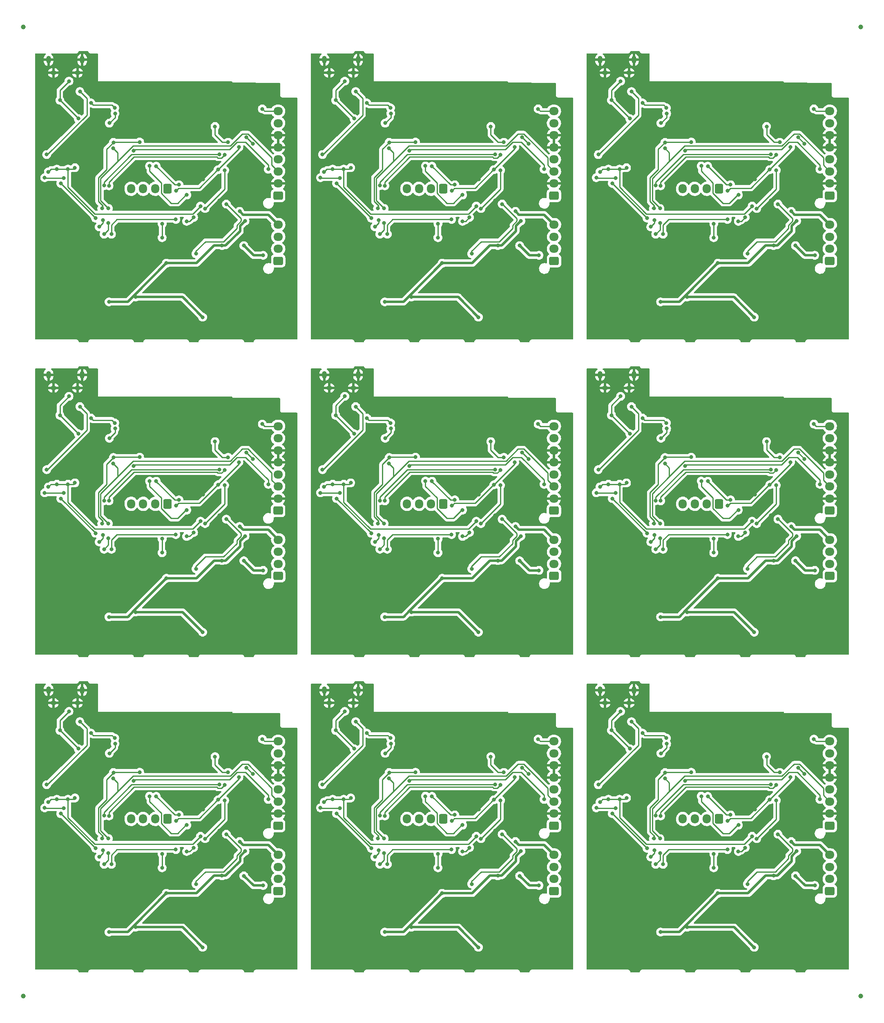
<source format=gbr>
%TF.GenerationSoftware,KiCad,Pcbnew,(6.0.7)*%
%TF.CreationDate,2023-01-19T16:19:46-06:00*%
%TF.ProjectId,SmartSpin2k_Panelized,536d6172-7453-4706-996e-326b5f50616e,2.35*%
%TF.SameCoordinates,Original*%
%TF.FileFunction,Copper,L2,Bot*%
%TF.FilePolarity,Positive*%
%FSLAX46Y46*%
G04 Gerber Fmt 4.6, Leading zero omitted, Abs format (unit mm)*
G04 Created by KiCad (PCBNEW (6.0.7)) date 2023-01-19 16:19:46*
%MOMM*%
%LPD*%
G01*
G04 APERTURE LIST*
G04 Aperture macros list*
%AMRoundRect*
0 Rectangle with rounded corners*
0 $1 Rounding radius*
0 $2 $3 $4 $5 $6 $7 $8 $9 X,Y pos of 4 corners*
0 Add a 4 corners polygon primitive as box body*
4,1,4,$2,$3,$4,$5,$6,$7,$8,$9,$2,$3,0*
0 Add four circle primitives for the rounded corners*
1,1,$1+$1,$2,$3*
1,1,$1+$1,$4,$5*
1,1,$1+$1,$6,$7*
1,1,$1+$1,$8,$9*
0 Add four rect primitives between the rounded corners*
20,1,$1+$1,$2,$3,$4,$5,0*
20,1,$1+$1,$4,$5,$6,$7,0*
20,1,$1+$1,$6,$7,$8,$9,0*
20,1,$1+$1,$8,$9,$2,$3,0*%
G04 Aperture macros list end*
%TA.AperFunction,ComponentPad*%
%ADD10RoundRect,0.250000X0.725000X-0.600000X0.725000X0.600000X-0.725000X0.600000X-0.725000X-0.600000X0*%
%TD*%
%TA.AperFunction,ComponentPad*%
%ADD11O,1.950000X1.700000*%
%TD*%
%TA.AperFunction,ComponentPad*%
%ADD12RoundRect,0.250000X0.600000X0.725000X-0.600000X0.725000X-0.600000X-0.725000X0.600000X-0.725000X0*%
%TD*%
%TA.AperFunction,ComponentPad*%
%ADD13O,1.700000X1.950000*%
%TD*%
%TA.AperFunction,SMDPad,CuDef*%
%ADD14C,1.000000*%
%TD*%
%TA.AperFunction,ComponentPad*%
%ADD15O,1.000000X1.550000*%
%TD*%
%TA.AperFunction,ComponentPad*%
%ADD16O,1.250000X0.950000*%
%TD*%
%TA.AperFunction,ViaPad*%
%ADD17C,0.800000*%
%TD*%
%TA.AperFunction,Conductor*%
%ADD18C,0.250000*%
%TD*%
%TA.AperFunction,Conductor*%
%ADD19C,0.500000*%
%TD*%
G04 APERTURE END LIST*
D10*
%TO.P,J3,1,1*%
%TO.N,Board_3-/VDC*%
X60781000Y-104298000D03*
D11*
%TO.P,J3,2,2*%
%TO.N,Board_3-GND*%
X60781000Y-101798000D03*
%TO.P,J3,3,3*%
%TO.N,Board_3-/ShiftDown*%
X60781000Y-99298000D03*
%TO.P,J3,4,4*%
%TO.N,Board_3-/ShiftUp*%
X60781000Y-96798000D03*
%TO.P,J3,5,5*%
%TO.N,Board_3-GND*%
X60781000Y-94298000D03*
%TO.P,J3,6,6*%
X60781000Y-91798000D03*
%TO.P,J3,7,7*%
%TO.N,Board_3-/RS232OUT1*%
X60781000Y-89298000D03*
%TO.P,J3,8,8*%
%TO.N,Board_3-/RS232IN1*%
X60781000Y-86798000D03*
%TD*%
D10*
%TO.P,J1,1,1*%
%TO.N,Board_5-/A1*%
X175123200Y-117827000D03*
D11*
%TO.P,J1,2,2*%
%TO.N,Board_5-/A2*%
X175123200Y-115327000D03*
%TO.P,J1,3,3*%
%TO.N,Board_5-/B1*%
X175123200Y-112827000D03*
%TO.P,J1,4,4*%
%TO.N,Board_5-/B2*%
X175123200Y-110327000D03*
%TD*%
D10*
%TO.P,J1,1,1*%
%TO.N,Board_4-/A1*%
X117960600Y-117827000D03*
D11*
%TO.P,J1,2,2*%
%TO.N,Board_4-/A2*%
X117960600Y-115327000D03*
%TO.P,J1,3,3*%
%TO.N,Board_4-/B1*%
X117960600Y-112827000D03*
%TO.P,J1,4,4*%
%TO.N,Board_4-/B2*%
X117960600Y-110327000D03*
%TD*%
D10*
%TO.P,J1,1,1*%
%TO.N,Board_1-/A1*%
X117960600Y-52502000D03*
D11*
%TO.P,J1,2,2*%
%TO.N,Board_1-/A2*%
X117960600Y-50002000D03*
%TO.P,J1,3,3*%
%TO.N,Board_1-/B1*%
X117960600Y-47502000D03*
%TO.P,J1,4,4*%
%TO.N,Board_1-/B2*%
X117960600Y-45002000D03*
%TD*%
D10*
%TO.P,J3,1,1*%
%TO.N,Board_2-/VDC*%
X175106200Y-38973000D03*
D11*
%TO.P,J3,2,2*%
%TO.N,Board_2-GND*%
X175106200Y-36473000D03*
%TO.P,J3,3,3*%
%TO.N,Board_2-/ShiftDown*%
X175106200Y-33973000D03*
%TO.P,J3,4,4*%
%TO.N,Board_2-/ShiftUp*%
X175106200Y-31473000D03*
%TO.P,J3,5,5*%
%TO.N,Board_2-GND*%
X175106200Y-28973000D03*
%TO.P,J3,6,6*%
X175106200Y-26473000D03*
%TO.P,J3,7,7*%
%TO.N,Board_2-/RS232OUT1*%
X175106200Y-23973000D03*
%TO.P,J3,8,8*%
%TO.N,Board_2-/RS232IN1*%
X175106200Y-21473000D03*
%TD*%
D12*
%TO.P,J2,1,1*%
%TO.N,Board_3-Net-(J2-Pad1)*%
X37810000Y-102885000D03*
D13*
%TO.P,J2,2,2*%
%TO.N,Board_3-Net-(J2-Pad2)*%
X35310000Y-102885000D03*
%TO.P,J2,3,3*%
%TO.N,Board_3-Net-(J2-Pad3)*%
X32810000Y-102885000D03*
%TO.P,J2,4,4*%
%TO.N,Board_3-Net-(J2-Pad4)*%
X30310000Y-102885000D03*
%TD*%
D10*
%TO.P,J3,1,1*%
%TO.N,Board_6-/VDC*%
X60781000Y-169623000D03*
D11*
%TO.P,J3,2,2*%
%TO.N,Board_6-GND*%
X60781000Y-167123000D03*
%TO.P,J3,3,3*%
%TO.N,Board_6-/ShiftDown*%
X60781000Y-164623000D03*
%TO.P,J3,4,4*%
%TO.N,Board_6-/ShiftUp*%
X60781000Y-162123000D03*
%TO.P,J3,5,5*%
%TO.N,Board_6-GND*%
X60781000Y-159623000D03*
%TO.P,J3,6,6*%
X60781000Y-157123000D03*
%TO.P,J3,7,7*%
%TO.N,Board_6-/RS232OUT1*%
X60781000Y-154623000D03*
%TO.P,J3,8,8*%
%TO.N,Board_6-/RS232IN1*%
X60781000Y-152123000D03*
%TD*%
D12*
%TO.P,J2,1,1*%
%TO.N,Board_7-Net-(J2-Pad1)*%
X94972600Y-168210000D03*
D13*
%TO.P,J2,2,2*%
%TO.N,Board_7-Net-(J2-Pad2)*%
X92472600Y-168210000D03*
%TO.P,J2,3,3*%
%TO.N,Board_7-Net-(J2-Pad3)*%
X89972600Y-168210000D03*
%TO.P,J2,4,4*%
%TO.N,Board_7-Net-(J2-Pad4)*%
X87472600Y-168210000D03*
%TD*%
D10*
%TO.P,J3,1,1*%
%TO.N,Board_4-/VDC*%
X117943600Y-104298000D03*
D11*
%TO.P,J3,2,2*%
%TO.N,Board_4-GND*%
X117943600Y-101798000D03*
%TO.P,J3,3,3*%
%TO.N,Board_4-/ShiftDown*%
X117943600Y-99298000D03*
%TO.P,J3,4,4*%
%TO.N,Board_4-/ShiftUp*%
X117943600Y-96798000D03*
%TO.P,J3,5,5*%
%TO.N,Board_4-GND*%
X117943600Y-94298000D03*
%TO.P,J3,6,6*%
X117943600Y-91798000D03*
%TO.P,J3,7,7*%
%TO.N,Board_4-/RS232OUT1*%
X117943600Y-89298000D03*
%TO.P,J3,8,8*%
%TO.N,Board_4-/RS232IN1*%
X117943600Y-86798000D03*
%TD*%
D14*
%TO.P,REF\u002A\u002A,*%
%TO.N,*%
X8000000Y-204975000D03*
%TD*%
D10*
%TO.P,J3,1,1*%
%TO.N,Board_1-/VDC*%
X117943600Y-38973000D03*
D11*
%TO.P,J3,2,2*%
%TO.N,Board_1-GND*%
X117943600Y-36473000D03*
%TO.P,J3,3,3*%
%TO.N,Board_1-/ShiftDown*%
X117943600Y-33973000D03*
%TO.P,J3,4,4*%
%TO.N,Board_1-/ShiftUp*%
X117943600Y-31473000D03*
%TO.P,J3,5,5*%
%TO.N,Board_1-GND*%
X117943600Y-28973000D03*
%TO.P,J3,6,6*%
X117943600Y-26473000D03*
%TO.P,J3,7,7*%
%TO.N,Board_1-/RS232OUT1*%
X117943600Y-23973000D03*
%TO.P,J3,8,8*%
%TO.N,Board_1-/RS232IN1*%
X117943600Y-21473000D03*
%TD*%
D12*
%TO.P,J2,1,1*%
%TO.N,Board_1-Net-(J2-Pad1)*%
X94972600Y-37560000D03*
D13*
%TO.P,J2,2,2*%
%TO.N,Board_1-Net-(J2-Pad2)*%
X92472600Y-37560000D03*
%TO.P,J2,3,3*%
%TO.N,Board_1-Net-(J2-Pad3)*%
X89972600Y-37560000D03*
%TO.P,J2,4,4*%
%TO.N,Board_1-Net-(J2-Pad4)*%
X87472600Y-37560000D03*
%TD*%
D14*
%TO.P,REF\u002A\u002A,*%
%TO.N,*%
X181487800Y-4000000D03*
%TD*%
D12*
%TO.P,J2,1,1*%
%TO.N,Board_0-Net-(J2-Pad1)*%
X37810000Y-37560000D03*
D13*
%TO.P,J2,2,2*%
%TO.N,Board_0-Net-(J2-Pad2)*%
X35310000Y-37560000D03*
%TO.P,J2,3,3*%
%TO.N,Board_0-Net-(J2-Pad3)*%
X32810000Y-37560000D03*
%TO.P,J2,4,4*%
%TO.N,Board_0-Net-(J2-Pad4)*%
X30310000Y-37560000D03*
%TD*%
D12*
%TO.P,J2,1,1*%
%TO.N,Board_8-Net-(J2-Pad1)*%
X152135200Y-168210000D03*
D13*
%TO.P,J2,2,2*%
%TO.N,Board_8-Net-(J2-Pad2)*%
X149635200Y-168210000D03*
%TO.P,J2,3,3*%
%TO.N,Board_8-Net-(J2-Pad3)*%
X147135200Y-168210000D03*
%TO.P,J2,4,4*%
%TO.N,Board_8-Net-(J2-Pad4)*%
X144635200Y-168210000D03*
%TD*%
D12*
%TO.P,J2,1,1*%
%TO.N,Board_6-Net-(J2-Pad1)*%
X37810000Y-168210000D03*
D13*
%TO.P,J2,2,2*%
%TO.N,Board_6-Net-(J2-Pad2)*%
X35310000Y-168210000D03*
%TO.P,J2,3,3*%
%TO.N,Board_6-Net-(J2-Pad3)*%
X32810000Y-168210000D03*
%TO.P,J2,4,4*%
%TO.N,Board_6-Net-(J2-Pad4)*%
X30310000Y-168210000D03*
%TD*%
D12*
%TO.P,J2,1,1*%
%TO.N,Board_5-Net-(J2-Pad1)*%
X152135200Y-102885000D03*
D13*
%TO.P,J2,2,2*%
%TO.N,Board_5-Net-(J2-Pad2)*%
X149635200Y-102885000D03*
%TO.P,J2,3,3*%
%TO.N,Board_5-Net-(J2-Pad3)*%
X147135200Y-102885000D03*
%TO.P,J2,4,4*%
%TO.N,Board_5-Net-(J2-Pad4)*%
X144635200Y-102885000D03*
%TD*%
D10*
%TO.P,J3,1,1*%
%TO.N,Board_5-/VDC*%
X175106200Y-104298000D03*
D11*
%TO.P,J3,2,2*%
%TO.N,Board_5-GND*%
X175106200Y-101798000D03*
%TO.P,J3,3,3*%
%TO.N,Board_5-/ShiftDown*%
X175106200Y-99298000D03*
%TO.P,J3,4,4*%
%TO.N,Board_5-/ShiftUp*%
X175106200Y-96798000D03*
%TO.P,J3,5,5*%
%TO.N,Board_5-GND*%
X175106200Y-94298000D03*
%TO.P,J3,6,6*%
X175106200Y-91798000D03*
%TO.P,J3,7,7*%
%TO.N,Board_5-/RS232OUT1*%
X175106200Y-89298000D03*
%TO.P,J3,8,8*%
%TO.N,Board_5-/RS232IN1*%
X175106200Y-86798000D03*
%TD*%
D10*
%TO.P,J1,1,1*%
%TO.N,Board_6-/A1*%
X60798000Y-183152000D03*
D11*
%TO.P,J1,2,2*%
%TO.N,Board_6-/A2*%
X60798000Y-180652000D03*
%TO.P,J1,3,3*%
%TO.N,Board_6-/B1*%
X60798000Y-178152000D03*
%TO.P,J1,4,4*%
%TO.N,Board_6-/B2*%
X60798000Y-175652000D03*
%TD*%
D14*
%TO.P,REF\u002A\u002A,*%
%TO.N,*%
X181487800Y-204975000D03*
%TD*%
D10*
%TO.P,J3,1,1*%
%TO.N,Board_0-/VDC*%
X60781000Y-38973000D03*
D11*
%TO.P,J3,2,2*%
%TO.N,Board_0-GND*%
X60781000Y-36473000D03*
%TO.P,J3,3,3*%
%TO.N,Board_0-/ShiftDown*%
X60781000Y-33973000D03*
%TO.P,J3,4,4*%
%TO.N,Board_0-/ShiftUp*%
X60781000Y-31473000D03*
%TO.P,J3,5,5*%
%TO.N,Board_0-GND*%
X60781000Y-28973000D03*
%TO.P,J3,6,6*%
X60781000Y-26473000D03*
%TO.P,J3,7,7*%
%TO.N,Board_0-/RS232OUT1*%
X60781000Y-23973000D03*
%TO.P,J3,8,8*%
%TO.N,Board_0-/RS232IN1*%
X60781000Y-21473000D03*
%TD*%
D10*
%TO.P,J1,1,1*%
%TO.N,Board_2-/A1*%
X175123200Y-52502000D03*
D11*
%TO.P,J1,2,2*%
%TO.N,Board_2-/A2*%
X175123200Y-50002000D03*
%TO.P,J1,3,3*%
%TO.N,Board_2-/B1*%
X175123200Y-47502000D03*
%TO.P,J1,4,4*%
%TO.N,Board_2-/B2*%
X175123200Y-45002000D03*
%TD*%
D10*
%TO.P,J1,1,1*%
%TO.N,Board_7-/A1*%
X117960600Y-183152000D03*
D11*
%TO.P,J1,2,2*%
%TO.N,Board_7-/A2*%
X117960600Y-180652000D03*
%TO.P,J1,3,3*%
%TO.N,Board_7-/B1*%
X117960600Y-178152000D03*
%TO.P,J1,4,4*%
%TO.N,Board_7-/B2*%
X117960600Y-175652000D03*
%TD*%
D10*
%TO.P,J1,1,1*%
%TO.N,Board_3-/A1*%
X60798000Y-117827000D03*
D11*
%TO.P,J1,2,2*%
%TO.N,Board_3-/A2*%
X60798000Y-115327000D03*
%TO.P,J1,3,3*%
%TO.N,Board_3-/B1*%
X60798000Y-112827000D03*
%TO.P,J1,4,4*%
%TO.N,Board_3-/B2*%
X60798000Y-110327000D03*
%TD*%
D14*
%TO.P,REF\u002A\u002A,*%
%TO.N,*%
X8000000Y-4000000D03*
%TD*%
D12*
%TO.P,J2,1,1*%
%TO.N,Board_4-Net-(J2-Pad1)*%
X94972600Y-102885000D03*
D13*
%TO.P,J2,2,2*%
%TO.N,Board_4-Net-(J2-Pad2)*%
X92472600Y-102885000D03*
%TO.P,J2,3,3*%
%TO.N,Board_4-Net-(J2-Pad3)*%
X89972600Y-102885000D03*
%TO.P,J2,4,4*%
%TO.N,Board_4-Net-(J2-Pad4)*%
X87472600Y-102885000D03*
%TD*%
D10*
%TO.P,J3,1,1*%
%TO.N,Board_7-/VDC*%
X117943600Y-169623000D03*
D11*
%TO.P,J3,2,2*%
%TO.N,Board_7-GND*%
X117943600Y-167123000D03*
%TO.P,J3,3,3*%
%TO.N,Board_7-/ShiftDown*%
X117943600Y-164623000D03*
%TO.P,J3,4,4*%
%TO.N,Board_7-/ShiftUp*%
X117943600Y-162123000D03*
%TO.P,J3,5,5*%
%TO.N,Board_7-GND*%
X117943600Y-159623000D03*
%TO.P,J3,6,6*%
X117943600Y-157123000D03*
%TO.P,J3,7,7*%
%TO.N,Board_7-/RS232OUT1*%
X117943600Y-154623000D03*
%TO.P,J3,8,8*%
%TO.N,Board_7-/RS232IN1*%
X117943600Y-152123000D03*
%TD*%
D12*
%TO.P,J2,1,1*%
%TO.N,Board_2-Net-(J2-Pad1)*%
X152135200Y-37560000D03*
D13*
%TO.P,J2,2,2*%
%TO.N,Board_2-Net-(J2-Pad2)*%
X149635200Y-37560000D03*
%TO.P,J2,3,3*%
%TO.N,Board_2-Net-(J2-Pad3)*%
X147135200Y-37560000D03*
%TO.P,J2,4,4*%
%TO.N,Board_2-Net-(J2-Pad4)*%
X144635200Y-37560000D03*
%TD*%
D10*
%TO.P,J3,1,1*%
%TO.N,Board_8-/VDC*%
X175106200Y-169623000D03*
D11*
%TO.P,J3,2,2*%
%TO.N,Board_8-GND*%
X175106200Y-167123000D03*
%TO.P,J3,3,3*%
%TO.N,Board_8-/ShiftDown*%
X175106200Y-164623000D03*
%TO.P,J3,4,4*%
%TO.N,Board_8-/ShiftUp*%
X175106200Y-162123000D03*
%TO.P,J3,5,5*%
%TO.N,Board_8-GND*%
X175106200Y-159623000D03*
%TO.P,J3,6,6*%
X175106200Y-157123000D03*
%TO.P,J3,7,7*%
%TO.N,Board_8-/RS232OUT1*%
X175106200Y-154623000D03*
%TO.P,J3,8,8*%
%TO.N,Board_8-/RS232IN1*%
X175106200Y-152123000D03*
%TD*%
D10*
%TO.P,J1,1,1*%
%TO.N,Board_8-/A1*%
X175123200Y-183152000D03*
D11*
%TO.P,J1,2,2*%
%TO.N,Board_8-/A2*%
X175123200Y-180652000D03*
%TO.P,J1,3,3*%
%TO.N,Board_8-/B1*%
X175123200Y-178152000D03*
%TO.P,J1,4,4*%
%TO.N,Board_8-/B2*%
X175123200Y-175652000D03*
%TD*%
D10*
%TO.P,J1,1,1*%
%TO.N,Board_0-/A1*%
X60798000Y-52502000D03*
D11*
%TO.P,J1,2,2*%
%TO.N,Board_0-/A2*%
X60798000Y-50002000D03*
%TO.P,J1,3,3*%
%TO.N,Board_0-/B1*%
X60798000Y-47502000D03*
%TO.P,J1,4,4*%
%TO.N,Board_0-/B2*%
X60798000Y-45002000D03*
%TD*%
D15*
%TO.P,J4,SH*%
%TO.N,Board_4-GND*%
X77349200Y-76160000D03*
D16*
X76349200Y-78860000D03*
X71349200Y-78860000D03*
D15*
X70349200Y-76160000D03*
%TD*%
%TO.P,J4,SH*%
%TO.N,Board_5-GND*%
X134511800Y-76160000D03*
D16*
X128511800Y-78860000D03*
D15*
X127511800Y-76160000D03*
D16*
X133511800Y-78860000D03*
%TD*%
D15*
%TO.P,J4,SH*%
%TO.N,Board_2-GND*%
X134511800Y-10835000D03*
D16*
X133511800Y-13535000D03*
D15*
X127511800Y-10835000D03*
D16*
X128511800Y-13535000D03*
%TD*%
%TO.P,J4,SH*%
%TO.N,Board_0-GND*%
X14186600Y-13535000D03*
X19186600Y-13535000D03*
D15*
X20186600Y-10835000D03*
X13186600Y-10835000D03*
%TD*%
D16*
%TO.P,J4,SH*%
%TO.N,Board_1-GND*%
X71349200Y-13535000D03*
D15*
X70349200Y-10835000D03*
X77349200Y-10835000D03*
D16*
X76349200Y-13535000D03*
%TD*%
%TO.P,J4,SH*%
%TO.N,Board_6-GND*%
X19186600Y-144185000D03*
D15*
X20186600Y-141485000D03*
D16*
X14186600Y-144185000D03*
D15*
X13186600Y-141485000D03*
%TD*%
%TO.P,J4,SH*%
%TO.N,Board_8-GND*%
X134511800Y-141485000D03*
D16*
X128511800Y-144185000D03*
D15*
X127511800Y-141485000D03*
D16*
X133511800Y-144185000D03*
%TD*%
D15*
%TO.P,J4,SH*%
%TO.N,Board_7-GND*%
X70349200Y-141485000D03*
X77349200Y-141485000D03*
D16*
X71349200Y-144185000D03*
X76349200Y-144185000D03*
%TD*%
D15*
%TO.P,J4,SH*%
%TO.N,Board_3-GND*%
X13186600Y-76160000D03*
D16*
X19186600Y-78860000D03*
X14186600Y-78860000D03*
D15*
X20186600Y-76160000D03*
%TD*%
D17*
%TO.N,Board_8-Net-(R17-Pad1)*%
X157580200Y-174166100D03*
X156157800Y-174957000D03*
%TO.N,Board_8-Net-(R1-Pad2)*%
X141298800Y-152605000D03*
X140130400Y-154611600D03*
%TO.N,Board_8-Net-(D1-Pad2)*%
X153897200Y-174576000D03*
X140562200Y-177624000D03*
%TO.N,Board_8-Net-(C21-Pad1)*%
X168543900Y-157569500D03*
X169887700Y-158912398D03*
%TO.N,Board_8-Net-(C14-Pad2)*%
X158062800Y-181699300D03*
X164372450Y-171386050D03*
%TO.N,Board_8-GND*%
X149462200Y-197368300D03*
X147725000Y-184431200D03*
X139139800Y-147829800D03*
X135660000Y-188495200D03*
X138733400Y-155993500D03*
X172058200Y-158421600D03*
X138794100Y-154127800D03*
X162702700Y-196922100D03*
X156843600Y-180849800D03*
X144995200Y-194005300D03*
X143755200Y-187123800D03*
X132637400Y-172010600D03*
X138035200Y-195445200D03*
X156132400Y-177319200D03*
X149427200Y-155272000D03*
X151967200Y-156542000D03*
X163261200Y-176058000D03*
X150697200Y-155272000D03*
X168161400Y-183646100D03*
X141926400Y-187561400D03*
X165708200Y-148414000D03*
X162685600Y-168251400D03*
X138022200Y-163400000D03*
X158609000Y-147627700D03*
X140021400Y-187151400D03*
X140181200Y-183466000D03*
X151967200Y-154002000D03*
X145515200Y-179529000D03*
X126473800Y-157227000D03*
X165073200Y-154573598D03*
X131443600Y-182881800D03*
X159256600Y-169242000D03*
X146075200Y-184950100D03*
X168847700Y-163183500D03*
X161465200Y-176058000D03*
X164159200Y-175160000D03*
X160566200Y-175160000D03*
X163261200Y-174262000D03*
X134974300Y-144942100D03*
X161465200Y-174262000D03*
X126728600Y-144933100D03*
X137938600Y-187326900D03*
X141626500Y-147691000D03*
X150697200Y-154002000D03*
X145896200Y-163400000D03*
X162363200Y-176956000D03*
X172439200Y-175541200D03*
X162363200Y-175160000D03*
X149427200Y-154002000D03*
X162939600Y-170639000D03*
X163879400Y-183516800D03*
X159667700Y-184186900D03*
X139901800Y-149607800D03*
X150722200Y-156542000D03*
X159568400Y-166254000D03*
X162363200Y-173364000D03*
X149427200Y-156542000D03*
X167740200Y-151208000D03*
X128435200Y-168970500D03*
X151967200Y-155272000D03*
%TO.N,Board_8-/VDC*%
X145554300Y-190654200D03*
X168248200Y-174906200D03*
X159452800Y-194832600D03*
X151937000Y-183643200D03*
X140057600Y-191657600D03*
X163473000Y-179986200D03*
%TO.N,Board_8-/VBUS*%
X130707000Y-165965400D03*
X127137300Y-161118500D03*
X134022000Y-148050000D03*
X126719200Y-165914600D03*
%TO.N,Board_8-/TXD0*%
X164006800Y-161183000D03*
X140054200Y-167591000D03*
%TO.N,Board_8-/TMCUART1*%
X159967400Y-172311500D03*
X164024300Y-164356100D03*
%TO.N,Board_8-/T1IN*%
X164731300Y-158574000D03*
X162021450Y-155306250D03*
%TO.N,Board_8-/ShiftUp*%
X138657200Y-172290000D03*
X146404200Y-158527451D03*
X140968600Y-158599400D03*
X138784200Y-174703000D03*
X138017901Y-176104299D03*
%TO.N,Board_8-/ShiftDown*%
X139927200Y-175338000D03*
X139038200Y-177624000D03*
X139927200Y-172290000D03*
X140943200Y-159844000D03*
%TO.N,Board_8-/RXD0*%
X162914200Y-161114000D03*
X139038200Y-167553500D03*
%TO.N,Board_8-/RS232IN1*%
X171829600Y-151665200D03*
%TO.N,Board_8-/IO0_BOOT*%
X153922600Y-168607000D03*
X162660200Y-164251700D03*
X166978200Y-159590000D03*
%TO.N,Board_8-/EN*%
X136320400Y-150420600D03*
X137234800Y-174296600D03*
X141248000Y-151436600D03*
X130046600Y-167108400D03*
%TO.N,Board_8-/DriverSTEP*%
X156183200Y-169496000D03*
X148469646Y-163493403D03*
%TO.N,Board_8-/DriverEN*%
X173074200Y-164162000D03*
X145134200Y-160352000D03*
%TO.N,Board_8-/DriverDIR*%
X149833200Y-163527000D03*
X154549900Y-167382200D03*
%TO.N,Board_8-/DTR*%
X151065100Y-178347900D03*
X151077800Y-175465000D03*
%TO.N,Board_8-/D-*%
X133686800Y-153669200D03*
X131759700Y-145912900D03*
X129866500Y-149848900D03*
%TO.N,Board_8-/B2*%
X167130600Y-172899600D03*
%TO.N,Board_8-/A1*%
X168005200Y-180005000D03*
X172005200Y-182005000D03*
%TO.N,Board_8-/3V3*%
X129247400Y-164137400D03*
X159025500Y-171807400D03*
X131539900Y-164137400D03*
X127479800Y-164712900D03*
X132989500Y-163857200D03*
%TO.N,Board_7-Net-(R17-Pad1)*%
X100417600Y-174166100D03*
X98995200Y-174957000D03*
%TO.N,Board_7-Net-(R1-Pad2)*%
X84136200Y-152605000D03*
X82967800Y-154611600D03*
%TO.N,Board_7-Net-(D1-Pad2)*%
X96734600Y-174576000D03*
X83399600Y-177624000D03*
%TO.N,Board_7-Net-(C21-Pad1)*%
X111381300Y-157569500D03*
X112725100Y-158912398D03*
%TO.N,Board_7-Net-(C14-Pad2)*%
X100900200Y-181699300D03*
X107209850Y-171386050D03*
%TO.N,Board_7-GND*%
X92299600Y-197368300D03*
X90562400Y-184431200D03*
X81977200Y-147829800D03*
X78497400Y-188495200D03*
X81570800Y-155993500D03*
X114895600Y-158421600D03*
X81631500Y-154127800D03*
X105540100Y-196922100D03*
X99681000Y-180849800D03*
X87832600Y-194005300D03*
X86592600Y-187123800D03*
X75474800Y-172010600D03*
X80872600Y-195445200D03*
X98969800Y-177319200D03*
X92264600Y-155272000D03*
X94804600Y-156542000D03*
X106098600Y-176058000D03*
X93534600Y-155272000D03*
X110998800Y-183646100D03*
X84763800Y-187561400D03*
X108545600Y-148414000D03*
X105523000Y-168251400D03*
X80859600Y-163400000D03*
X101446400Y-147627700D03*
X82858800Y-187151400D03*
X83018600Y-183466000D03*
X94804600Y-154002000D03*
X88352600Y-179529000D03*
X69311200Y-157227000D03*
X107910600Y-154573598D03*
X74281000Y-182881800D03*
X102094000Y-169242000D03*
X88912600Y-184950100D03*
X111685100Y-163183500D03*
X104302600Y-176058000D03*
X106996600Y-175160000D03*
X103403600Y-175160000D03*
X106098600Y-174262000D03*
X77811700Y-144942100D03*
X104302600Y-174262000D03*
X69566000Y-144933100D03*
X80776000Y-187326900D03*
X84463900Y-147691000D03*
X93534600Y-154002000D03*
X88733600Y-163400000D03*
X105200600Y-176956000D03*
X115276600Y-175541200D03*
X105200600Y-175160000D03*
X92264600Y-154002000D03*
X105777000Y-170639000D03*
X106716800Y-183516800D03*
X102505100Y-184186900D03*
X82739200Y-149607800D03*
X93559600Y-156542000D03*
X102405800Y-166254000D03*
X105200600Y-173364000D03*
X92264600Y-156542000D03*
X110577600Y-151208000D03*
X71272600Y-168970500D03*
X94804600Y-155272000D03*
%TO.N,Board_7-/VDC*%
X88391700Y-190654200D03*
X111085600Y-174906200D03*
X102290200Y-194832600D03*
X94774400Y-183643200D03*
X82895000Y-191657600D03*
X106310400Y-179986200D03*
%TO.N,Board_7-/VBUS*%
X73544400Y-165965400D03*
X69974700Y-161118500D03*
X76859400Y-148050000D03*
X69556600Y-165914600D03*
%TO.N,Board_7-/TXD0*%
X106844200Y-161183000D03*
X82891600Y-167591000D03*
%TO.N,Board_7-/TMCUART1*%
X102804800Y-172311500D03*
X106861700Y-164356100D03*
%TO.N,Board_7-/T1IN*%
X107568700Y-158574000D03*
X104858850Y-155306250D03*
%TO.N,Board_7-/ShiftUp*%
X81494600Y-172290000D03*
X89241600Y-158527451D03*
X83806000Y-158599400D03*
X81621600Y-174703000D03*
X80855301Y-176104299D03*
%TO.N,Board_7-/ShiftDown*%
X82764600Y-175338000D03*
X81875600Y-177624000D03*
X82764600Y-172290000D03*
X83780600Y-159844000D03*
%TO.N,Board_7-/RXD0*%
X105751600Y-161114000D03*
X81875600Y-167553500D03*
%TO.N,Board_7-/RS232IN1*%
X114667000Y-151665200D03*
%TO.N,Board_7-/IO0_BOOT*%
X96760000Y-168607000D03*
X105497600Y-164251700D03*
X109815600Y-159590000D03*
%TO.N,Board_7-/EN*%
X79157800Y-150420600D03*
X80072200Y-174296600D03*
X84085400Y-151436600D03*
X72884000Y-167108400D03*
%TO.N,Board_7-/DriverSTEP*%
X99020600Y-169496000D03*
X91307046Y-163493403D03*
%TO.N,Board_7-/DriverEN*%
X115911600Y-164162000D03*
X87971600Y-160352000D03*
%TO.N,Board_7-/DriverDIR*%
X92670600Y-163527000D03*
X97387300Y-167382200D03*
%TO.N,Board_7-/DTR*%
X93902500Y-178347900D03*
X93915200Y-175465000D03*
%TO.N,Board_7-/D-*%
X76524200Y-153669200D03*
X74597100Y-145912900D03*
X72703900Y-149848900D03*
%TO.N,Board_7-/B2*%
X109968000Y-172899600D03*
%TO.N,Board_7-/A1*%
X110842600Y-180005000D03*
X114842600Y-182005000D03*
%TO.N,Board_7-/3V3*%
X72084800Y-164137400D03*
X101862900Y-171807400D03*
X74377300Y-164137400D03*
X70317200Y-164712900D03*
X75826900Y-163857200D03*
%TO.N,Board_6-Net-(R17-Pad1)*%
X43255000Y-174166100D03*
X41832600Y-174957000D03*
%TO.N,Board_6-Net-(R1-Pad2)*%
X26973600Y-152605000D03*
X25805200Y-154611600D03*
%TO.N,Board_6-Net-(D1-Pad2)*%
X39572000Y-174576000D03*
X26237000Y-177624000D03*
%TO.N,Board_6-Net-(C21-Pad1)*%
X54218700Y-157569500D03*
X55562500Y-158912398D03*
%TO.N,Board_6-Net-(C14-Pad2)*%
X43737600Y-181699300D03*
X50047250Y-171386050D03*
%TO.N,Board_6-GND*%
X35137000Y-197368300D03*
X33399800Y-184431200D03*
X24814600Y-147829800D03*
X21334800Y-188495200D03*
X24408200Y-155993500D03*
X57733000Y-158421600D03*
X24468900Y-154127800D03*
X48377500Y-196922100D03*
X42518400Y-180849800D03*
X30670000Y-194005300D03*
X29430000Y-187123800D03*
X18312200Y-172010600D03*
X23710000Y-195445200D03*
X41807200Y-177319200D03*
X35102000Y-155272000D03*
X37642000Y-156542000D03*
X48936000Y-176058000D03*
X36372000Y-155272000D03*
X53836200Y-183646100D03*
X27601200Y-187561400D03*
X51383000Y-148414000D03*
X48360400Y-168251400D03*
X23697000Y-163400000D03*
X44283800Y-147627700D03*
X25696200Y-187151400D03*
X25856000Y-183466000D03*
X37642000Y-154002000D03*
X31190000Y-179529000D03*
X12148600Y-157227000D03*
X50748000Y-154573598D03*
X17118400Y-182881800D03*
X44931400Y-169242000D03*
X31750000Y-184950100D03*
X54522500Y-163183500D03*
X47140000Y-176058000D03*
X49834000Y-175160000D03*
X46241000Y-175160000D03*
X48936000Y-174262000D03*
X20649100Y-144942100D03*
X47140000Y-174262000D03*
X12403400Y-144933100D03*
X23613400Y-187326900D03*
X27301300Y-147691000D03*
X36372000Y-154002000D03*
X31571000Y-163400000D03*
X48038000Y-176956000D03*
X58114000Y-175541200D03*
X48038000Y-175160000D03*
X35102000Y-154002000D03*
X48614400Y-170639000D03*
X49554200Y-183516800D03*
X45342500Y-184186900D03*
X25576600Y-149607800D03*
X36397000Y-156542000D03*
X45243200Y-166254000D03*
X48038000Y-173364000D03*
X35102000Y-156542000D03*
X53415000Y-151208000D03*
X14110000Y-168970500D03*
X37642000Y-155272000D03*
%TO.N,Board_6-/VDC*%
X31229100Y-190654200D03*
X53923000Y-174906200D03*
X45127600Y-194832600D03*
X37611800Y-183643200D03*
X25732400Y-191657600D03*
X49147800Y-179986200D03*
%TO.N,Board_6-/VBUS*%
X16381800Y-165965400D03*
X12812100Y-161118500D03*
X19696800Y-148050000D03*
X12394000Y-165914600D03*
%TO.N,Board_6-/TXD0*%
X49681600Y-161183000D03*
X25729000Y-167591000D03*
%TO.N,Board_6-/TMCUART1*%
X45642200Y-172311500D03*
X49699100Y-164356100D03*
%TO.N,Board_6-/T1IN*%
X50406100Y-158574000D03*
X47696250Y-155306250D03*
%TO.N,Board_6-/ShiftUp*%
X24332000Y-172290000D03*
X32079000Y-158527451D03*
X26643400Y-158599400D03*
X24459000Y-174703000D03*
X23692701Y-176104299D03*
%TO.N,Board_6-/ShiftDown*%
X25602000Y-175338000D03*
X24713000Y-177624000D03*
X25602000Y-172290000D03*
X26618000Y-159844000D03*
%TO.N,Board_6-/RXD0*%
X48589000Y-161114000D03*
X24713000Y-167553500D03*
%TO.N,Board_6-/RS232IN1*%
X57504400Y-151665200D03*
%TO.N,Board_6-/IO0_BOOT*%
X39597400Y-168607000D03*
X48335000Y-164251700D03*
X52653000Y-159590000D03*
%TO.N,Board_6-/EN*%
X21995200Y-150420600D03*
X22909600Y-174296600D03*
X26922800Y-151436600D03*
X15721400Y-167108400D03*
%TO.N,Board_6-/DriverSTEP*%
X41858000Y-169496000D03*
X34144446Y-163493403D03*
%TO.N,Board_6-/DriverEN*%
X58749000Y-164162000D03*
X30809000Y-160352000D03*
%TO.N,Board_6-/DriverDIR*%
X35508000Y-163527000D03*
X40224700Y-167382200D03*
%TO.N,Board_6-/DTR*%
X36739900Y-178347900D03*
X36752600Y-175465000D03*
%TO.N,Board_6-/D-*%
X19361600Y-153669200D03*
X17434500Y-145912900D03*
X15541300Y-149848900D03*
%TO.N,Board_6-/B2*%
X52805400Y-172899600D03*
%TO.N,Board_6-/A1*%
X53680000Y-180005000D03*
X57680000Y-182005000D03*
%TO.N,Board_6-/3V3*%
X14922200Y-164137400D03*
X44700300Y-171807400D03*
X17214700Y-164137400D03*
X13154600Y-164712900D03*
X18664300Y-163857200D03*
%TO.N,Board_5-Net-(R17-Pad1)*%
X157580200Y-108841100D03*
X156157800Y-109632000D03*
%TO.N,Board_5-Net-(R1-Pad2)*%
X141298800Y-87280000D03*
X140130400Y-89286600D03*
%TO.N,Board_5-Net-(D1-Pad2)*%
X153897200Y-109251000D03*
X140562200Y-112299000D03*
%TO.N,Board_5-Net-(C21-Pad1)*%
X168543900Y-92244500D03*
X169887700Y-93587398D03*
%TO.N,Board_5-Net-(C14-Pad2)*%
X158062800Y-116374300D03*
X164372450Y-106061050D03*
%TO.N,Board_5-GND*%
X149462200Y-132043300D03*
X147725000Y-119106200D03*
X139139800Y-82504800D03*
X135660000Y-123170200D03*
X138733400Y-90668500D03*
X172058200Y-93096600D03*
X138794100Y-88802800D03*
X162702700Y-131597100D03*
X156843600Y-115524800D03*
X144995200Y-128680300D03*
X143755200Y-121798800D03*
X132637400Y-106685600D03*
X138035200Y-130120200D03*
X156132400Y-111994200D03*
X149427200Y-89947000D03*
X151967200Y-91217000D03*
X163261200Y-110733000D03*
X150697200Y-89947000D03*
X168161400Y-118321100D03*
X141926400Y-122236400D03*
X165708200Y-83089000D03*
X162685600Y-102926400D03*
X138022200Y-98075000D03*
X158609000Y-82302700D03*
X140021400Y-121826400D03*
X140181200Y-118141000D03*
X151967200Y-88677000D03*
X145515200Y-114204000D03*
X126473800Y-91902000D03*
X165073200Y-89248598D03*
X131443600Y-117556800D03*
X159256600Y-103917000D03*
X146075200Y-119625100D03*
X168847700Y-97858500D03*
X161465200Y-110733000D03*
X164159200Y-109835000D03*
X160566200Y-109835000D03*
X163261200Y-108937000D03*
X134974300Y-79617100D03*
X161465200Y-108937000D03*
X126728600Y-79608100D03*
X137938600Y-122001900D03*
X141626500Y-82366000D03*
X150697200Y-88677000D03*
X145896200Y-98075000D03*
X162363200Y-111631000D03*
X172439200Y-110216200D03*
X162363200Y-109835000D03*
X149427200Y-88677000D03*
X162939600Y-105314000D03*
X163879400Y-118191800D03*
X159667700Y-118861900D03*
X139901800Y-84282800D03*
X150722200Y-91217000D03*
X159568400Y-100929000D03*
X162363200Y-108039000D03*
X149427200Y-91217000D03*
X167740200Y-85883000D03*
X128435200Y-103645500D03*
X151967200Y-89947000D03*
%TO.N,Board_5-/VDC*%
X145554300Y-125329200D03*
X168248200Y-109581200D03*
X159452800Y-129507600D03*
X151937000Y-118318200D03*
X140057600Y-126332600D03*
X163473000Y-114661200D03*
%TO.N,Board_5-/VBUS*%
X130707000Y-100640400D03*
X127137300Y-95793500D03*
X134022000Y-82725000D03*
X126719200Y-100589600D03*
%TO.N,Board_5-/TXD0*%
X164006800Y-95858000D03*
X140054200Y-102266000D03*
%TO.N,Board_5-/TMCUART1*%
X159967400Y-106986500D03*
X164024300Y-99031100D03*
%TO.N,Board_5-/T1IN*%
X164731300Y-93249000D03*
X162021450Y-89981250D03*
%TO.N,Board_5-/ShiftUp*%
X138657200Y-106965000D03*
X146404200Y-93202451D03*
X140968600Y-93274400D03*
X138784200Y-109378000D03*
X138017901Y-110779299D03*
%TO.N,Board_5-/ShiftDown*%
X139927200Y-110013000D03*
X139038200Y-112299000D03*
X139927200Y-106965000D03*
X140943200Y-94519000D03*
%TO.N,Board_5-/RXD0*%
X162914200Y-95789000D03*
X139038200Y-102228500D03*
%TO.N,Board_5-/RS232IN1*%
X171829600Y-86340200D03*
%TO.N,Board_5-/IO0_BOOT*%
X153922600Y-103282000D03*
X162660200Y-98926700D03*
X166978200Y-94265000D03*
%TO.N,Board_5-/EN*%
X136320400Y-85095600D03*
X137234800Y-108971600D03*
X141248000Y-86111600D03*
X130046600Y-101783400D03*
%TO.N,Board_5-/DriverSTEP*%
X156183200Y-104171000D03*
X148469646Y-98168403D03*
%TO.N,Board_5-/DriverEN*%
X173074200Y-98837000D03*
X145134200Y-95027000D03*
%TO.N,Board_5-/DriverDIR*%
X149833200Y-98202000D03*
X154549900Y-102057200D03*
%TO.N,Board_5-/DTR*%
X151065100Y-113022900D03*
X151077800Y-110140000D03*
%TO.N,Board_5-/D-*%
X133686800Y-88344200D03*
X131759700Y-80587900D03*
X129866500Y-84523900D03*
%TO.N,Board_5-/B2*%
X167130600Y-107574600D03*
%TO.N,Board_5-/A1*%
X168005200Y-114680000D03*
X172005200Y-116680000D03*
%TO.N,Board_5-/3V3*%
X129247400Y-98812400D03*
X159025500Y-106482400D03*
X131539900Y-98812400D03*
X127479800Y-99387900D03*
X132989500Y-98532200D03*
%TO.N,Board_4-Net-(R17-Pad1)*%
X100417600Y-108841100D03*
X98995200Y-109632000D03*
%TO.N,Board_4-Net-(R1-Pad2)*%
X84136200Y-87280000D03*
X82967800Y-89286600D03*
%TO.N,Board_4-Net-(D1-Pad2)*%
X96734600Y-109251000D03*
X83399600Y-112299000D03*
%TO.N,Board_4-Net-(C21-Pad1)*%
X111381300Y-92244500D03*
X112725100Y-93587398D03*
%TO.N,Board_4-Net-(C14-Pad2)*%
X100900200Y-116374300D03*
X107209850Y-106061050D03*
%TO.N,Board_4-GND*%
X92299600Y-132043300D03*
X90562400Y-119106200D03*
X81977200Y-82504800D03*
X78497400Y-123170200D03*
X81570800Y-90668500D03*
X114895600Y-93096600D03*
X81631500Y-88802800D03*
X105540100Y-131597100D03*
X99681000Y-115524800D03*
X87832600Y-128680300D03*
X86592600Y-121798800D03*
X75474800Y-106685600D03*
X80872600Y-130120200D03*
X98969800Y-111994200D03*
X92264600Y-89947000D03*
X94804600Y-91217000D03*
X106098600Y-110733000D03*
X93534600Y-89947000D03*
X110998800Y-118321100D03*
X84763800Y-122236400D03*
X108545600Y-83089000D03*
X105523000Y-102926400D03*
X80859600Y-98075000D03*
X101446400Y-82302700D03*
X82858800Y-121826400D03*
X83018600Y-118141000D03*
X94804600Y-88677000D03*
X88352600Y-114204000D03*
X69311200Y-91902000D03*
X107910600Y-89248598D03*
X74281000Y-117556800D03*
X102094000Y-103917000D03*
X88912600Y-119625100D03*
X111685100Y-97858500D03*
X104302600Y-110733000D03*
X106996600Y-109835000D03*
X103403600Y-109835000D03*
X106098600Y-108937000D03*
X77811700Y-79617100D03*
X104302600Y-108937000D03*
X69566000Y-79608100D03*
X80776000Y-122001900D03*
X84463900Y-82366000D03*
X93534600Y-88677000D03*
X88733600Y-98075000D03*
X105200600Y-111631000D03*
X115276600Y-110216200D03*
X105200600Y-109835000D03*
X92264600Y-88677000D03*
X105777000Y-105314000D03*
X106716800Y-118191800D03*
X102505100Y-118861900D03*
X82739200Y-84282800D03*
X93559600Y-91217000D03*
X102405800Y-100929000D03*
X105200600Y-108039000D03*
X92264600Y-91217000D03*
X110577600Y-85883000D03*
X71272600Y-103645500D03*
X94804600Y-89947000D03*
%TO.N,Board_4-/VDC*%
X88391700Y-125329200D03*
X111085600Y-109581200D03*
X102290200Y-129507600D03*
X94774400Y-118318200D03*
X82895000Y-126332600D03*
X106310400Y-114661200D03*
%TO.N,Board_4-/VBUS*%
X73544400Y-100640400D03*
X69974700Y-95793500D03*
X76859400Y-82725000D03*
X69556600Y-100589600D03*
%TO.N,Board_4-/TXD0*%
X106844200Y-95858000D03*
X82891600Y-102266000D03*
%TO.N,Board_4-/TMCUART1*%
X102804800Y-106986500D03*
X106861700Y-99031100D03*
%TO.N,Board_4-/T1IN*%
X107568700Y-93249000D03*
X104858850Y-89981250D03*
%TO.N,Board_4-/ShiftUp*%
X81494600Y-106965000D03*
X89241600Y-93202451D03*
X83806000Y-93274400D03*
X81621600Y-109378000D03*
X80855301Y-110779299D03*
%TO.N,Board_4-/ShiftDown*%
X82764600Y-110013000D03*
X81875600Y-112299000D03*
X82764600Y-106965000D03*
X83780600Y-94519000D03*
%TO.N,Board_4-/RXD0*%
X105751600Y-95789000D03*
X81875600Y-102228500D03*
%TO.N,Board_4-/RS232IN1*%
X114667000Y-86340200D03*
%TO.N,Board_4-/IO0_BOOT*%
X96760000Y-103282000D03*
X105497600Y-98926700D03*
X109815600Y-94265000D03*
%TO.N,Board_4-/EN*%
X79157800Y-85095600D03*
X80072200Y-108971600D03*
X84085400Y-86111600D03*
X72884000Y-101783400D03*
%TO.N,Board_4-/DriverSTEP*%
X99020600Y-104171000D03*
X91307046Y-98168403D03*
%TO.N,Board_4-/DriverEN*%
X115911600Y-98837000D03*
X87971600Y-95027000D03*
%TO.N,Board_4-/DriverDIR*%
X92670600Y-98202000D03*
X97387300Y-102057200D03*
%TO.N,Board_4-/DTR*%
X93902500Y-113022900D03*
X93915200Y-110140000D03*
%TO.N,Board_4-/D-*%
X76524200Y-88344200D03*
X74597100Y-80587900D03*
X72703900Y-84523900D03*
%TO.N,Board_4-/B2*%
X109968000Y-107574600D03*
%TO.N,Board_4-/A1*%
X110842600Y-114680000D03*
X114842600Y-116680000D03*
%TO.N,Board_4-/3V3*%
X72084800Y-98812400D03*
X101862900Y-106482400D03*
X74377300Y-98812400D03*
X70317200Y-99387900D03*
X75826900Y-98532200D03*
%TO.N,Board_3-Net-(R17-Pad1)*%
X43255000Y-108841100D03*
X41832600Y-109632000D03*
%TO.N,Board_3-Net-(R1-Pad2)*%
X26973600Y-87280000D03*
X25805200Y-89286600D03*
%TO.N,Board_3-Net-(D1-Pad2)*%
X39572000Y-109251000D03*
X26237000Y-112299000D03*
%TO.N,Board_3-Net-(C21-Pad1)*%
X54218700Y-92244500D03*
X55562500Y-93587398D03*
%TO.N,Board_3-Net-(C14-Pad2)*%
X43737600Y-116374300D03*
X50047250Y-106061050D03*
%TO.N,Board_3-GND*%
X35137000Y-132043300D03*
X33399800Y-119106200D03*
X24814600Y-82504800D03*
X21334800Y-123170200D03*
X24408200Y-90668500D03*
X57733000Y-93096600D03*
X24468900Y-88802800D03*
X48377500Y-131597100D03*
X42518400Y-115524800D03*
X30670000Y-128680300D03*
X29430000Y-121798800D03*
X18312200Y-106685600D03*
X23710000Y-130120200D03*
X41807200Y-111994200D03*
X35102000Y-89947000D03*
X37642000Y-91217000D03*
X48936000Y-110733000D03*
X36372000Y-89947000D03*
X53836200Y-118321100D03*
X27601200Y-122236400D03*
X51383000Y-83089000D03*
X48360400Y-102926400D03*
X23697000Y-98075000D03*
X44283800Y-82302700D03*
X25696200Y-121826400D03*
X25856000Y-118141000D03*
X37642000Y-88677000D03*
X31190000Y-114204000D03*
X12148600Y-91902000D03*
X50748000Y-89248598D03*
X17118400Y-117556800D03*
X44931400Y-103917000D03*
X31750000Y-119625100D03*
X54522500Y-97858500D03*
X47140000Y-110733000D03*
X49834000Y-109835000D03*
X46241000Y-109835000D03*
X48936000Y-108937000D03*
X20649100Y-79617100D03*
X47140000Y-108937000D03*
X12403400Y-79608100D03*
X23613400Y-122001900D03*
X27301300Y-82366000D03*
X36372000Y-88677000D03*
X31571000Y-98075000D03*
X48038000Y-111631000D03*
X58114000Y-110216200D03*
X48038000Y-109835000D03*
X35102000Y-88677000D03*
X48614400Y-105314000D03*
X49554200Y-118191800D03*
X45342500Y-118861900D03*
X25576600Y-84282800D03*
X36397000Y-91217000D03*
X45243200Y-100929000D03*
X48038000Y-108039000D03*
X35102000Y-91217000D03*
X53415000Y-85883000D03*
X14110000Y-103645500D03*
X37642000Y-89947000D03*
%TO.N,Board_3-/VDC*%
X31229100Y-125329200D03*
X53923000Y-109581200D03*
X45127600Y-129507600D03*
X37611800Y-118318200D03*
X25732400Y-126332600D03*
X49147800Y-114661200D03*
%TO.N,Board_3-/VBUS*%
X16381800Y-100640400D03*
X12812100Y-95793500D03*
X19696800Y-82725000D03*
X12394000Y-100589600D03*
%TO.N,Board_3-/TXD0*%
X49681600Y-95858000D03*
X25729000Y-102266000D03*
%TO.N,Board_3-/TMCUART1*%
X45642200Y-106986500D03*
X49699100Y-99031100D03*
%TO.N,Board_3-/T1IN*%
X50406100Y-93249000D03*
X47696250Y-89981250D03*
%TO.N,Board_3-/ShiftUp*%
X24332000Y-106965000D03*
X32079000Y-93202451D03*
X26643400Y-93274400D03*
X24459000Y-109378000D03*
X23692701Y-110779299D03*
%TO.N,Board_3-/ShiftDown*%
X25602000Y-110013000D03*
X24713000Y-112299000D03*
X25602000Y-106965000D03*
X26618000Y-94519000D03*
%TO.N,Board_3-/RXD0*%
X48589000Y-95789000D03*
X24713000Y-102228500D03*
%TO.N,Board_3-/RS232IN1*%
X57504400Y-86340200D03*
%TO.N,Board_3-/IO0_BOOT*%
X39597400Y-103282000D03*
X48335000Y-98926700D03*
X52653000Y-94265000D03*
%TO.N,Board_3-/EN*%
X21995200Y-85095600D03*
X22909600Y-108971600D03*
X26922800Y-86111600D03*
X15721400Y-101783400D03*
%TO.N,Board_3-/DriverSTEP*%
X41858000Y-104171000D03*
X34144446Y-98168403D03*
%TO.N,Board_3-/DriverEN*%
X58749000Y-98837000D03*
X30809000Y-95027000D03*
%TO.N,Board_3-/DriverDIR*%
X35508000Y-98202000D03*
X40224700Y-102057200D03*
%TO.N,Board_3-/DTR*%
X36739900Y-113022900D03*
X36752600Y-110140000D03*
%TO.N,Board_3-/D-*%
X19361600Y-88344200D03*
X17434500Y-80587900D03*
X15541300Y-84523900D03*
%TO.N,Board_3-/B2*%
X52805400Y-107574600D03*
%TO.N,Board_3-/A1*%
X53680000Y-114680000D03*
X57680000Y-116680000D03*
%TO.N,Board_3-/3V3*%
X14922200Y-98812400D03*
X44700300Y-106482400D03*
X17214700Y-98812400D03*
X13154600Y-99387900D03*
X18664300Y-98532200D03*
%TO.N,Board_2-Net-(R17-Pad1)*%
X157580200Y-43516100D03*
X156157800Y-44307000D03*
%TO.N,Board_2-Net-(R1-Pad2)*%
X141298800Y-21955000D03*
X140130400Y-23961600D03*
%TO.N,Board_2-Net-(D1-Pad2)*%
X153897200Y-43926000D03*
X140562200Y-46974000D03*
%TO.N,Board_2-Net-(C21-Pad1)*%
X168543900Y-26919500D03*
X169887700Y-28262398D03*
%TO.N,Board_2-Net-(C14-Pad2)*%
X158062800Y-51049300D03*
X164372450Y-40736050D03*
%TO.N,Board_2-GND*%
X149462200Y-66718300D03*
X147725000Y-53781200D03*
X139139800Y-17179800D03*
X135660000Y-57845200D03*
X138733400Y-25343500D03*
X172058200Y-27771600D03*
X138794100Y-23477800D03*
X162702700Y-66272100D03*
X156843600Y-50199800D03*
X144995200Y-63355300D03*
X143755200Y-56473800D03*
X132637400Y-41360600D03*
X138035200Y-64795200D03*
X156132400Y-46669200D03*
X149427200Y-24622000D03*
X151967200Y-25892000D03*
X163261200Y-45408000D03*
X150697200Y-24622000D03*
X168161400Y-52996100D03*
X141926400Y-56911400D03*
X165708200Y-17764000D03*
X162685600Y-37601400D03*
X138022200Y-32750000D03*
X158609000Y-16977700D03*
X140021400Y-56501400D03*
X140181200Y-52816000D03*
X151967200Y-23352000D03*
X145515200Y-48879000D03*
X126473800Y-26577000D03*
X165073200Y-23923598D03*
X131443600Y-52231800D03*
X159256600Y-38592000D03*
X146075200Y-54300100D03*
X168847700Y-32533500D03*
X161465200Y-45408000D03*
X164159200Y-44510000D03*
X160566200Y-44510000D03*
X163261200Y-43612000D03*
X134974300Y-14292100D03*
X161465200Y-43612000D03*
X126728600Y-14283100D03*
X137938600Y-56676900D03*
X141626500Y-17041000D03*
X150697200Y-23352000D03*
X145896200Y-32750000D03*
X162363200Y-46306000D03*
X172439200Y-44891200D03*
X162363200Y-44510000D03*
X149427200Y-23352000D03*
X162939600Y-39989000D03*
X163879400Y-52866800D03*
X159667700Y-53536900D03*
X139901800Y-18957800D03*
X150722200Y-25892000D03*
X159568400Y-35604000D03*
X162363200Y-42714000D03*
X149427200Y-25892000D03*
X167740200Y-20558000D03*
X128435200Y-38320500D03*
X151967200Y-24622000D03*
%TO.N,Board_2-/VDC*%
X145554300Y-60004200D03*
X168248200Y-44256200D03*
X159452800Y-64182600D03*
X151937000Y-52993200D03*
X140057600Y-61007600D03*
X163473000Y-49336200D03*
%TO.N,Board_2-/VBUS*%
X130707000Y-35315400D03*
X127137300Y-30468500D03*
X134022000Y-17400000D03*
X126719200Y-35264600D03*
%TO.N,Board_2-/TXD0*%
X164006800Y-30533000D03*
X140054200Y-36941000D03*
%TO.N,Board_2-/TMCUART1*%
X159967400Y-41661500D03*
X164024300Y-33706100D03*
%TO.N,Board_2-/T1IN*%
X164731300Y-27924000D03*
X162021450Y-24656250D03*
%TO.N,Board_2-/ShiftUp*%
X138657200Y-41640000D03*
X146404200Y-27877451D03*
X140968600Y-27949400D03*
X138784200Y-44053000D03*
X138017901Y-45454299D03*
%TO.N,Board_2-/ShiftDown*%
X139927200Y-44688000D03*
X139038200Y-46974000D03*
X139927200Y-41640000D03*
X140943200Y-29194000D03*
%TO.N,Board_2-/RXD0*%
X162914200Y-30464000D03*
X139038200Y-36903500D03*
%TO.N,Board_2-/RS232IN1*%
X171829600Y-21015200D03*
%TO.N,Board_2-/IO0_BOOT*%
X153922600Y-37957000D03*
X162660200Y-33601700D03*
X166978200Y-28940000D03*
%TO.N,Board_2-/EN*%
X136320400Y-19770600D03*
X137234800Y-43646600D03*
X141248000Y-20786600D03*
X130046600Y-36458400D03*
%TO.N,Board_2-/DriverSTEP*%
X156183200Y-38846000D03*
X148469646Y-32843403D03*
%TO.N,Board_2-/DriverEN*%
X173074200Y-33512000D03*
X145134200Y-29702000D03*
%TO.N,Board_2-/DriverDIR*%
X149833200Y-32877000D03*
X154549900Y-36732200D03*
%TO.N,Board_2-/DTR*%
X151065100Y-47697900D03*
X151077800Y-44815000D03*
%TO.N,Board_2-/D-*%
X133686800Y-23019200D03*
X131759700Y-15262900D03*
X129866500Y-19198900D03*
%TO.N,Board_2-/B2*%
X167130600Y-42249600D03*
%TO.N,Board_2-/A1*%
X168005200Y-49355000D03*
X172005200Y-51355000D03*
%TO.N,Board_2-/3V3*%
X129247400Y-33487400D03*
X159025500Y-41157400D03*
X131539900Y-33487400D03*
X127479800Y-34062900D03*
X132989500Y-33207200D03*
%TO.N,Board_1-Net-(R17-Pad1)*%
X100417600Y-43516100D03*
X98995200Y-44307000D03*
%TO.N,Board_1-Net-(R1-Pad2)*%
X84136200Y-21955000D03*
X82967800Y-23961600D03*
%TO.N,Board_1-Net-(D1-Pad2)*%
X96734600Y-43926000D03*
X83399600Y-46974000D03*
%TO.N,Board_1-Net-(C21-Pad1)*%
X111381300Y-26919500D03*
X112725100Y-28262398D03*
%TO.N,Board_1-Net-(C14-Pad2)*%
X100900200Y-51049300D03*
X107209850Y-40736050D03*
%TO.N,Board_1-GND*%
X92299600Y-66718300D03*
X90562400Y-53781200D03*
X81977200Y-17179800D03*
X78497400Y-57845200D03*
X81570800Y-25343500D03*
X114895600Y-27771600D03*
X81631500Y-23477800D03*
X105540100Y-66272100D03*
X99681000Y-50199800D03*
X87832600Y-63355300D03*
X86592600Y-56473800D03*
X75474800Y-41360600D03*
X80872600Y-64795200D03*
X98969800Y-46669200D03*
X92264600Y-24622000D03*
X94804600Y-25892000D03*
X106098600Y-45408000D03*
X93534600Y-24622000D03*
X110998800Y-52996100D03*
X84763800Y-56911400D03*
X108545600Y-17764000D03*
X105523000Y-37601400D03*
X80859600Y-32750000D03*
X101446400Y-16977700D03*
X82858800Y-56501400D03*
X83018600Y-52816000D03*
X94804600Y-23352000D03*
X88352600Y-48879000D03*
X69311200Y-26577000D03*
X107910600Y-23923598D03*
X74281000Y-52231800D03*
X102094000Y-38592000D03*
X88912600Y-54300100D03*
X111685100Y-32533500D03*
X104302600Y-45408000D03*
X106996600Y-44510000D03*
X103403600Y-44510000D03*
X106098600Y-43612000D03*
X77811700Y-14292100D03*
X104302600Y-43612000D03*
X69566000Y-14283100D03*
X80776000Y-56676900D03*
X84463900Y-17041000D03*
X93534600Y-23352000D03*
X88733600Y-32750000D03*
X105200600Y-46306000D03*
X115276600Y-44891200D03*
X105200600Y-44510000D03*
X92264600Y-23352000D03*
X105777000Y-39989000D03*
X106716800Y-52866800D03*
X102505100Y-53536900D03*
X82739200Y-18957800D03*
X93559600Y-25892000D03*
X102405800Y-35604000D03*
X105200600Y-42714000D03*
X92264600Y-25892000D03*
X110577600Y-20558000D03*
X71272600Y-38320500D03*
X94804600Y-24622000D03*
%TO.N,Board_1-/VDC*%
X88391700Y-60004200D03*
X111085600Y-44256200D03*
X102290200Y-64182600D03*
X94774400Y-52993200D03*
X82895000Y-61007600D03*
X106310400Y-49336200D03*
%TO.N,Board_1-/VBUS*%
X73544400Y-35315400D03*
X69974700Y-30468500D03*
X76859400Y-17400000D03*
X69556600Y-35264600D03*
%TO.N,Board_1-/TXD0*%
X106844200Y-30533000D03*
X82891600Y-36941000D03*
%TO.N,Board_1-/TMCUART1*%
X102804800Y-41661500D03*
X106861700Y-33706100D03*
%TO.N,Board_1-/T1IN*%
X107568700Y-27924000D03*
X104858850Y-24656250D03*
%TO.N,Board_1-/ShiftUp*%
X81494600Y-41640000D03*
X89241600Y-27877451D03*
X83806000Y-27949400D03*
X81621600Y-44053000D03*
X80855301Y-45454299D03*
%TO.N,Board_1-/ShiftDown*%
X82764600Y-44688000D03*
X81875600Y-46974000D03*
X82764600Y-41640000D03*
X83780600Y-29194000D03*
%TO.N,Board_1-/RXD0*%
X105751600Y-30464000D03*
X81875600Y-36903500D03*
%TO.N,Board_1-/RS232IN1*%
X114667000Y-21015200D03*
%TO.N,Board_1-/IO0_BOOT*%
X96760000Y-37957000D03*
X105497600Y-33601700D03*
X109815600Y-28940000D03*
%TO.N,Board_1-/EN*%
X79157800Y-19770600D03*
X80072200Y-43646600D03*
X84085400Y-20786600D03*
X72884000Y-36458400D03*
%TO.N,Board_1-/DriverSTEP*%
X99020600Y-38846000D03*
X91307046Y-32843403D03*
%TO.N,Board_1-/DriverEN*%
X115911600Y-33512000D03*
X87971600Y-29702000D03*
%TO.N,Board_1-/DriverDIR*%
X92670600Y-32877000D03*
X97387300Y-36732200D03*
%TO.N,Board_1-/DTR*%
X93902500Y-47697900D03*
X93915200Y-44815000D03*
%TO.N,Board_1-/D-*%
X76524200Y-23019200D03*
X74597100Y-15262900D03*
X72703900Y-19198900D03*
%TO.N,Board_1-/B2*%
X109968000Y-42249600D03*
%TO.N,Board_1-/A1*%
X110842600Y-49355000D03*
X114842600Y-51355000D03*
%TO.N,Board_1-/3V3*%
X72084800Y-33487400D03*
X101862900Y-41157400D03*
X74377300Y-33487400D03*
X70317200Y-34062900D03*
X75826900Y-33207200D03*
%TO.N,Board_0-Net-(R17-Pad1)*%
X43255000Y-43516100D03*
X41832600Y-44307000D03*
%TO.N,Board_0-Net-(R1-Pad2)*%
X26973600Y-21955000D03*
X25805200Y-23961600D03*
%TO.N,Board_0-Net-(D1-Pad2)*%
X39572000Y-43926000D03*
X26237000Y-46974000D03*
%TO.N,Board_0-Net-(C21-Pad1)*%
X54218700Y-26919500D03*
X55562500Y-28262398D03*
%TO.N,Board_0-Net-(C14-Pad2)*%
X43737600Y-51049300D03*
X50047250Y-40736050D03*
%TO.N,Board_0-GND*%
X35137000Y-66718300D03*
X33399800Y-53781200D03*
X24814600Y-17179800D03*
X21334800Y-57845200D03*
X24408200Y-25343500D03*
X57733000Y-27771600D03*
X24468900Y-23477800D03*
X48377500Y-66272100D03*
X42518400Y-50199800D03*
X30670000Y-63355300D03*
X29430000Y-56473800D03*
X18312200Y-41360600D03*
X23710000Y-64795200D03*
X41807200Y-46669200D03*
X35102000Y-24622000D03*
X37642000Y-25892000D03*
X48936000Y-45408000D03*
X36372000Y-24622000D03*
X53836200Y-52996100D03*
X27601200Y-56911400D03*
X51383000Y-17764000D03*
X48360400Y-37601400D03*
X23697000Y-32750000D03*
X44283800Y-16977700D03*
X25696200Y-56501400D03*
X25856000Y-52816000D03*
X37642000Y-23352000D03*
X31190000Y-48879000D03*
X12148600Y-26577000D03*
X50748000Y-23923598D03*
X17118400Y-52231800D03*
X44931400Y-38592000D03*
X31750000Y-54300100D03*
X54522500Y-32533500D03*
X47140000Y-45408000D03*
X49834000Y-44510000D03*
X46241000Y-44510000D03*
X48936000Y-43612000D03*
X20649100Y-14292100D03*
X47140000Y-43612000D03*
X12403400Y-14283100D03*
X23613400Y-56676900D03*
X27301300Y-17041000D03*
X36372000Y-23352000D03*
X31571000Y-32750000D03*
X48038000Y-46306000D03*
X58114000Y-44891200D03*
X48038000Y-44510000D03*
X35102000Y-23352000D03*
X48614400Y-39989000D03*
X49554200Y-52866800D03*
X45342500Y-53536900D03*
X25576600Y-18957800D03*
X36397000Y-25892000D03*
X45243200Y-35604000D03*
X48038000Y-42714000D03*
X35102000Y-25892000D03*
X53415000Y-20558000D03*
X14110000Y-38320500D03*
X37642000Y-24622000D03*
%TO.N,Board_0-/VDC*%
X31229100Y-60004200D03*
X53923000Y-44256200D03*
X45127600Y-64182600D03*
X37611800Y-52993200D03*
X25732400Y-61007600D03*
X49147800Y-49336200D03*
%TO.N,Board_0-/VBUS*%
X16381800Y-35315400D03*
X12812100Y-30468500D03*
X19696800Y-17400000D03*
X12394000Y-35264600D03*
%TO.N,Board_0-/TXD0*%
X49681600Y-30533000D03*
X25729000Y-36941000D03*
%TO.N,Board_0-/TMCUART1*%
X45642200Y-41661500D03*
X49699100Y-33706100D03*
%TO.N,Board_0-/T1IN*%
X50406100Y-27924000D03*
X47696250Y-24656250D03*
%TO.N,Board_0-/ShiftUp*%
X24332000Y-41640000D03*
X32079000Y-27877451D03*
X26643400Y-27949400D03*
X24459000Y-44053000D03*
X23692701Y-45454299D03*
%TO.N,Board_0-/ShiftDown*%
X25602000Y-44688000D03*
X24713000Y-46974000D03*
X25602000Y-41640000D03*
X26618000Y-29194000D03*
%TO.N,Board_0-/RXD0*%
X48589000Y-30464000D03*
X24713000Y-36903500D03*
%TO.N,Board_0-/RS232IN1*%
X57504400Y-21015200D03*
%TO.N,Board_0-/IO0_BOOT*%
X39597400Y-37957000D03*
X48335000Y-33601700D03*
X52653000Y-28940000D03*
%TO.N,Board_0-/EN*%
X21995200Y-19770600D03*
X22909600Y-43646600D03*
X26922800Y-20786600D03*
X15721400Y-36458400D03*
%TO.N,Board_0-/DriverSTEP*%
X41858000Y-38846000D03*
X34144446Y-32843403D03*
%TO.N,Board_0-/DriverEN*%
X58749000Y-33512000D03*
X30809000Y-29702000D03*
%TO.N,Board_0-/DriverDIR*%
X35508000Y-32877000D03*
X40224700Y-36732200D03*
%TO.N,Board_0-/DTR*%
X36739900Y-47697900D03*
X36752600Y-44815000D03*
%TO.N,Board_0-/D-*%
X19361600Y-23019200D03*
X17434500Y-15262900D03*
X15541300Y-19198900D03*
%TO.N,Board_0-/B2*%
X52805400Y-42249600D03*
%TO.N,Board_0-/A1*%
X53680000Y-49355000D03*
X57680000Y-51355000D03*
%TO.N,Board_0-/3V3*%
X14922200Y-33487400D03*
X44700300Y-41157400D03*
X17214700Y-33487400D03*
X13154600Y-34062900D03*
X18664300Y-33207200D03*
%TD*%
D18*
%TO.N,Board_8-Net-(R17-Pad1)*%
X157580200Y-174166100D02*
X156789300Y-174957000D01*
X156789300Y-174957000D02*
X156157800Y-174957000D01*
%TO.N,Board_8-Net-(R1-Pad2)*%
X141298800Y-152605000D02*
X141298800Y-153443200D01*
X141298800Y-153443200D02*
X140130400Y-154611600D01*
%TO.N,Board_8-Net-(D1-Pad2)*%
X141705200Y-174576000D02*
X153897200Y-174576000D01*
X140562200Y-177624000D02*
X140562200Y-175719000D01*
X140562200Y-175719000D02*
X141705200Y-174576000D01*
%TO.N,Board_8-Net-(C21-Pad1)*%
X169886798Y-158912398D02*
X168543900Y-157569500D01*
X169887700Y-158912398D02*
X169886798Y-158912398D01*
%TO.N,Board_8-Net-(C14-Pad2)*%
X167410000Y-174347400D02*
X164448650Y-171386050D01*
X167410000Y-174931228D02*
X167410000Y-174347400D01*
X166555600Y-175785628D02*
X167410000Y-174931228D01*
X158044000Y-181153695D02*
X160024295Y-179173400D01*
X164448650Y-171386050D02*
X164372450Y-171386050D01*
X163803200Y-179173400D02*
X166555600Y-176421000D01*
X166555600Y-176421000D02*
X166555600Y-175785628D01*
X160024295Y-179173400D02*
X163803200Y-179173400D01*
X158044000Y-181680500D02*
X158044000Y-181153695D01*
X158062800Y-181699300D02*
X158044000Y-181680500D01*
D19*
%TO.N,Board_8-GND*%
X162363200Y-171215400D02*
X162939600Y-170639000D01*
X162363200Y-173364000D02*
X162363200Y-171215400D01*
%TO.N,Board_8-/VDC*%
X145548600Y-190654200D02*
X145237300Y-190342900D01*
X145554300Y-190654200D02*
X145548600Y-190654200D01*
X158171100Y-183643200D02*
X151937000Y-183643200D01*
X161828100Y-179986200D02*
X158171100Y-183643200D01*
X167206800Y-177014400D02*
X164235000Y-179986200D01*
X164235000Y-179986200D02*
X163473000Y-179986200D01*
X155288400Y-190668200D02*
X159452800Y-194832600D01*
X145568300Y-190668200D02*
X155288400Y-190668200D01*
X143922600Y-191657600D02*
X145237300Y-190342900D01*
X168248200Y-174906200D02*
X167206800Y-175947600D01*
X167206800Y-175947600D02*
X167206800Y-177014400D01*
X145554300Y-190654200D02*
X145568300Y-190668200D01*
X145237300Y-190342900D02*
X151937000Y-183643200D01*
X140057600Y-191657600D02*
X143922600Y-191657600D01*
X163473000Y-179986200D02*
X161828100Y-179986200D01*
D18*
%TO.N,Board_8-/VBUS*%
X126770000Y-165965400D02*
X126719200Y-165914600D01*
X135461700Y-152794100D02*
X135461700Y-149489700D01*
X130707000Y-165965400D02*
X126770000Y-165965400D01*
X127263000Y-161118500D02*
X135461700Y-152919800D01*
X135461700Y-152919800D02*
X135461700Y-152794100D01*
X135461700Y-149489700D02*
X134022000Y-148050000D01*
X127137300Y-161118500D02*
X127263000Y-161118500D01*
%TO.N,Board_8-/TXD0*%
X162613895Y-161839000D02*
X163350800Y-161839000D01*
X162396895Y-161622000D02*
X162613895Y-161839000D01*
X145261200Y-161622000D02*
X162396895Y-161622000D01*
X140054200Y-167591000D02*
X140054200Y-166829000D01*
X140054200Y-166829000D02*
X145261200Y-161622000D01*
X163350800Y-161839000D02*
X164006800Y-161183000D01*
%TO.N,Board_8-/TMCUART1*%
X164024300Y-168254600D02*
X159967400Y-172311500D01*
X164024300Y-164356100D02*
X164024300Y-168254600D01*
%TO.N,Board_8-/T1IN*%
X162021450Y-157046250D02*
X162021450Y-155306250D01*
X163549200Y-158574000D02*
X162021450Y-157046250D01*
X164731300Y-158574000D02*
X163549200Y-158574000D01*
%TO.N,Board_8-/ShiftUp*%
X138266895Y-172290000D02*
X138778850Y-171778045D01*
X138657200Y-172290000D02*
X138266895Y-172290000D01*
X137863200Y-170862396D02*
X137863200Y-165894404D01*
X146404200Y-158527451D02*
X146399949Y-158523200D01*
X138778850Y-171778045D02*
X137863200Y-170862396D01*
X139546200Y-160021800D02*
X140968600Y-158599400D01*
X138017901Y-176104299D02*
X138784200Y-175338000D01*
X138784200Y-175338000D02*
X138784200Y-174703000D01*
X139546200Y-164211404D02*
X139546200Y-160021800D01*
X141044800Y-158523200D02*
X140968600Y-158599400D01*
X146399949Y-158523200D02*
X141044800Y-158523200D01*
X137863200Y-165894404D02*
X139546200Y-164211404D01*
%TO.N,Board_8-/ShiftDown*%
X139927200Y-172290000D02*
X138313200Y-170676000D01*
X168844300Y-156844400D02*
X173806200Y-161806300D01*
X139927200Y-175338000D02*
X139927200Y-176735000D01*
X139927200Y-176735000D02*
X139038200Y-177624000D01*
X141857600Y-160758400D02*
X140943200Y-159844000D01*
X141857600Y-162536400D02*
X141857600Y-160758400D01*
X145058000Y-159336000D02*
X165198804Y-159336000D01*
X173806200Y-161806300D02*
X173806200Y-163323000D01*
X138313200Y-170676000D02*
X138313200Y-166080800D01*
X141857600Y-162536400D02*
X145058000Y-159336000D01*
X167690404Y-156844400D02*
X168844300Y-156844400D01*
X165198804Y-159336000D02*
X167690404Y-156844400D01*
X173806200Y-163323000D02*
X175106200Y-164623000D01*
X138313200Y-166080800D02*
X141857600Y-162536400D01*
%TO.N,Board_8-/RXD0*%
X162914200Y-161114000D02*
X144753200Y-161114000D01*
X144753200Y-161114000D02*
X139038200Y-166829000D01*
X139038200Y-166829000D02*
X139038200Y-167553500D01*
%TO.N,Board_8-/RS232IN1*%
X171829600Y-151665200D02*
X172287400Y-152123000D01*
X172287400Y-152123000D02*
X175106200Y-152123000D01*
%TO.N,Board_8-/IO0_BOOT*%
X162660200Y-164251700D02*
X162596200Y-164251700D01*
X162596200Y-164251700D02*
X158740600Y-168107300D01*
X153989200Y-168607000D02*
X153922600Y-168607000D01*
X158740600Y-168107300D02*
X154488900Y-168107300D01*
X154488900Y-168107300D02*
X153989200Y-168607000D01*
X166978200Y-159933700D02*
X162660200Y-164251700D01*
X166978200Y-159590000D02*
X166978200Y-159933700D01*
%TO.N,Board_8-/EN*%
X136320400Y-150420600D02*
X136777600Y-150877800D01*
X140689200Y-150877800D02*
X141248000Y-151436600D01*
X130072000Y-167108400D02*
X137234800Y-174271200D01*
X136777600Y-150877800D02*
X140689200Y-150877800D01*
X137234800Y-174271200D02*
X137234800Y-174296600D01*
X130046600Y-167108400D02*
X130072000Y-167108400D01*
%TO.N,Board_8-/DriverSTEP*%
X150874600Y-169140400D02*
X150874600Y-167007000D01*
X156183200Y-169496000D02*
X156005400Y-169496000D01*
X148469646Y-164602046D02*
X148469646Y-163493403D01*
X152957400Y-171223200D02*
X150874600Y-169140400D01*
X156005400Y-169496000D02*
X154278200Y-171223200D01*
X150874600Y-167007000D02*
X148469646Y-164602046D01*
X154278200Y-171223200D02*
X152957400Y-171223200D01*
%TO.N,Board_8-/DriverEN*%
X166597200Y-158574000D02*
X165073200Y-160098000D01*
X173074200Y-164162000D02*
X173074200Y-163273000D01*
X165073200Y-160098000D02*
X145388200Y-160098000D01*
X173074200Y-163273000D02*
X168375200Y-158574000D01*
X145388200Y-160098000D02*
X145134200Y-160352000D01*
X168375200Y-158574000D02*
X166597200Y-158574000D01*
%TO.N,Board_8-/DriverDIR*%
X149833200Y-163527000D02*
X149833200Y-163556600D01*
X153658800Y-167382200D02*
X154549900Y-167382200D01*
X149833200Y-163556600D02*
X153658800Y-167382200D01*
%TO.N,Board_8-/DTR*%
X151065100Y-178347900D02*
X151065100Y-175477700D01*
X151065100Y-175477700D02*
X151077800Y-175465000D01*
%TO.N,Board_8-/D-*%
X131759700Y-145912900D02*
X129866500Y-147806100D01*
X133686800Y-153669200D02*
X129866500Y-149848900D01*
X129866500Y-147806100D02*
X129866500Y-149848900D01*
D19*
%TO.N,Board_8-/B2*%
X173056600Y-173585400D02*
X175123200Y-175652000D01*
X167816400Y-173585400D02*
X173056600Y-173585400D01*
X167130600Y-172899600D02*
X167816400Y-173585400D01*
%TO.N,Board_8-/A1*%
X170005200Y-182005000D02*
X172005200Y-182005000D01*
X168005200Y-180005000D02*
X170005200Y-182005000D01*
D18*
%TO.N,Board_8-/3V3*%
X159025500Y-171807400D02*
X157399900Y-173433000D01*
X129247400Y-164137400D02*
X128055300Y-164137400D01*
X131539900Y-164137400D02*
X132709300Y-164137400D01*
X137068600Y-173433000D02*
X131539900Y-167904300D01*
X157399900Y-173433000D02*
X137068600Y-173433000D01*
X132709300Y-164137400D02*
X132989500Y-163857200D01*
X131539900Y-167904300D02*
X131539900Y-164137400D01*
X131539900Y-164137400D02*
X129247400Y-164137400D01*
X128055300Y-164137400D02*
X127479800Y-164712900D01*
%TO.N,Board_7-Net-(R17-Pad1)*%
X100417600Y-174166100D02*
X99626700Y-174957000D01*
X99626700Y-174957000D02*
X98995200Y-174957000D01*
%TO.N,Board_7-Net-(R1-Pad2)*%
X84136200Y-152605000D02*
X84136200Y-153443200D01*
X84136200Y-153443200D02*
X82967800Y-154611600D01*
%TO.N,Board_7-Net-(D1-Pad2)*%
X84542600Y-174576000D02*
X96734600Y-174576000D01*
X83399600Y-177624000D02*
X83399600Y-175719000D01*
X83399600Y-175719000D02*
X84542600Y-174576000D01*
%TO.N,Board_7-Net-(C21-Pad1)*%
X112724198Y-158912398D02*
X111381300Y-157569500D01*
X112725100Y-158912398D02*
X112724198Y-158912398D01*
%TO.N,Board_7-Net-(C14-Pad2)*%
X110247400Y-174347400D02*
X107286050Y-171386050D01*
X110247400Y-174931228D02*
X110247400Y-174347400D01*
X109393000Y-175785628D02*
X110247400Y-174931228D01*
X100881400Y-181153695D02*
X102861695Y-179173400D01*
X107286050Y-171386050D02*
X107209850Y-171386050D01*
X106640600Y-179173400D02*
X109393000Y-176421000D01*
X109393000Y-176421000D02*
X109393000Y-175785628D01*
X102861695Y-179173400D02*
X106640600Y-179173400D01*
X100881400Y-181680500D02*
X100881400Y-181153695D01*
X100900200Y-181699300D02*
X100881400Y-181680500D01*
D19*
%TO.N,Board_7-GND*%
X105200600Y-171215400D02*
X105777000Y-170639000D01*
X105200600Y-173364000D02*
X105200600Y-171215400D01*
%TO.N,Board_7-/VDC*%
X88386000Y-190654200D02*
X88074700Y-190342900D01*
X88391700Y-190654200D02*
X88386000Y-190654200D01*
X101008500Y-183643200D02*
X94774400Y-183643200D01*
X104665500Y-179986200D02*
X101008500Y-183643200D01*
X110044200Y-177014400D02*
X107072400Y-179986200D01*
X107072400Y-179986200D02*
X106310400Y-179986200D01*
X98125800Y-190668200D02*
X102290200Y-194832600D01*
X88405700Y-190668200D02*
X98125800Y-190668200D01*
X86760000Y-191657600D02*
X88074700Y-190342900D01*
X111085600Y-174906200D02*
X110044200Y-175947600D01*
X110044200Y-175947600D02*
X110044200Y-177014400D01*
X88391700Y-190654200D02*
X88405700Y-190668200D01*
X88074700Y-190342900D02*
X94774400Y-183643200D01*
X82895000Y-191657600D02*
X86760000Y-191657600D01*
X106310400Y-179986200D02*
X104665500Y-179986200D01*
D18*
%TO.N,Board_7-/VBUS*%
X69607400Y-165965400D02*
X69556600Y-165914600D01*
X78299100Y-152794100D02*
X78299100Y-149489700D01*
X73544400Y-165965400D02*
X69607400Y-165965400D01*
X70100400Y-161118500D02*
X78299100Y-152919800D01*
X78299100Y-152919800D02*
X78299100Y-152794100D01*
X78299100Y-149489700D02*
X76859400Y-148050000D01*
X69974700Y-161118500D02*
X70100400Y-161118500D01*
%TO.N,Board_7-/TXD0*%
X105451295Y-161839000D02*
X106188200Y-161839000D01*
X105234295Y-161622000D02*
X105451295Y-161839000D01*
X88098600Y-161622000D02*
X105234295Y-161622000D01*
X82891600Y-167591000D02*
X82891600Y-166829000D01*
X82891600Y-166829000D02*
X88098600Y-161622000D01*
X106188200Y-161839000D02*
X106844200Y-161183000D01*
%TO.N,Board_7-/TMCUART1*%
X106861700Y-168254600D02*
X102804800Y-172311500D01*
X106861700Y-164356100D02*
X106861700Y-168254600D01*
%TO.N,Board_7-/T1IN*%
X104858850Y-157046250D02*
X104858850Y-155306250D01*
X106386600Y-158574000D02*
X104858850Y-157046250D01*
X107568700Y-158574000D02*
X106386600Y-158574000D01*
%TO.N,Board_7-/ShiftUp*%
X81104295Y-172290000D02*
X81616250Y-171778045D01*
X81494600Y-172290000D02*
X81104295Y-172290000D01*
X80700600Y-170862396D02*
X80700600Y-165894404D01*
X89241600Y-158527451D02*
X89237349Y-158523200D01*
X81616250Y-171778045D02*
X80700600Y-170862396D01*
X82383600Y-160021800D02*
X83806000Y-158599400D01*
X80855301Y-176104299D02*
X81621600Y-175338000D01*
X81621600Y-175338000D02*
X81621600Y-174703000D01*
X82383600Y-164211404D02*
X82383600Y-160021800D01*
X83882200Y-158523200D02*
X83806000Y-158599400D01*
X89237349Y-158523200D02*
X83882200Y-158523200D01*
X80700600Y-165894404D02*
X82383600Y-164211404D01*
%TO.N,Board_7-/ShiftDown*%
X82764600Y-172290000D02*
X81150600Y-170676000D01*
X111681700Y-156844400D02*
X116643600Y-161806300D01*
X82764600Y-175338000D02*
X82764600Y-176735000D01*
X82764600Y-176735000D02*
X81875600Y-177624000D01*
X84695000Y-160758400D02*
X83780600Y-159844000D01*
X84695000Y-162536400D02*
X84695000Y-160758400D01*
X87895400Y-159336000D02*
X108036204Y-159336000D01*
X116643600Y-161806300D02*
X116643600Y-163323000D01*
X81150600Y-170676000D02*
X81150600Y-166080800D01*
X84695000Y-162536400D02*
X87895400Y-159336000D01*
X110527804Y-156844400D02*
X111681700Y-156844400D01*
X108036204Y-159336000D02*
X110527804Y-156844400D01*
X116643600Y-163323000D02*
X117943600Y-164623000D01*
X81150600Y-166080800D02*
X84695000Y-162536400D01*
%TO.N,Board_7-/RXD0*%
X105751600Y-161114000D02*
X87590600Y-161114000D01*
X87590600Y-161114000D02*
X81875600Y-166829000D01*
X81875600Y-166829000D02*
X81875600Y-167553500D01*
%TO.N,Board_7-/RS232IN1*%
X114667000Y-151665200D02*
X115124800Y-152123000D01*
X115124800Y-152123000D02*
X117943600Y-152123000D01*
%TO.N,Board_7-/IO0_BOOT*%
X105497600Y-164251700D02*
X105433600Y-164251700D01*
X105433600Y-164251700D02*
X101578000Y-168107300D01*
X96826600Y-168607000D02*
X96760000Y-168607000D01*
X101578000Y-168107300D02*
X97326300Y-168107300D01*
X97326300Y-168107300D02*
X96826600Y-168607000D01*
X109815600Y-159933700D02*
X105497600Y-164251700D01*
X109815600Y-159590000D02*
X109815600Y-159933700D01*
%TO.N,Board_7-/EN*%
X79157800Y-150420600D02*
X79615000Y-150877800D01*
X83526600Y-150877800D02*
X84085400Y-151436600D01*
X72909400Y-167108400D02*
X80072200Y-174271200D01*
X79615000Y-150877800D02*
X83526600Y-150877800D01*
X80072200Y-174271200D02*
X80072200Y-174296600D01*
X72884000Y-167108400D02*
X72909400Y-167108400D01*
%TO.N,Board_7-/DriverSTEP*%
X93712000Y-169140400D02*
X93712000Y-167007000D01*
X99020600Y-169496000D02*
X98842800Y-169496000D01*
X91307046Y-164602046D02*
X91307046Y-163493403D01*
X95794800Y-171223200D02*
X93712000Y-169140400D01*
X98842800Y-169496000D02*
X97115600Y-171223200D01*
X93712000Y-167007000D02*
X91307046Y-164602046D01*
X97115600Y-171223200D02*
X95794800Y-171223200D01*
%TO.N,Board_7-/DriverEN*%
X109434600Y-158574000D02*
X107910600Y-160098000D01*
X115911600Y-164162000D02*
X115911600Y-163273000D01*
X107910600Y-160098000D02*
X88225600Y-160098000D01*
X115911600Y-163273000D02*
X111212600Y-158574000D01*
X88225600Y-160098000D02*
X87971600Y-160352000D01*
X111212600Y-158574000D02*
X109434600Y-158574000D01*
%TO.N,Board_7-/DriverDIR*%
X92670600Y-163527000D02*
X92670600Y-163556600D01*
X96496200Y-167382200D02*
X97387300Y-167382200D01*
X92670600Y-163556600D02*
X96496200Y-167382200D01*
%TO.N,Board_7-/DTR*%
X93902500Y-178347900D02*
X93902500Y-175477700D01*
X93902500Y-175477700D02*
X93915200Y-175465000D01*
%TO.N,Board_7-/D-*%
X74597100Y-145912900D02*
X72703900Y-147806100D01*
X76524200Y-153669200D02*
X72703900Y-149848900D01*
X72703900Y-147806100D02*
X72703900Y-149848900D01*
D19*
%TO.N,Board_7-/B2*%
X115894000Y-173585400D02*
X117960600Y-175652000D01*
X110653800Y-173585400D02*
X115894000Y-173585400D01*
X109968000Y-172899600D02*
X110653800Y-173585400D01*
%TO.N,Board_7-/A1*%
X112842600Y-182005000D02*
X114842600Y-182005000D01*
X110842600Y-180005000D02*
X112842600Y-182005000D01*
D18*
%TO.N,Board_7-/3V3*%
X101862900Y-171807400D02*
X100237300Y-173433000D01*
X72084800Y-164137400D02*
X70892700Y-164137400D01*
X74377300Y-164137400D02*
X75546700Y-164137400D01*
X79906000Y-173433000D02*
X74377300Y-167904300D01*
X100237300Y-173433000D02*
X79906000Y-173433000D01*
X75546700Y-164137400D02*
X75826900Y-163857200D01*
X74377300Y-167904300D02*
X74377300Y-164137400D01*
X74377300Y-164137400D02*
X72084800Y-164137400D01*
X70892700Y-164137400D02*
X70317200Y-164712900D01*
%TO.N,Board_6-Net-(R17-Pad1)*%
X43255000Y-174166100D02*
X42464100Y-174957000D01*
X42464100Y-174957000D02*
X41832600Y-174957000D01*
%TO.N,Board_6-Net-(R1-Pad2)*%
X26973600Y-152605000D02*
X26973600Y-153443200D01*
X26973600Y-153443200D02*
X25805200Y-154611600D01*
%TO.N,Board_6-Net-(D1-Pad2)*%
X27380000Y-174576000D02*
X39572000Y-174576000D01*
X26237000Y-177624000D02*
X26237000Y-175719000D01*
X26237000Y-175719000D02*
X27380000Y-174576000D01*
%TO.N,Board_6-Net-(C21-Pad1)*%
X55561598Y-158912398D02*
X54218700Y-157569500D01*
X55562500Y-158912398D02*
X55561598Y-158912398D01*
%TO.N,Board_6-Net-(C14-Pad2)*%
X53084800Y-174347400D02*
X50123450Y-171386050D01*
X53084800Y-174931228D02*
X53084800Y-174347400D01*
X52230400Y-175785628D02*
X53084800Y-174931228D01*
X43718800Y-181153695D02*
X45699095Y-179173400D01*
X50123450Y-171386050D02*
X50047250Y-171386050D01*
X49478000Y-179173400D02*
X52230400Y-176421000D01*
X52230400Y-176421000D02*
X52230400Y-175785628D01*
X45699095Y-179173400D02*
X49478000Y-179173400D01*
X43718800Y-181680500D02*
X43718800Y-181153695D01*
X43737600Y-181699300D02*
X43718800Y-181680500D01*
D19*
%TO.N,Board_6-GND*%
X48038000Y-171215400D02*
X48614400Y-170639000D01*
X48038000Y-173364000D02*
X48038000Y-171215400D01*
%TO.N,Board_6-/VDC*%
X31223400Y-190654200D02*
X30912100Y-190342900D01*
X31229100Y-190654200D02*
X31223400Y-190654200D01*
X43845900Y-183643200D02*
X37611800Y-183643200D01*
X47502900Y-179986200D02*
X43845900Y-183643200D01*
X52881600Y-177014400D02*
X49909800Y-179986200D01*
X49909800Y-179986200D02*
X49147800Y-179986200D01*
X40963200Y-190668200D02*
X45127600Y-194832600D01*
X31243100Y-190668200D02*
X40963200Y-190668200D01*
X29597400Y-191657600D02*
X30912100Y-190342900D01*
X53923000Y-174906200D02*
X52881600Y-175947600D01*
X52881600Y-175947600D02*
X52881600Y-177014400D01*
X31229100Y-190654200D02*
X31243100Y-190668200D01*
X30912100Y-190342900D02*
X37611800Y-183643200D01*
X25732400Y-191657600D02*
X29597400Y-191657600D01*
X49147800Y-179986200D02*
X47502900Y-179986200D01*
D18*
%TO.N,Board_6-/VBUS*%
X12444800Y-165965400D02*
X12394000Y-165914600D01*
X21136500Y-152794100D02*
X21136500Y-149489700D01*
X16381800Y-165965400D02*
X12444800Y-165965400D01*
X12937800Y-161118500D02*
X21136500Y-152919800D01*
X21136500Y-152919800D02*
X21136500Y-152794100D01*
X21136500Y-149489700D02*
X19696800Y-148050000D01*
X12812100Y-161118500D02*
X12937800Y-161118500D01*
%TO.N,Board_6-/TXD0*%
X48288695Y-161839000D02*
X49025600Y-161839000D01*
X48071695Y-161622000D02*
X48288695Y-161839000D01*
X30936000Y-161622000D02*
X48071695Y-161622000D01*
X25729000Y-167591000D02*
X25729000Y-166829000D01*
X25729000Y-166829000D02*
X30936000Y-161622000D01*
X49025600Y-161839000D02*
X49681600Y-161183000D01*
%TO.N,Board_6-/TMCUART1*%
X49699100Y-168254600D02*
X45642200Y-172311500D01*
X49699100Y-164356100D02*
X49699100Y-168254600D01*
%TO.N,Board_6-/T1IN*%
X47696250Y-157046250D02*
X47696250Y-155306250D01*
X49224000Y-158574000D02*
X47696250Y-157046250D01*
X50406100Y-158574000D02*
X49224000Y-158574000D01*
%TO.N,Board_6-/ShiftUp*%
X23941695Y-172290000D02*
X24453650Y-171778045D01*
X24332000Y-172290000D02*
X23941695Y-172290000D01*
X23538000Y-170862396D02*
X23538000Y-165894404D01*
X32079000Y-158527451D02*
X32074749Y-158523200D01*
X24453650Y-171778045D02*
X23538000Y-170862396D01*
X25221000Y-160021800D02*
X26643400Y-158599400D01*
X23692701Y-176104299D02*
X24459000Y-175338000D01*
X24459000Y-175338000D02*
X24459000Y-174703000D01*
X25221000Y-164211404D02*
X25221000Y-160021800D01*
X26719600Y-158523200D02*
X26643400Y-158599400D01*
X32074749Y-158523200D02*
X26719600Y-158523200D01*
X23538000Y-165894404D02*
X25221000Y-164211404D01*
%TO.N,Board_6-/ShiftDown*%
X25602000Y-172290000D02*
X23988000Y-170676000D01*
X54519100Y-156844400D02*
X59481000Y-161806300D01*
X25602000Y-175338000D02*
X25602000Y-176735000D01*
X25602000Y-176735000D02*
X24713000Y-177624000D01*
X27532400Y-160758400D02*
X26618000Y-159844000D01*
X27532400Y-162536400D02*
X27532400Y-160758400D01*
X30732800Y-159336000D02*
X50873604Y-159336000D01*
X59481000Y-161806300D02*
X59481000Y-163323000D01*
X23988000Y-170676000D02*
X23988000Y-166080800D01*
X27532400Y-162536400D02*
X30732800Y-159336000D01*
X53365204Y-156844400D02*
X54519100Y-156844400D01*
X50873604Y-159336000D02*
X53365204Y-156844400D01*
X59481000Y-163323000D02*
X60781000Y-164623000D01*
X23988000Y-166080800D02*
X27532400Y-162536400D01*
%TO.N,Board_6-/RXD0*%
X48589000Y-161114000D02*
X30428000Y-161114000D01*
X30428000Y-161114000D02*
X24713000Y-166829000D01*
X24713000Y-166829000D02*
X24713000Y-167553500D01*
%TO.N,Board_6-/RS232IN1*%
X57504400Y-151665200D02*
X57962200Y-152123000D01*
X57962200Y-152123000D02*
X60781000Y-152123000D01*
%TO.N,Board_6-/IO0_BOOT*%
X48335000Y-164251700D02*
X48271000Y-164251700D01*
X48271000Y-164251700D02*
X44415400Y-168107300D01*
X39664000Y-168607000D02*
X39597400Y-168607000D01*
X44415400Y-168107300D02*
X40163700Y-168107300D01*
X40163700Y-168107300D02*
X39664000Y-168607000D01*
X52653000Y-159933700D02*
X48335000Y-164251700D01*
X52653000Y-159590000D02*
X52653000Y-159933700D01*
%TO.N,Board_6-/EN*%
X21995200Y-150420600D02*
X22452400Y-150877800D01*
X26364000Y-150877800D02*
X26922800Y-151436600D01*
X15746800Y-167108400D02*
X22909600Y-174271200D01*
X22452400Y-150877800D02*
X26364000Y-150877800D01*
X22909600Y-174271200D02*
X22909600Y-174296600D01*
X15721400Y-167108400D02*
X15746800Y-167108400D01*
%TO.N,Board_6-/DriverSTEP*%
X36549400Y-169140400D02*
X36549400Y-167007000D01*
X41858000Y-169496000D02*
X41680200Y-169496000D01*
X34144446Y-164602046D02*
X34144446Y-163493403D01*
X38632200Y-171223200D02*
X36549400Y-169140400D01*
X41680200Y-169496000D02*
X39953000Y-171223200D01*
X36549400Y-167007000D02*
X34144446Y-164602046D01*
X39953000Y-171223200D02*
X38632200Y-171223200D01*
%TO.N,Board_6-/DriverEN*%
X52272000Y-158574000D02*
X50748000Y-160098000D01*
X58749000Y-164162000D02*
X58749000Y-163273000D01*
X50748000Y-160098000D02*
X31063000Y-160098000D01*
X58749000Y-163273000D02*
X54050000Y-158574000D01*
X31063000Y-160098000D02*
X30809000Y-160352000D01*
X54050000Y-158574000D02*
X52272000Y-158574000D01*
%TO.N,Board_6-/DriverDIR*%
X35508000Y-163527000D02*
X35508000Y-163556600D01*
X39333600Y-167382200D02*
X40224700Y-167382200D01*
X35508000Y-163556600D02*
X39333600Y-167382200D01*
%TO.N,Board_6-/DTR*%
X36739900Y-178347900D02*
X36739900Y-175477700D01*
X36739900Y-175477700D02*
X36752600Y-175465000D01*
%TO.N,Board_6-/D-*%
X17434500Y-145912900D02*
X15541300Y-147806100D01*
X19361600Y-153669200D02*
X15541300Y-149848900D01*
X15541300Y-147806100D02*
X15541300Y-149848900D01*
D19*
%TO.N,Board_6-/B2*%
X58731400Y-173585400D02*
X60798000Y-175652000D01*
X53491200Y-173585400D02*
X58731400Y-173585400D01*
X52805400Y-172899600D02*
X53491200Y-173585400D01*
%TO.N,Board_6-/A1*%
X55680000Y-182005000D02*
X57680000Y-182005000D01*
X53680000Y-180005000D02*
X55680000Y-182005000D01*
D18*
%TO.N,Board_6-/3V3*%
X44700300Y-171807400D02*
X43074700Y-173433000D01*
X14922200Y-164137400D02*
X13730100Y-164137400D01*
X17214700Y-164137400D02*
X18384100Y-164137400D01*
X22743400Y-173433000D02*
X17214700Y-167904300D01*
X43074700Y-173433000D02*
X22743400Y-173433000D01*
X18384100Y-164137400D02*
X18664300Y-163857200D01*
X17214700Y-167904300D02*
X17214700Y-164137400D01*
X17214700Y-164137400D02*
X14922200Y-164137400D01*
X13730100Y-164137400D02*
X13154600Y-164712900D01*
%TO.N,Board_5-Net-(R17-Pad1)*%
X157580200Y-108841100D02*
X156789300Y-109632000D01*
X156789300Y-109632000D02*
X156157800Y-109632000D01*
%TO.N,Board_5-Net-(R1-Pad2)*%
X141298800Y-87280000D02*
X141298800Y-88118200D01*
X141298800Y-88118200D02*
X140130400Y-89286600D01*
%TO.N,Board_5-Net-(D1-Pad2)*%
X141705200Y-109251000D02*
X153897200Y-109251000D01*
X140562200Y-112299000D02*
X140562200Y-110394000D01*
X140562200Y-110394000D02*
X141705200Y-109251000D01*
%TO.N,Board_5-Net-(C21-Pad1)*%
X169886798Y-93587398D02*
X168543900Y-92244500D01*
X169887700Y-93587398D02*
X169886798Y-93587398D01*
%TO.N,Board_5-Net-(C14-Pad2)*%
X167410000Y-109022400D02*
X164448650Y-106061050D01*
X167410000Y-109606228D02*
X167410000Y-109022400D01*
X166555600Y-110460628D02*
X167410000Y-109606228D01*
X158044000Y-115828695D02*
X160024295Y-113848400D01*
X164448650Y-106061050D02*
X164372450Y-106061050D01*
X163803200Y-113848400D02*
X166555600Y-111096000D01*
X166555600Y-111096000D02*
X166555600Y-110460628D01*
X160024295Y-113848400D02*
X163803200Y-113848400D01*
X158044000Y-116355500D02*
X158044000Y-115828695D01*
X158062800Y-116374300D02*
X158044000Y-116355500D01*
D19*
%TO.N,Board_5-GND*%
X162363200Y-105890400D02*
X162939600Y-105314000D01*
X162363200Y-108039000D02*
X162363200Y-105890400D01*
%TO.N,Board_5-/VDC*%
X145548600Y-125329200D02*
X145237300Y-125017900D01*
X145554300Y-125329200D02*
X145548600Y-125329200D01*
X158171100Y-118318200D02*
X151937000Y-118318200D01*
X161828100Y-114661200D02*
X158171100Y-118318200D01*
X167206800Y-111689400D02*
X164235000Y-114661200D01*
X164235000Y-114661200D02*
X163473000Y-114661200D01*
X155288400Y-125343200D02*
X159452800Y-129507600D01*
X145568300Y-125343200D02*
X155288400Y-125343200D01*
X143922600Y-126332600D02*
X145237300Y-125017900D01*
X168248200Y-109581200D02*
X167206800Y-110622600D01*
X167206800Y-110622600D02*
X167206800Y-111689400D01*
X145554300Y-125329200D02*
X145568300Y-125343200D01*
X145237300Y-125017900D02*
X151937000Y-118318200D01*
X140057600Y-126332600D02*
X143922600Y-126332600D01*
X163473000Y-114661200D02*
X161828100Y-114661200D01*
D18*
%TO.N,Board_5-/VBUS*%
X126770000Y-100640400D02*
X126719200Y-100589600D01*
X135461700Y-87469100D02*
X135461700Y-84164700D01*
X130707000Y-100640400D02*
X126770000Y-100640400D01*
X127263000Y-95793500D02*
X135461700Y-87594800D01*
X135461700Y-87594800D02*
X135461700Y-87469100D01*
X135461700Y-84164700D02*
X134022000Y-82725000D01*
X127137300Y-95793500D02*
X127263000Y-95793500D01*
%TO.N,Board_5-/TXD0*%
X162613895Y-96514000D02*
X163350800Y-96514000D01*
X162396895Y-96297000D02*
X162613895Y-96514000D01*
X145261200Y-96297000D02*
X162396895Y-96297000D01*
X140054200Y-102266000D02*
X140054200Y-101504000D01*
X140054200Y-101504000D02*
X145261200Y-96297000D01*
X163350800Y-96514000D02*
X164006800Y-95858000D01*
%TO.N,Board_5-/TMCUART1*%
X164024300Y-102929600D02*
X159967400Y-106986500D01*
X164024300Y-99031100D02*
X164024300Y-102929600D01*
%TO.N,Board_5-/T1IN*%
X162021450Y-91721250D02*
X162021450Y-89981250D01*
X163549200Y-93249000D02*
X162021450Y-91721250D01*
X164731300Y-93249000D02*
X163549200Y-93249000D01*
%TO.N,Board_5-/ShiftUp*%
X138266895Y-106965000D02*
X138778850Y-106453045D01*
X138657200Y-106965000D02*
X138266895Y-106965000D01*
X137863200Y-105537396D02*
X137863200Y-100569404D01*
X146404200Y-93202451D02*
X146399949Y-93198200D01*
X138778850Y-106453045D02*
X137863200Y-105537396D01*
X139546200Y-94696800D02*
X140968600Y-93274400D01*
X138017901Y-110779299D02*
X138784200Y-110013000D01*
X138784200Y-110013000D02*
X138784200Y-109378000D01*
X139546200Y-98886404D02*
X139546200Y-94696800D01*
X141044800Y-93198200D02*
X140968600Y-93274400D01*
X146399949Y-93198200D02*
X141044800Y-93198200D01*
X137863200Y-100569404D02*
X139546200Y-98886404D01*
%TO.N,Board_5-/ShiftDown*%
X139927200Y-106965000D02*
X138313200Y-105351000D01*
X168844300Y-91519400D02*
X173806200Y-96481300D01*
X139927200Y-110013000D02*
X139927200Y-111410000D01*
X139927200Y-111410000D02*
X139038200Y-112299000D01*
X141857600Y-95433400D02*
X140943200Y-94519000D01*
X141857600Y-97211400D02*
X141857600Y-95433400D01*
X145058000Y-94011000D02*
X165198804Y-94011000D01*
X173806200Y-96481300D02*
X173806200Y-97998000D01*
X138313200Y-105351000D02*
X138313200Y-100755800D01*
X141857600Y-97211400D02*
X145058000Y-94011000D01*
X167690404Y-91519400D02*
X168844300Y-91519400D01*
X165198804Y-94011000D02*
X167690404Y-91519400D01*
X173806200Y-97998000D02*
X175106200Y-99298000D01*
X138313200Y-100755800D02*
X141857600Y-97211400D01*
%TO.N,Board_5-/RXD0*%
X162914200Y-95789000D02*
X144753200Y-95789000D01*
X144753200Y-95789000D02*
X139038200Y-101504000D01*
X139038200Y-101504000D02*
X139038200Y-102228500D01*
%TO.N,Board_5-/RS232IN1*%
X171829600Y-86340200D02*
X172287400Y-86798000D01*
X172287400Y-86798000D02*
X175106200Y-86798000D01*
%TO.N,Board_5-/IO0_BOOT*%
X162660200Y-98926700D02*
X162596200Y-98926700D01*
X162596200Y-98926700D02*
X158740600Y-102782300D01*
X153989200Y-103282000D02*
X153922600Y-103282000D01*
X158740600Y-102782300D02*
X154488900Y-102782300D01*
X154488900Y-102782300D02*
X153989200Y-103282000D01*
X166978200Y-94608700D02*
X162660200Y-98926700D01*
X166978200Y-94265000D02*
X166978200Y-94608700D01*
%TO.N,Board_5-/EN*%
X136320400Y-85095600D02*
X136777600Y-85552800D01*
X140689200Y-85552800D02*
X141248000Y-86111600D01*
X130072000Y-101783400D02*
X137234800Y-108946200D01*
X136777600Y-85552800D02*
X140689200Y-85552800D01*
X137234800Y-108946200D02*
X137234800Y-108971600D01*
X130046600Y-101783400D02*
X130072000Y-101783400D01*
%TO.N,Board_5-/DriverSTEP*%
X150874600Y-103815400D02*
X150874600Y-101682000D01*
X156183200Y-104171000D02*
X156005400Y-104171000D01*
X148469646Y-99277046D02*
X148469646Y-98168403D01*
X152957400Y-105898200D02*
X150874600Y-103815400D01*
X156005400Y-104171000D02*
X154278200Y-105898200D01*
X150874600Y-101682000D02*
X148469646Y-99277046D01*
X154278200Y-105898200D02*
X152957400Y-105898200D01*
%TO.N,Board_5-/DriverEN*%
X166597200Y-93249000D02*
X165073200Y-94773000D01*
X173074200Y-98837000D02*
X173074200Y-97948000D01*
X165073200Y-94773000D02*
X145388200Y-94773000D01*
X173074200Y-97948000D02*
X168375200Y-93249000D01*
X145388200Y-94773000D02*
X145134200Y-95027000D01*
X168375200Y-93249000D02*
X166597200Y-93249000D01*
%TO.N,Board_5-/DriverDIR*%
X149833200Y-98202000D02*
X149833200Y-98231600D01*
X153658800Y-102057200D02*
X154549900Y-102057200D01*
X149833200Y-98231600D02*
X153658800Y-102057200D01*
%TO.N,Board_5-/DTR*%
X151065100Y-113022900D02*
X151065100Y-110152700D01*
X151065100Y-110152700D02*
X151077800Y-110140000D01*
%TO.N,Board_5-/D-*%
X131759700Y-80587900D02*
X129866500Y-82481100D01*
X133686800Y-88344200D02*
X129866500Y-84523900D01*
X129866500Y-82481100D02*
X129866500Y-84523900D01*
D19*
%TO.N,Board_5-/B2*%
X173056600Y-108260400D02*
X175123200Y-110327000D01*
X167816400Y-108260400D02*
X173056600Y-108260400D01*
X167130600Y-107574600D02*
X167816400Y-108260400D01*
%TO.N,Board_5-/A1*%
X170005200Y-116680000D02*
X172005200Y-116680000D01*
X168005200Y-114680000D02*
X170005200Y-116680000D01*
D18*
%TO.N,Board_5-/3V3*%
X159025500Y-106482400D02*
X157399900Y-108108000D01*
X129247400Y-98812400D02*
X128055300Y-98812400D01*
X131539900Y-98812400D02*
X132709300Y-98812400D01*
X137068600Y-108108000D02*
X131539900Y-102579300D01*
X157399900Y-108108000D02*
X137068600Y-108108000D01*
X132709300Y-98812400D02*
X132989500Y-98532200D01*
X131539900Y-102579300D02*
X131539900Y-98812400D01*
X131539900Y-98812400D02*
X129247400Y-98812400D01*
X128055300Y-98812400D02*
X127479800Y-99387900D01*
%TO.N,Board_4-Net-(R17-Pad1)*%
X100417600Y-108841100D02*
X99626700Y-109632000D01*
X99626700Y-109632000D02*
X98995200Y-109632000D01*
%TO.N,Board_4-Net-(R1-Pad2)*%
X84136200Y-87280000D02*
X84136200Y-88118200D01*
X84136200Y-88118200D02*
X82967800Y-89286600D01*
%TO.N,Board_4-Net-(D1-Pad2)*%
X84542600Y-109251000D02*
X96734600Y-109251000D01*
X83399600Y-112299000D02*
X83399600Y-110394000D01*
X83399600Y-110394000D02*
X84542600Y-109251000D01*
%TO.N,Board_4-Net-(C21-Pad1)*%
X112724198Y-93587398D02*
X111381300Y-92244500D01*
X112725100Y-93587398D02*
X112724198Y-93587398D01*
%TO.N,Board_4-Net-(C14-Pad2)*%
X110247400Y-109022400D02*
X107286050Y-106061050D01*
X110247400Y-109606228D02*
X110247400Y-109022400D01*
X109393000Y-110460628D02*
X110247400Y-109606228D01*
X100881400Y-115828695D02*
X102861695Y-113848400D01*
X107286050Y-106061050D02*
X107209850Y-106061050D01*
X106640600Y-113848400D02*
X109393000Y-111096000D01*
X109393000Y-111096000D02*
X109393000Y-110460628D01*
X102861695Y-113848400D02*
X106640600Y-113848400D01*
X100881400Y-116355500D02*
X100881400Y-115828695D01*
X100900200Y-116374300D02*
X100881400Y-116355500D01*
D19*
%TO.N,Board_4-GND*%
X105200600Y-105890400D02*
X105777000Y-105314000D01*
X105200600Y-108039000D02*
X105200600Y-105890400D01*
%TO.N,Board_4-/VDC*%
X88386000Y-125329200D02*
X88074700Y-125017900D01*
X88391700Y-125329200D02*
X88386000Y-125329200D01*
X101008500Y-118318200D02*
X94774400Y-118318200D01*
X104665500Y-114661200D02*
X101008500Y-118318200D01*
X110044200Y-111689400D02*
X107072400Y-114661200D01*
X107072400Y-114661200D02*
X106310400Y-114661200D01*
X98125800Y-125343200D02*
X102290200Y-129507600D01*
X88405700Y-125343200D02*
X98125800Y-125343200D01*
X86760000Y-126332600D02*
X88074700Y-125017900D01*
X111085600Y-109581200D02*
X110044200Y-110622600D01*
X110044200Y-110622600D02*
X110044200Y-111689400D01*
X88391700Y-125329200D02*
X88405700Y-125343200D01*
X88074700Y-125017900D02*
X94774400Y-118318200D01*
X82895000Y-126332600D02*
X86760000Y-126332600D01*
X106310400Y-114661200D02*
X104665500Y-114661200D01*
D18*
%TO.N,Board_4-/VBUS*%
X69607400Y-100640400D02*
X69556600Y-100589600D01*
X78299100Y-87469100D02*
X78299100Y-84164700D01*
X73544400Y-100640400D02*
X69607400Y-100640400D01*
X70100400Y-95793500D02*
X78299100Y-87594800D01*
X78299100Y-87594800D02*
X78299100Y-87469100D01*
X78299100Y-84164700D02*
X76859400Y-82725000D01*
X69974700Y-95793500D02*
X70100400Y-95793500D01*
%TO.N,Board_4-/TXD0*%
X105451295Y-96514000D02*
X106188200Y-96514000D01*
X105234295Y-96297000D02*
X105451295Y-96514000D01*
X88098600Y-96297000D02*
X105234295Y-96297000D01*
X82891600Y-102266000D02*
X82891600Y-101504000D01*
X82891600Y-101504000D02*
X88098600Y-96297000D01*
X106188200Y-96514000D02*
X106844200Y-95858000D01*
%TO.N,Board_4-/TMCUART1*%
X106861700Y-102929600D02*
X102804800Y-106986500D01*
X106861700Y-99031100D02*
X106861700Y-102929600D01*
%TO.N,Board_4-/T1IN*%
X104858850Y-91721250D02*
X104858850Y-89981250D01*
X106386600Y-93249000D02*
X104858850Y-91721250D01*
X107568700Y-93249000D02*
X106386600Y-93249000D01*
%TO.N,Board_4-/ShiftUp*%
X81104295Y-106965000D02*
X81616250Y-106453045D01*
X81494600Y-106965000D02*
X81104295Y-106965000D01*
X80700600Y-105537396D02*
X80700600Y-100569404D01*
X89241600Y-93202451D02*
X89237349Y-93198200D01*
X81616250Y-106453045D02*
X80700600Y-105537396D01*
X82383600Y-94696800D02*
X83806000Y-93274400D01*
X80855301Y-110779299D02*
X81621600Y-110013000D01*
X81621600Y-110013000D02*
X81621600Y-109378000D01*
X82383600Y-98886404D02*
X82383600Y-94696800D01*
X83882200Y-93198200D02*
X83806000Y-93274400D01*
X89237349Y-93198200D02*
X83882200Y-93198200D01*
X80700600Y-100569404D02*
X82383600Y-98886404D01*
%TO.N,Board_4-/ShiftDown*%
X82764600Y-106965000D02*
X81150600Y-105351000D01*
X111681700Y-91519400D02*
X116643600Y-96481300D01*
X82764600Y-110013000D02*
X82764600Y-111410000D01*
X82764600Y-111410000D02*
X81875600Y-112299000D01*
X84695000Y-95433400D02*
X83780600Y-94519000D01*
X84695000Y-97211400D02*
X84695000Y-95433400D01*
X87895400Y-94011000D02*
X108036204Y-94011000D01*
X116643600Y-96481300D02*
X116643600Y-97998000D01*
X81150600Y-105351000D02*
X81150600Y-100755800D01*
X84695000Y-97211400D02*
X87895400Y-94011000D01*
X110527804Y-91519400D02*
X111681700Y-91519400D01*
X108036204Y-94011000D02*
X110527804Y-91519400D01*
X116643600Y-97998000D02*
X117943600Y-99298000D01*
X81150600Y-100755800D02*
X84695000Y-97211400D01*
%TO.N,Board_4-/RXD0*%
X105751600Y-95789000D02*
X87590600Y-95789000D01*
X87590600Y-95789000D02*
X81875600Y-101504000D01*
X81875600Y-101504000D02*
X81875600Y-102228500D01*
%TO.N,Board_4-/RS232IN1*%
X114667000Y-86340200D02*
X115124800Y-86798000D01*
X115124800Y-86798000D02*
X117943600Y-86798000D01*
%TO.N,Board_4-/IO0_BOOT*%
X105497600Y-98926700D02*
X105433600Y-98926700D01*
X105433600Y-98926700D02*
X101578000Y-102782300D01*
X96826600Y-103282000D02*
X96760000Y-103282000D01*
X101578000Y-102782300D02*
X97326300Y-102782300D01*
X97326300Y-102782300D02*
X96826600Y-103282000D01*
X109815600Y-94608700D02*
X105497600Y-98926700D01*
X109815600Y-94265000D02*
X109815600Y-94608700D01*
%TO.N,Board_4-/EN*%
X79157800Y-85095600D02*
X79615000Y-85552800D01*
X83526600Y-85552800D02*
X84085400Y-86111600D01*
X72909400Y-101783400D02*
X80072200Y-108946200D01*
X79615000Y-85552800D02*
X83526600Y-85552800D01*
X80072200Y-108946200D02*
X80072200Y-108971600D01*
X72884000Y-101783400D02*
X72909400Y-101783400D01*
%TO.N,Board_4-/DriverSTEP*%
X93712000Y-103815400D02*
X93712000Y-101682000D01*
X99020600Y-104171000D02*
X98842800Y-104171000D01*
X91307046Y-99277046D02*
X91307046Y-98168403D01*
X95794800Y-105898200D02*
X93712000Y-103815400D01*
X98842800Y-104171000D02*
X97115600Y-105898200D01*
X93712000Y-101682000D02*
X91307046Y-99277046D01*
X97115600Y-105898200D02*
X95794800Y-105898200D01*
%TO.N,Board_4-/DriverEN*%
X109434600Y-93249000D02*
X107910600Y-94773000D01*
X115911600Y-98837000D02*
X115911600Y-97948000D01*
X107910600Y-94773000D02*
X88225600Y-94773000D01*
X115911600Y-97948000D02*
X111212600Y-93249000D01*
X88225600Y-94773000D02*
X87971600Y-95027000D01*
X111212600Y-93249000D02*
X109434600Y-93249000D01*
%TO.N,Board_4-/DriverDIR*%
X92670600Y-98202000D02*
X92670600Y-98231600D01*
X96496200Y-102057200D02*
X97387300Y-102057200D01*
X92670600Y-98231600D02*
X96496200Y-102057200D01*
%TO.N,Board_4-/DTR*%
X93902500Y-113022900D02*
X93902500Y-110152700D01*
X93902500Y-110152700D02*
X93915200Y-110140000D01*
%TO.N,Board_4-/D-*%
X74597100Y-80587900D02*
X72703900Y-82481100D01*
X76524200Y-88344200D02*
X72703900Y-84523900D01*
X72703900Y-82481100D02*
X72703900Y-84523900D01*
D19*
%TO.N,Board_4-/B2*%
X115894000Y-108260400D02*
X117960600Y-110327000D01*
X110653800Y-108260400D02*
X115894000Y-108260400D01*
X109968000Y-107574600D02*
X110653800Y-108260400D01*
%TO.N,Board_4-/A1*%
X112842600Y-116680000D02*
X114842600Y-116680000D01*
X110842600Y-114680000D02*
X112842600Y-116680000D01*
D18*
%TO.N,Board_4-/3V3*%
X101862900Y-106482400D02*
X100237300Y-108108000D01*
X72084800Y-98812400D02*
X70892700Y-98812400D01*
X74377300Y-98812400D02*
X75546700Y-98812400D01*
X79906000Y-108108000D02*
X74377300Y-102579300D01*
X100237300Y-108108000D02*
X79906000Y-108108000D01*
X75546700Y-98812400D02*
X75826900Y-98532200D01*
X74377300Y-102579300D02*
X74377300Y-98812400D01*
X74377300Y-98812400D02*
X72084800Y-98812400D01*
X70892700Y-98812400D02*
X70317200Y-99387900D01*
%TO.N,Board_3-Net-(R17-Pad1)*%
X43255000Y-108841100D02*
X42464100Y-109632000D01*
X42464100Y-109632000D02*
X41832600Y-109632000D01*
%TO.N,Board_3-Net-(R1-Pad2)*%
X26973600Y-87280000D02*
X26973600Y-88118200D01*
X26973600Y-88118200D02*
X25805200Y-89286600D01*
%TO.N,Board_3-Net-(D1-Pad2)*%
X27380000Y-109251000D02*
X39572000Y-109251000D01*
X26237000Y-112299000D02*
X26237000Y-110394000D01*
X26237000Y-110394000D02*
X27380000Y-109251000D01*
%TO.N,Board_3-Net-(C21-Pad1)*%
X55561598Y-93587398D02*
X54218700Y-92244500D01*
X55562500Y-93587398D02*
X55561598Y-93587398D01*
%TO.N,Board_3-Net-(C14-Pad2)*%
X53084800Y-109022400D02*
X50123450Y-106061050D01*
X53084800Y-109606228D02*
X53084800Y-109022400D01*
X52230400Y-110460628D02*
X53084800Y-109606228D01*
X43718800Y-115828695D02*
X45699095Y-113848400D01*
X50123450Y-106061050D02*
X50047250Y-106061050D01*
X49478000Y-113848400D02*
X52230400Y-111096000D01*
X52230400Y-111096000D02*
X52230400Y-110460628D01*
X45699095Y-113848400D02*
X49478000Y-113848400D01*
X43718800Y-116355500D02*
X43718800Y-115828695D01*
X43737600Y-116374300D02*
X43718800Y-116355500D01*
D19*
%TO.N,Board_3-GND*%
X48038000Y-105890400D02*
X48614400Y-105314000D01*
X48038000Y-108039000D02*
X48038000Y-105890400D01*
%TO.N,Board_3-/VDC*%
X31223400Y-125329200D02*
X30912100Y-125017900D01*
X31229100Y-125329200D02*
X31223400Y-125329200D01*
X43845900Y-118318200D02*
X37611800Y-118318200D01*
X47502900Y-114661200D02*
X43845900Y-118318200D01*
X52881600Y-111689400D02*
X49909800Y-114661200D01*
X49909800Y-114661200D02*
X49147800Y-114661200D01*
X40963200Y-125343200D02*
X45127600Y-129507600D01*
X31243100Y-125343200D02*
X40963200Y-125343200D01*
X29597400Y-126332600D02*
X30912100Y-125017900D01*
X53923000Y-109581200D02*
X52881600Y-110622600D01*
X52881600Y-110622600D02*
X52881600Y-111689400D01*
X31229100Y-125329200D02*
X31243100Y-125343200D01*
X30912100Y-125017900D02*
X37611800Y-118318200D01*
X25732400Y-126332600D02*
X29597400Y-126332600D01*
X49147800Y-114661200D02*
X47502900Y-114661200D01*
D18*
%TO.N,Board_3-/VBUS*%
X12444800Y-100640400D02*
X12394000Y-100589600D01*
X21136500Y-87469100D02*
X21136500Y-84164700D01*
X16381800Y-100640400D02*
X12444800Y-100640400D01*
X12937800Y-95793500D02*
X21136500Y-87594800D01*
X21136500Y-87594800D02*
X21136500Y-87469100D01*
X21136500Y-84164700D02*
X19696800Y-82725000D01*
X12812100Y-95793500D02*
X12937800Y-95793500D01*
%TO.N,Board_3-/TXD0*%
X48288695Y-96514000D02*
X49025600Y-96514000D01*
X48071695Y-96297000D02*
X48288695Y-96514000D01*
X30936000Y-96297000D02*
X48071695Y-96297000D01*
X25729000Y-102266000D02*
X25729000Y-101504000D01*
X25729000Y-101504000D02*
X30936000Y-96297000D01*
X49025600Y-96514000D02*
X49681600Y-95858000D01*
%TO.N,Board_3-/TMCUART1*%
X49699100Y-102929600D02*
X45642200Y-106986500D01*
X49699100Y-99031100D02*
X49699100Y-102929600D01*
%TO.N,Board_3-/T1IN*%
X47696250Y-91721250D02*
X47696250Y-89981250D01*
X49224000Y-93249000D02*
X47696250Y-91721250D01*
X50406100Y-93249000D02*
X49224000Y-93249000D01*
%TO.N,Board_3-/ShiftUp*%
X23941695Y-106965000D02*
X24453650Y-106453045D01*
X24332000Y-106965000D02*
X23941695Y-106965000D01*
X23538000Y-105537396D02*
X23538000Y-100569404D01*
X32079000Y-93202451D02*
X32074749Y-93198200D01*
X24453650Y-106453045D02*
X23538000Y-105537396D01*
X25221000Y-94696800D02*
X26643400Y-93274400D01*
X23692701Y-110779299D02*
X24459000Y-110013000D01*
X24459000Y-110013000D02*
X24459000Y-109378000D01*
X25221000Y-98886404D02*
X25221000Y-94696800D01*
X26719600Y-93198200D02*
X26643400Y-93274400D01*
X32074749Y-93198200D02*
X26719600Y-93198200D01*
X23538000Y-100569404D02*
X25221000Y-98886404D01*
%TO.N,Board_3-/ShiftDown*%
X25602000Y-106965000D02*
X23988000Y-105351000D01*
X54519100Y-91519400D02*
X59481000Y-96481300D01*
X25602000Y-110013000D02*
X25602000Y-111410000D01*
X25602000Y-111410000D02*
X24713000Y-112299000D01*
X27532400Y-95433400D02*
X26618000Y-94519000D01*
X27532400Y-97211400D02*
X27532400Y-95433400D01*
X30732800Y-94011000D02*
X50873604Y-94011000D01*
X59481000Y-96481300D02*
X59481000Y-97998000D01*
X23988000Y-105351000D02*
X23988000Y-100755800D01*
X27532400Y-97211400D02*
X30732800Y-94011000D01*
X53365204Y-91519400D02*
X54519100Y-91519400D01*
X50873604Y-94011000D02*
X53365204Y-91519400D01*
X59481000Y-97998000D02*
X60781000Y-99298000D01*
X23988000Y-100755800D02*
X27532400Y-97211400D01*
%TO.N,Board_3-/RXD0*%
X48589000Y-95789000D02*
X30428000Y-95789000D01*
X30428000Y-95789000D02*
X24713000Y-101504000D01*
X24713000Y-101504000D02*
X24713000Y-102228500D01*
%TO.N,Board_3-/RS232IN1*%
X57504400Y-86340200D02*
X57962200Y-86798000D01*
X57962200Y-86798000D02*
X60781000Y-86798000D01*
%TO.N,Board_3-/IO0_BOOT*%
X48335000Y-98926700D02*
X48271000Y-98926700D01*
X48271000Y-98926700D02*
X44415400Y-102782300D01*
X39664000Y-103282000D02*
X39597400Y-103282000D01*
X44415400Y-102782300D02*
X40163700Y-102782300D01*
X40163700Y-102782300D02*
X39664000Y-103282000D01*
X52653000Y-94608700D02*
X48335000Y-98926700D01*
X52653000Y-94265000D02*
X52653000Y-94608700D01*
%TO.N,Board_3-/EN*%
X21995200Y-85095600D02*
X22452400Y-85552800D01*
X26364000Y-85552800D02*
X26922800Y-86111600D01*
X15746800Y-101783400D02*
X22909600Y-108946200D01*
X22452400Y-85552800D02*
X26364000Y-85552800D01*
X22909600Y-108946200D02*
X22909600Y-108971600D01*
X15721400Y-101783400D02*
X15746800Y-101783400D01*
%TO.N,Board_3-/DriverSTEP*%
X36549400Y-103815400D02*
X36549400Y-101682000D01*
X41858000Y-104171000D02*
X41680200Y-104171000D01*
X34144446Y-99277046D02*
X34144446Y-98168403D01*
X38632200Y-105898200D02*
X36549400Y-103815400D01*
X41680200Y-104171000D02*
X39953000Y-105898200D01*
X36549400Y-101682000D02*
X34144446Y-99277046D01*
X39953000Y-105898200D02*
X38632200Y-105898200D01*
%TO.N,Board_3-/DriverEN*%
X52272000Y-93249000D02*
X50748000Y-94773000D01*
X58749000Y-98837000D02*
X58749000Y-97948000D01*
X50748000Y-94773000D02*
X31063000Y-94773000D01*
X58749000Y-97948000D02*
X54050000Y-93249000D01*
X31063000Y-94773000D02*
X30809000Y-95027000D01*
X54050000Y-93249000D02*
X52272000Y-93249000D01*
%TO.N,Board_3-/DriverDIR*%
X35508000Y-98202000D02*
X35508000Y-98231600D01*
X39333600Y-102057200D02*
X40224700Y-102057200D01*
X35508000Y-98231600D02*
X39333600Y-102057200D01*
%TO.N,Board_3-/DTR*%
X36739900Y-113022900D02*
X36739900Y-110152700D01*
X36739900Y-110152700D02*
X36752600Y-110140000D01*
%TO.N,Board_3-/D-*%
X17434500Y-80587900D02*
X15541300Y-82481100D01*
X19361600Y-88344200D02*
X15541300Y-84523900D01*
X15541300Y-82481100D02*
X15541300Y-84523900D01*
D19*
%TO.N,Board_3-/B2*%
X58731400Y-108260400D02*
X60798000Y-110327000D01*
X53491200Y-108260400D02*
X58731400Y-108260400D01*
X52805400Y-107574600D02*
X53491200Y-108260400D01*
%TO.N,Board_3-/A1*%
X55680000Y-116680000D02*
X57680000Y-116680000D01*
X53680000Y-114680000D02*
X55680000Y-116680000D01*
D18*
%TO.N,Board_3-/3V3*%
X44700300Y-106482400D02*
X43074700Y-108108000D01*
X14922200Y-98812400D02*
X13730100Y-98812400D01*
X17214700Y-98812400D02*
X18384100Y-98812400D01*
X22743400Y-108108000D02*
X17214700Y-102579300D01*
X43074700Y-108108000D02*
X22743400Y-108108000D01*
X18384100Y-98812400D02*
X18664300Y-98532200D01*
X17214700Y-102579300D02*
X17214700Y-98812400D01*
X17214700Y-98812400D02*
X14922200Y-98812400D01*
X13730100Y-98812400D02*
X13154600Y-99387900D01*
%TO.N,Board_2-Net-(R17-Pad1)*%
X157580200Y-43516100D02*
X156789300Y-44307000D01*
X156789300Y-44307000D02*
X156157800Y-44307000D01*
%TO.N,Board_2-Net-(R1-Pad2)*%
X141298800Y-21955000D02*
X141298800Y-22793200D01*
X141298800Y-22793200D02*
X140130400Y-23961600D01*
%TO.N,Board_2-Net-(D1-Pad2)*%
X141705200Y-43926000D02*
X153897200Y-43926000D01*
X140562200Y-46974000D02*
X140562200Y-45069000D01*
X140562200Y-45069000D02*
X141705200Y-43926000D01*
%TO.N,Board_2-Net-(C21-Pad1)*%
X169886798Y-28262398D02*
X168543900Y-26919500D01*
X169887700Y-28262398D02*
X169886798Y-28262398D01*
%TO.N,Board_2-Net-(C14-Pad2)*%
X167410000Y-43697400D02*
X164448650Y-40736050D01*
X167410000Y-44281228D02*
X167410000Y-43697400D01*
X166555600Y-45135628D02*
X167410000Y-44281228D01*
X158044000Y-50503695D02*
X160024295Y-48523400D01*
X164448650Y-40736050D02*
X164372450Y-40736050D01*
X163803200Y-48523400D02*
X166555600Y-45771000D01*
X166555600Y-45771000D02*
X166555600Y-45135628D01*
X160024295Y-48523400D02*
X163803200Y-48523400D01*
X158044000Y-51030500D02*
X158044000Y-50503695D01*
X158062800Y-51049300D02*
X158044000Y-51030500D01*
D19*
%TO.N,Board_2-GND*%
X162363200Y-40565400D02*
X162939600Y-39989000D01*
X162363200Y-42714000D02*
X162363200Y-40565400D01*
%TO.N,Board_2-/VDC*%
X145548600Y-60004200D02*
X145237300Y-59692900D01*
X145554300Y-60004200D02*
X145548600Y-60004200D01*
X158171100Y-52993200D02*
X151937000Y-52993200D01*
X161828100Y-49336200D02*
X158171100Y-52993200D01*
X167206800Y-46364400D02*
X164235000Y-49336200D01*
X164235000Y-49336200D02*
X163473000Y-49336200D01*
X155288400Y-60018200D02*
X159452800Y-64182600D01*
X145568300Y-60018200D02*
X155288400Y-60018200D01*
X143922600Y-61007600D02*
X145237300Y-59692900D01*
X168248200Y-44256200D02*
X167206800Y-45297600D01*
X167206800Y-45297600D02*
X167206800Y-46364400D01*
X145554300Y-60004200D02*
X145568300Y-60018200D01*
X145237300Y-59692900D02*
X151937000Y-52993200D01*
X140057600Y-61007600D02*
X143922600Y-61007600D01*
X163473000Y-49336200D02*
X161828100Y-49336200D01*
D18*
%TO.N,Board_2-/VBUS*%
X126770000Y-35315400D02*
X126719200Y-35264600D01*
X135461700Y-22144100D02*
X135461700Y-18839700D01*
X130707000Y-35315400D02*
X126770000Y-35315400D01*
X127263000Y-30468500D02*
X135461700Y-22269800D01*
X135461700Y-22269800D02*
X135461700Y-22144100D01*
X135461700Y-18839700D02*
X134022000Y-17400000D01*
X127137300Y-30468500D02*
X127263000Y-30468500D01*
%TO.N,Board_2-/TXD0*%
X162613895Y-31189000D02*
X163350800Y-31189000D01*
X162396895Y-30972000D02*
X162613895Y-31189000D01*
X145261200Y-30972000D02*
X162396895Y-30972000D01*
X140054200Y-36941000D02*
X140054200Y-36179000D01*
X140054200Y-36179000D02*
X145261200Y-30972000D01*
X163350800Y-31189000D02*
X164006800Y-30533000D01*
%TO.N,Board_2-/TMCUART1*%
X164024300Y-37604600D02*
X159967400Y-41661500D01*
X164024300Y-33706100D02*
X164024300Y-37604600D01*
%TO.N,Board_2-/T1IN*%
X162021450Y-26396250D02*
X162021450Y-24656250D01*
X163549200Y-27924000D02*
X162021450Y-26396250D01*
X164731300Y-27924000D02*
X163549200Y-27924000D01*
%TO.N,Board_2-/ShiftUp*%
X138266895Y-41640000D02*
X138778850Y-41128045D01*
X138657200Y-41640000D02*
X138266895Y-41640000D01*
X137863200Y-40212396D02*
X137863200Y-35244404D01*
X146404200Y-27877451D02*
X146399949Y-27873200D01*
X138778850Y-41128045D02*
X137863200Y-40212396D01*
X139546200Y-29371800D02*
X140968600Y-27949400D01*
X138017901Y-45454299D02*
X138784200Y-44688000D01*
X138784200Y-44688000D02*
X138784200Y-44053000D01*
X139546200Y-33561404D02*
X139546200Y-29371800D01*
X141044800Y-27873200D02*
X140968600Y-27949400D01*
X146399949Y-27873200D02*
X141044800Y-27873200D01*
X137863200Y-35244404D02*
X139546200Y-33561404D01*
%TO.N,Board_2-/ShiftDown*%
X139927200Y-41640000D02*
X138313200Y-40026000D01*
X168844300Y-26194400D02*
X173806200Y-31156300D01*
X139927200Y-44688000D02*
X139927200Y-46085000D01*
X139927200Y-46085000D02*
X139038200Y-46974000D01*
X141857600Y-30108400D02*
X140943200Y-29194000D01*
X141857600Y-31886400D02*
X141857600Y-30108400D01*
X145058000Y-28686000D02*
X165198804Y-28686000D01*
X173806200Y-31156300D02*
X173806200Y-32673000D01*
X138313200Y-40026000D02*
X138313200Y-35430800D01*
X141857600Y-31886400D02*
X145058000Y-28686000D01*
X167690404Y-26194400D02*
X168844300Y-26194400D01*
X165198804Y-28686000D02*
X167690404Y-26194400D01*
X173806200Y-32673000D02*
X175106200Y-33973000D01*
X138313200Y-35430800D02*
X141857600Y-31886400D01*
%TO.N,Board_2-/RXD0*%
X162914200Y-30464000D02*
X144753200Y-30464000D01*
X144753200Y-30464000D02*
X139038200Y-36179000D01*
X139038200Y-36179000D02*
X139038200Y-36903500D01*
%TO.N,Board_2-/RS232IN1*%
X171829600Y-21015200D02*
X172287400Y-21473000D01*
X172287400Y-21473000D02*
X175106200Y-21473000D01*
%TO.N,Board_2-/IO0_BOOT*%
X162660200Y-33601700D02*
X162596200Y-33601700D01*
X162596200Y-33601700D02*
X158740600Y-37457300D01*
X153989200Y-37957000D02*
X153922600Y-37957000D01*
X158740600Y-37457300D02*
X154488900Y-37457300D01*
X154488900Y-37457300D02*
X153989200Y-37957000D01*
X166978200Y-29283700D02*
X162660200Y-33601700D01*
X166978200Y-28940000D02*
X166978200Y-29283700D01*
%TO.N,Board_2-/EN*%
X136320400Y-19770600D02*
X136777600Y-20227800D01*
X140689200Y-20227800D02*
X141248000Y-20786600D01*
X130072000Y-36458400D02*
X137234800Y-43621200D01*
X136777600Y-20227800D02*
X140689200Y-20227800D01*
X137234800Y-43621200D02*
X137234800Y-43646600D01*
X130046600Y-36458400D02*
X130072000Y-36458400D01*
%TO.N,Board_2-/DriverSTEP*%
X150874600Y-38490400D02*
X150874600Y-36357000D01*
X156183200Y-38846000D02*
X156005400Y-38846000D01*
X148469646Y-33952046D02*
X148469646Y-32843403D01*
X152957400Y-40573200D02*
X150874600Y-38490400D01*
X156005400Y-38846000D02*
X154278200Y-40573200D01*
X150874600Y-36357000D02*
X148469646Y-33952046D01*
X154278200Y-40573200D02*
X152957400Y-40573200D01*
%TO.N,Board_2-/DriverEN*%
X166597200Y-27924000D02*
X165073200Y-29448000D01*
X173074200Y-33512000D02*
X173074200Y-32623000D01*
X165073200Y-29448000D02*
X145388200Y-29448000D01*
X173074200Y-32623000D02*
X168375200Y-27924000D01*
X145388200Y-29448000D02*
X145134200Y-29702000D01*
X168375200Y-27924000D02*
X166597200Y-27924000D01*
%TO.N,Board_2-/DriverDIR*%
X149833200Y-32877000D02*
X149833200Y-32906600D01*
X153658800Y-36732200D02*
X154549900Y-36732200D01*
X149833200Y-32906600D02*
X153658800Y-36732200D01*
%TO.N,Board_2-/DTR*%
X151065100Y-47697900D02*
X151065100Y-44827700D01*
X151065100Y-44827700D02*
X151077800Y-44815000D01*
%TO.N,Board_2-/D-*%
X131759700Y-15262900D02*
X129866500Y-17156100D01*
X133686800Y-23019200D02*
X129866500Y-19198900D01*
X129866500Y-17156100D02*
X129866500Y-19198900D01*
D19*
%TO.N,Board_2-/B2*%
X173056600Y-42935400D02*
X175123200Y-45002000D01*
X167816400Y-42935400D02*
X173056600Y-42935400D01*
X167130600Y-42249600D02*
X167816400Y-42935400D01*
%TO.N,Board_2-/A1*%
X170005200Y-51355000D02*
X172005200Y-51355000D01*
X168005200Y-49355000D02*
X170005200Y-51355000D01*
D18*
%TO.N,Board_2-/3V3*%
X159025500Y-41157400D02*
X157399900Y-42783000D01*
X129247400Y-33487400D02*
X128055300Y-33487400D01*
X131539900Y-33487400D02*
X132709300Y-33487400D01*
X137068600Y-42783000D02*
X131539900Y-37254300D01*
X157399900Y-42783000D02*
X137068600Y-42783000D01*
X132709300Y-33487400D02*
X132989500Y-33207200D01*
X131539900Y-37254300D02*
X131539900Y-33487400D01*
X131539900Y-33487400D02*
X129247400Y-33487400D01*
X128055300Y-33487400D02*
X127479800Y-34062900D01*
%TO.N,Board_1-Net-(R17-Pad1)*%
X100417600Y-43516100D02*
X99626700Y-44307000D01*
X99626700Y-44307000D02*
X98995200Y-44307000D01*
%TO.N,Board_1-Net-(R1-Pad2)*%
X84136200Y-21955000D02*
X84136200Y-22793200D01*
X84136200Y-22793200D02*
X82967800Y-23961600D01*
%TO.N,Board_1-Net-(D1-Pad2)*%
X84542600Y-43926000D02*
X96734600Y-43926000D01*
X83399600Y-46974000D02*
X83399600Y-45069000D01*
X83399600Y-45069000D02*
X84542600Y-43926000D01*
%TO.N,Board_1-Net-(C21-Pad1)*%
X112724198Y-28262398D02*
X111381300Y-26919500D01*
X112725100Y-28262398D02*
X112724198Y-28262398D01*
%TO.N,Board_1-Net-(C14-Pad2)*%
X110247400Y-43697400D02*
X107286050Y-40736050D01*
X110247400Y-44281228D02*
X110247400Y-43697400D01*
X109393000Y-45135628D02*
X110247400Y-44281228D01*
X100881400Y-50503695D02*
X102861695Y-48523400D01*
X107286050Y-40736050D02*
X107209850Y-40736050D01*
X106640600Y-48523400D02*
X109393000Y-45771000D01*
X109393000Y-45771000D02*
X109393000Y-45135628D01*
X102861695Y-48523400D02*
X106640600Y-48523400D01*
X100881400Y-51030500D02*
X100881400Y-50503695D01*
X100900200Y-51049300D02*
X100881400Y-51030500D01*
D19*
%TO.N,Board_1-GND*%
X105200600Y-40565400D02*
X105777000Y-39989000D01*
X105200600Y-42714000D02*
X105200600Y-40565400D01*
%TO.N,Board_1-/VDC*%
X88386000Y-60004200D02*
X88074700Y-59692900D01*
X88391700Y-60004200D02*
X88386000Y-60004200D01*
X101008500Y-52993200D02*
X94774400Y-52993200D01*
X104665500Y-49336200D02*
X101008500Y-52993200D01*
X110044200Y-46364400D02*
X107072400Y-49336200D01*
X107072400Y-49336200D02*
X106310400Y-49336200D01*
X98125800Y-60018200D02*
X102290200Y-64182600D01*
X88405700Y-60018200D02*
X98125800Y-60018200D01*
X86760000Y-61007600D02*
X88074700Y-59692900D01*
X111085600Y-44256200D02*
X110044200Y-45297600D01*
X110044200Y-45297600D02*
X110044200Y-46364400D01*
X88391700Y-60004200D02*
X88405700Y-60018200D01*
X88074700Y-59692900D02*
X94774400Y-52993200D01*
X82895000Y-61007600D02*
X86760000Y-61007600D01*
X106310400Y-49336200D02*
X104665500Y-49336200D01*
D18*
%TO.N,Board_1-/VBUS*%
X69607400Y-35315400D02*
X69556600Y-35264600D01*
X78299100Y-22144100D02*
X78299100Y-18839700D01*
X73544400Y-35315400D02*
X69607400Y-35315400D01*
X70100400Y-30468500D02*
X78299100Y-22269800D01*
X78299100Y-22269800D02*
X78299100Y-22144100D01*
X78299100Y-18839700D02*
X76859400Y-17400000D01*
X69974700Y-30468500D02*
X70100400Y-30468500D01*
%TO.N,Board_1-/TXD0*%
X105451295Y-31189000D02*
X106188200Y-31189000D01*
X105234295Y-30972000D02*
X105451295Y-31189000D01*
X88098600Y-30972000D02*
X105234295Y-30972000D01*
X82891600Y-36941000D02*
X82891600Y-36179000D01*
X82891600Y-36179000D02*
X88098600Y-30972000D01*
X106188200Y-31189000D02*
X106844200Y-30533000D01*
%TO.N,Board_1-/TMCUART1*%
X106861700Y-37604600D02*
X102804800Y-41661500D01*
X106861700Y-33706100D02*
X106861700Y-37604600D01*
%TO.N,Board_1-/T1IN*%
X104858850Y-26396250D02*
X104858850Y-24656250D01*
X106386600Y-27924000D02*
X104858850Y-26396250D01*
X107568700Y-27924000D02*
X106386600Y-27924000D01*
%TO.N,Board_1-/ShiftUp*%
X81104295Y-41640000D02*
X81616250Y-41128045D01*
X81494600Y-41640000D02*
X81104295Y-41640000D01*
X80700600Y-40212396D02*
X80700600Y-35244404D01*
X89241600Y-27877451D02*
X89237349Y-27873200D01*
X81616250Y-41128045D02*
X80700600Y-40212396D01*
X82383600Y-29371800D02*
X83806000Y-27949400D01*
X80855301Y-45454299D02*
X81621600Y-44688000D01*
X81621600Y-44688000D02*
X81621600Y-44053000D01*
X82383600Y-33561404D02*
X82383600Y-29371800D01*
X83882200Y-27873200D02*
X83806000Y-27949400D01*
X89237349Y-27873200D02*
X83882200Y-27873200D01*
X80700600Y-35244404D02*
X82383600Y-33561404D01*
%TO.N,Board_1-/ShiftDown*%
X82764600Y-41640000D02*
X81150600Y-40026000D01*
X111681700Y-26194400D02*
X116643600Y-31156300D01*
X82764600Y-44688000D02*
X82764600Y-46085000D01*
X82764600Y-46085000D02*
X81875600Y-46974000D01*
X84695000Y-30108400D02*
X83780600Y-29194000D01*
X84695000Y-31886400D02*
X84695000Y-30108400D01*
X87895400Y-28686000D02*
X108036204Y-28686000D01*
X116643600Y-31156300D02*
X116643600Y-32673000D01*
X81150600Y-40026000D02*
X81150600Y-35430800D01*
X84695000Y-31886400D02*
X87895400Y-28686000D01*
X110527804Y-26194400D02*
X111681700Y-26194400D01*
X108036204Y-28686000D02*
X110527804Y-26194400D01*
X116643600Y-32673000D02*
X117943600Y-33973000D01*
X81150600Y-35430800D02*
X84695000Y-31886400D01*
%TO.N,Board_1-/RXD0*%
X105751600Y-30464000D02*
X87590600Y-30464000D01*
X87590600Y-30464000D02*
X81875600Y-36179000D01*
X81875600Y-36179000D02*
X81875600Y-36903500D01*
%TO.N,Board_1-/RS232IN1*%
X114667000Y-21015200D02*
X115124800Y-21473000D01*
X115124800Y-21473000D02*
X117943600Y-21473000D01*
%TO.N,Board_1-/IO0_BOOT*%
X105497600Y-33601700D02*
X105433600Y-33601700D01*
X105433600Y-33601700D02*
X101578000Y-37457300D01*
X96826600Y-37957000D02*
X96760000Y-37957000D01*
X101578000Y-37457300D02*
X97326300Y-37457300D01*
X97326300Y-37457300D02*
X96826600Y-37957000D01*
X109815600Y-29283700D02*
X105497600Y-33601700D01*
X109815600Y-28940000D02*
X109815600Y-29283700D01*
%TO.N,Board_1-/EN*%
X79157800Y-19770600D02*
X79615000Y-20227800D01*
X83526600Y-20227800D02*
X84085400Y-20786600D01*
X72909400Y-36458400D02*
X80072200Y-43621200D01*
X79615000Y-20227800D02*
X83526600Y-20227800D01*
X80072200Y-43621200D02*
X80072200Y-43646600D01*
X72884000Y-36458400D02*
X72909400Y-36458400D01*
%TO.N,Board_1-/DriverSTEP*%
X93712000Y-38490400D02*
X93712000Y-36357000D01*
X99020600Y-38846000D02*
X98842800Y-38846000D01*
X91307046Y-33952046D02*
X91307046Y-32843403D01*
X95794800Y-40573200D02*
X93712000Y-38490400D01*
X98842800Y-38846000D02*
X97115600Y-40573200D01*
X93712000Y-36357000D02*
X91307046Y-33952046D01*
X97115600Y-40573200D02*
X95794800Y-40573200D01*
%TO.N,Board_1-/DriverEN*%
X109434600Y-27924000D02*
X107910600Y-29448000D01*
X115911600Y-33512000D02*
X115911600Y-32623000D01*
X107910600Y-29448000D02*
X88225600Y-29448000D01*
X115911600Y-32623000D02*
X111212600Y-27924000D01*
X88225600Y-29448000D02*
X87971600Y-29702000D01*
X111212600Y-27924000D02*
X109434600Y-27924000D01*
%TO.N,Board_1-/DriverDIR*%
X92670600Y-32877000D02*
X92670600Y-32906600D01*
X96496200Y-36732200D02*
X97387300Y-36732200D01*
X92670600Y-32906600D02*
X96496200Y-36732200D01*
%TO.N,Board_1-/DTR*%
X93902500Y-47697900D02*
X93902500Y-44827700D01*
X93902500Y-44827700D02*
X93915200Y-44815000D01*
%TO.N,Board_1-/D-*%
X74597100Y-15262900D02*
X72703900Y-17156100D01*
X76524200Y-23019200D02*
X72703900Y-19198900D01*
X72703900Y-17156100D02*
X72703900Y-19198900D01*
D19*
%TO.N,Board_1-/B2*%
X115894000Y-42935400D02*
X117960600Y-45002000D01*
X110653800Y-42935400D02*
X115894000Y-42935400D01*
X109968000Y-42249600D02*
X110653800Y-42935400D01*
%TO.N,Board_1-/A1*%
X112842600Y-51355000D02*
X114842600Y-51355000D01*
X110842600Y-49355000D02*
X112842600Y-51355000D01*
D18*
%TO.N,Board_1-/3V3*%
X101862900Y-41157400D02*
X100237300Y-42783000D01*
X72084800Y-33487400D02*
X70892700Y-33487400D01*
X74377300Y-33487400D02*
X75546700Y-33487400D01*
X79906000Y-42783000D02*
X74377300Y-37254300D01*
X100237300Y-42783000D02*
X79906000Y-42783000D01*
X75546700Y-33487400D02*
X75826900Y-33207200D01*
X74377300Y-37254300D02*
X74377300Y-33487400D01*
X74377300Y-33487400D02*
X72084800Y-33487400D01*
X70892700Y-33487400D02*
X70317200Y-34062900D01*
%TO.N,Board_0-Net-(R17-Pad1)*%
X43255000Y-43516100D02*
X42464100Y-44307000D01*
X42464100Y-44307000D02*
X41832600Y-44307000D01*
%TO.N,Board_0-Net-(R1-Pad2)*%
X26973600Y-21955000D02*
X26973600Y-22793200D01*
X26973600Y-22793200D02*
X25805200Y-23961600D01*
%TO.N,Board_0-Net-(D1-Pad2)*%
X27380000Y-43926000D02*
X39572000Y-43926000D01*
X26237000Y-46974000D02*
X26237000Y-45069000D01*
X26237000Y-45069000D02*
X27380000Y-43926000D01*
%TO.N,Board_0-Net-(C21-Pad1)*%
X55561598Y-28262398D02*
X54218700Y-26919500D01*
X55562500Y-28262398D02*
X55561598Y-28262398D01*
%TO.N,Board_0-Net-(C14-Pad2)*%
X53084800Y-43697400D02*
X50123450Y-40736050D01*
X53084800Y-44281228D02*
X53084800Y-43697400D01*
X52230400Y-45135628D02*
X53084800Y-44281228D01*
X43718800Y-50503695D02*
X45699095Y-48523400D01*
X50123450Y-40736050D02*
X50047250Y-40736050D01*
X49478000Y-48523400D02*
X52230400Y-45771000D01*
X52230400Y-45771000D02*
X52230400Y-45135628D01*
X45699095Y-48523400D02*
X49478000Y-48523400D01*
X43718800Y-51030500D02*
X43718800Y-50503695D01*
X43737600Y-51049300D02*
X43718800Y-51030500D01*
D19*
%TO.N,Board_0-GND*%
X48038000Y-40565400D02*
X48614400Y-39989000D01*
X48038000Y-42714000D02*
X48038000Y-40565400D01*
%TO.N,Board_0-/VDC*%
X31223400Y-60004200D02*
X30912100Y-59692900D01*
X31229100Y-60004200D02*
X31223400Y-60004200D01*
X43845900Y-52993200D02*
X37611800Y-52993200D01*
X47502900Y-49336200D02*
X43845900Y-52993200D01*
X52881600Y-46364400D02*
X49909800Y-49336200D01*
X49909800Y-49336200D02*
X49147800Y-49336200D01*
X40963200Y-60018200D02*
X45127600Y-64182600D01*
X31243100Y-60018200D02*
X40963200Y-60018200D01*
X29597400Y-61007600D02*
X30912100Y-59692900D01*
X53923000Y-44256200D02*
X52881600Y-45297600D01*
X52881600Y-45297600D02*
X52881600Y-46364400D01*
X31229100Y-60004200D02*
X31243100Y-60018200D01*
X30912100Y-59692900D02*
X37611800Y-52993200D01*
X25732400Y-61007600D02*
X29597400Y-61007600D01*
X49147800Y-49336200D02*
X47502900Y-49336200D01*
D18*
%TO.N,Board_0-/VBUS*%
X12444800Y-35315400D02*
X12394000Y-35264600D01*
X21136500Y-22144100D02*
X21136500Y-18839700D01*
X16381800Y-35315400D02*
X12444800Y-35315400D01*
X12937800Y-30468500D02*
X21136500Y-22269800D01*
X21136500Y-22269800D02*
X21136500Y-22144100D01*
X21136500Y-18839700D02*
X19696800Y-17400000D01*
X12812100Y-30468500D02*
X12937800Y-30468500D01*
%TO.N,Board_0-/TXD0*%
X48288695Y-31189000D02*
X49025600Y-31189000D01*
X48071695Y-30972000D02*
X48288695Y-31189000D01*
X30936000Y-30972000D02*
X48071695Y-30972000D01*
X25729000Y-36941000D02*
X25729000Y-36179000D01*
X25729000Y-36179000D02*
X30936000Y-30972000D01*
X49025600Y-31189000D02*
X49681600Y-30533000D01*
%TO.N,Board_0-/TMCUART1*%
X49699100Y-37604600D02*
X45642200Y-41661500D01*
X49699100Y-33706100D02*
X49699100Y-37604600D01*
%TO.N,Board_0-/T1IN*%
X47696250Y-26396250D02*
X47696250Y-24656250D01*
X49224000Y-27924000D02*
X47696250Y-26396250D01*
X50406100Y-27924000D02*
X49224000Y-27924000D01*
%TO.N,Board_0-/ShiftUp*%
X23941695Y-41640000D02*
X24453650Y-41128045D01*
X24332000Y-41640000D02*
X23941695Y-41640000D01*
X23538000Y-40212396D02*
X23538000Y-35244404D01*
X32079000Y-27877451D02*
X32074749Y-27873200D01*
X24453650Y-41128045D02*
X23538000Y-40212396D01*
X25221000Y-29371800D02*
X26643400Y-27949400D01*
X23692701Y-45454299D02*
X24459000Y-44688000D01*
X24459000Y-44688000D02*
X24459000Y-44053000D01*
X25221000Y-33561404D02*
X25221000Y-29371800D01*
X26719600Y-27873200D02*
X26643400Y-27949400D01*
X32074749Y-27873200D02*
X26719600Y-27873200D01*
X23538000Y-35244404D02*
X25221000Y-33561404D01*
%TO.N,Board_0-/ShiftDown*%
X25602000Y-41640000D02*
X23988000Y-40026000D01*
X54519100Y-26194400D02*
X59481000Y-31156300D01*
X25602000Y-44688000D02*
X25602000Y-46085000D01*
X25602000Y-46085000D02*
X24713000Y-46974000D01*
X27532400Y-30108400D02*
X26618000Y-29194000D01*
X27532400Y-31886400D02*
X27532400Y-30108400D01*
X30732800Y-28686000D02*
X50873604Y-28686000D01*
X59481000Y-31156300D02*
X59481000Y-32673000D01*
X23988000Y-40026000D02*
X23988000Y-35430800D01*
X27532400Y-31886400D02*
X30732800Y-28686000D01*
X53365204Y-26194400D02*
X54519100Y-26194400D01*
X50873604Y-28686000D02*
X53365204Y-26194400D01*
X59481000Y-32673000D02*
X60781000Y-33973000D01*
X23988000Y-35430800D02*
X27532400Y-31886400D01*
%TO.N,Board_0-/RXD0*%
X48589000Y-30464000D02*
X30428000Y-30464000D01*
X30428000Y-30464000D02*
X24713000Y-36179000D01*
X24713000Y-36179000D02*
X24713000Y-36903500D01*
%TO.N,Board_0-/RS232IN1*%
X57504400Y-21015200D02*
X57962200Y-21473000D01*
X57962200Y-21473000D02*
X60781000Y-21473000D01*
%TO.N,Board_0-/IO0_BOOT*%
X48335000Y-33601700D02*
X48271000Y-33601700D01*
X48271000Y-33601700D02*
X44415400Y-37457300D01*
X39664000Y-37957000D02*
X39597400Y-37957000D01*
X44415400Y-37457300D02*
X40163700Y-37457300D01*
X40163700Y-37457300D02*
X39664000Y-37957000D01*
X52653000Y-29283700D02*
X48335000Y-33601700D01*
X52653000Y-28940000D02*
X52653000Y-29283700D01*
%TO.N,Board_0-/EN*%
X21995200Y-19770600D02*
X22452400Y-20227800D01*
X26364000Y-20227800D02*
X26922800Y-20786600D01*
X15746800Y-36458400D02*
X22909600Y-43621200D01*
X22452400Y-20227800D02*
X26364000Y-20227800D01*
X22909600Y-43621200D02*
X22909600Y-43646600D01*
X15721400Y-36458400D02*
X15746800Y-36458400D01*
%TO.N,Board_0-/DriverSTEP*%
X36549400Y-38490400D02*
X36549400Y-36357000D01*
X41858000Y-38846000D02*
X41680200Y-38846000D01*
X34144446Y-33952046D02*
X34144446Y-32843403D01*
X38632200Y-40573200D02*
X36549400Y-38490400D01*
X41680200Y-38846000D02*
X39953000Y-40573200D01*
X36549400Y-36357000D02*
X34144446Y-33952046D01*
X39953000Y-40573200D02*
X38632200Y-40573200D01*
%TO.N,Board_0-/DriverEN*%
X52272000Y-27924000D02*
X50748000Y-29448000D01*
X58749000Y-33512000D02*
X58749000Y-32623000D01*
X50748000Y-29448000D02*
X31063000Y-29448000D01*
X58749000Y-32623000D02*
X54050000Y-27924000D01*
X31063000Y-29448000D02*
X30809000Y-29702000D01*
X54050000Y-27924000D02*
X52272000Y-27924000D01*
%TO.N,Board_0-/DriverDIR*%
X35508000Y-32877000D02*
X35508000Y-32906600D01*
X39333600Y-36732200D02*
X40224700Y-36732200D01*
X35508000Y-32906600D02*
X39333600Y-36732200D01*
%TO.N,Board_0-/DTR*%
X36739900Y-47697900D02*
X36739900Y-44827700D01*
X36739900Y-44827700D02*
X36752600Y-44815000D01*
%TO.N,Board_0-/D-*%
X17434500Y-15262900D02*
X15541300Y-17156100D01*
X19361600Y-23019200D02*
X15541300Y-19198900D01*
X15541300Y-17156100D02*
X15541300Y-19198900D01*
D19*
%TO.N,Board_0-/B2*%
X58731400Y-42935400D02*
X60798000Y-45002000D01*
X53491200Y-42935400D02*
X58731400Y-42935400D01*
X52805400Y-42249600D02*
X53491200Y-42935400D01*
%TO.N,Board_0-/A1*%
X55680000Y-51355000D02*
X57680000Y-51355000D01*
X53680000Y-49355000D02*
X55680000Y-51355000D01*
D18*
%TO.N,Board_0-/3V3*%
X44700300Y-41157400D02*
X43074700Y-42783000D01*
X14922200Y-33487400D02*
X13730100Y-33487400D01*
X17214700Y-33487400D02*
X18384100Y-33487400D01*
X22743400Y-42783000D02*
X17214700Y-37254300D01*
X43074700Y-42783000D02*
X22743400Y-42783000D01*
X18384100Y-33487400D02*
X18664300Y-33207200D01*
X17214700Y-37254300D02*
X17214700Y-33487400D01*
X17214700Y-33487400D02*
X14922200Y-33487400D01*
X13730100Y-33487400D02*
X13154600Y-34062900D01*
%TD*%
%TA.AperFunction,Conductor*%
%TO.N,Board_2-GND*%
G36*
X135709105Y-9067736D02*
G01*
X135755630Y-9121364D01*
X135761982Y-9138409D01*
X135763368Y-9143148D01*
X135764640Y-9152032D01*
X135768355Y-9160202D01*
X135768356Y-9160206D01*
X135775184Y-9175223D01*
X135781655Y-9192827D01*
X135788637Y-9217316D01*
X135788725Y-9217456D01*
X135788771Y-9217616D01*
X135793486Y-9225089D01*
X135793488Y-9225093D01*
X135804550Y-9242625D01*
X135812689Y-9257708D01*
X135824928Y-9284627D01*
X135830789Y-9291429D01*
X135841554Y-9303922D01*
X135852708Y-9319005D01*
X135866283Y-9340552D01*
X135866407Y-9340661D01*
X135866496Y-9340803D01*
X135873295Y-9346808D01*
X135873297Y-9346810D01*
X135888658Y-9360377D01*
X135900702Y-9372569D01*
X135914145Y-9388170D01*
X135914149Y-9388173D01*
X135920007Y-9394972D01*
X135941386Y-9408829D01*
X135956320Y-9420172D01*
X135975396Y-9437042D01*
X135975546Y-9437112D01*
X135975671Y-9437223D01*
X135983873Y-9441074D01*
X136002431Y-9449787D01*
X136017411Y-9458108D01*
X136034698Y-9469313D01*
X136034704Y-9469316D01*
X136042235Y-9474197D01*
X136066647Y-9481498D01*
X136084151Y-9488188D01*
X136107205Y-9499030D01*
X136107371Y-9499056D01*
X136107520Y-9499126D01*
X136136737Y-9503675D01*
X136153452Y-9507458D01*
X136173186Y-9513360D01*
X136173192Y-9513361D01*
X136181786Y-9515931D01*
X136190757Y-9515986D01*
X136190758Y-9515986D01*
X136199462Y-9516039D01*
X136216235Y-9516141D01*
X136216787Y-9516165D01*
X136217780Y-9516320D01*
X136217946Y-9516320D01*
X136218106Y-9516345D01*
X136249097Y-9516345D01*
X136249868Y-9516347D01*
X136327441Y-9516821D01*
X136328653Y-9516475D01*
X136329871Y-9516392D01*
X137035475Y-9516844D01*
X137647282Y-9517235D01*
X137715389Y-9537281D01*
X137761847Y-9590966D01*
X137773200Y-9643235D01*
X137773200Y-15326000D01*
X165481788Y-15326000D01*
X165549909Y-15346002D01*
X165596402Y-15399658D01*
X165607787Y-15452490D01*
X165607302Y-15577232D01*
X175379311Y-15612140D01*
X175447359Y-15632385D01*
X175493660Y-15686206D01*
X175504859Y-15737760D01*
X175512080Y-18138935D01*
X175512079Y-18140088D01*
X175511621Y-18214524D01*
X175520015Y-18243897D01*
X175523533Y-18260258D01*
X175527956Y-18290494D01*
X175531696Y-18298653D01*
X175531697Y-18298658D01*
X175538250Y-18312957D01*
X175544857Y-18330833D01*
X175549173Y-18345937D01*
X175549175Y-18345942D01*
X175551642Y-18354575D01*
X175567943Y-18380414D01*
X175575912Y-18395130D01*
X175588642Y-18422907D01*
X175594523Y-18429691D01*
X175594525Y-18429694D01*
X175604822Y-18441572D01*
X175616182Y-18456876D01*
X175629361Y-18477766D01*
X175644923Y-18491511D01*
X175652253Y-18497985D01*
X175664044Y-18509886D01*
X175677726Y-18525668D01*
X175684053Y-18532966D01*
X175691603Y-18537827D01*
X175691606Y-18537830D01*
X175704823Y-18546340D01*
X175720023Y-18557843D01*
X175738532Y-18574191D01*
X175746655Y-18578005D01*
X175766176Y-18587171D01*
X175780831Y-18595283D01*
X175806518Y-18611823D01*
X175815124Y-18614369D01*
X175815127Y-18614370D01*
X175830217Y-18618834D01*
X175848020Y-18625601D01*
X175870378Y-18636099D01*
X175900558Y-18640800D01*
X175916890Y-18644469D01*
X175946194Y-18653137D01*
X175955177Y-18653165D01*
X175955178Y-18653165D01*
X175980302Y-18653243D01*
X175980504Y-18653251D01*
X175980964Y-18653323D01*
X176005310Y-18653324D01*
X176006430Y-18653324D01*
X176006816Y-18653325D01*
X176007783Y-18653328D01*
X176091851Y-18653589D01*
X176092574Y-18653380D01*
X176093323Y-18653328D01*
X178949208Y-18653453D01*
X179017325Y-18673458D01*
X179063816Y-18727116D01*
X179075200Y-18779453D01*
X179075200Y-68690500D01*
X179055198Y-68758621D01*
X179001542Y-68805114D01*
X178949200Y-68816500D01*
X170563903Y-68816500D01*
X170563133Y-68816498D01*
X170562317Y-68816493D01*
X170485559Y-68816024D01*
X170463198Y-68822415D01*
X170457127Y-68824150D01*
X170440365Y-68827728D01*
X170411093Y-68831920D01*
X170402925Y-68835634D01*
X170402924Y-68835634D01*
X170387718Y-68842548D01*
X170370194Y-68848996D01*
X170345509Y-68856051D01*
X170337915Y-68860843D01*
X170337912Y-68860844D01*
X170320500Y-68871830D01*
X170305417Y-68879969D01*
X170278498Y-68892208D01*
X170271696Y-68898069D01*
X170259045Y-68908970D01*
X170244041Y-68920073D01*
X170222322Y-68933776D01*
X170216383Y-68940501D01*
X170216379Y-68940504D01*
X170202748Y-68955938D01*
X170190556Y-68967982D01*
X170174953Y-68981427D01*
X170174951Y-68981430D01*
X170168153Y-68987287D01*
X170163273Y-68994816D01*
X170163272Y-68994817D01*
X170154186Y-69008835D01*
X170142895Y-69023709D01*
X170131849Y-69036217D01*
X170125902Y-69042951D01*
X170119592Y-69056391D01*
X170113338Y-69069711D01*
X170105017Y-69084691D01*
X170093809Y-69101983D01*
X170093807Y-69101988D01*
X170088928Y-69109515D01*
X170086358Y-69118108D01*
X170086356Y-69118113D01*
X170081569Y-69134120D01*
X170074908Y-69151564D01*
X170067813Y-69166676D01*
X170063999Y-69174800D01*
X170062618Y-69183667D01*
X170062618Y-69183668D01*
X170059450Y-69204015D01*
X170055667Y-69220732D01*
X170049765Y-69240466D01*
X170049764Y-69240472D01*
X170047194Y-69249066D01*
X170047141Y-69257754D01*
X170017350Y-69322040D01*
X169957411Y-69360091D01*
X169922585Y-69365000D01*
X168187918Y-69365000D01*
X168119797Y-69344998D01*
X168073304Y-69291342D01*
X168064227Y-69260041D01*
X168064256Y-69255279D01*
X168056130Y-69226847D01*
X168052552Y-69210085D01*
X168049632Y-69189698D01*
X168048360Y-69180813D01*
X168037731Y-69157436D01*
X168031284Y-69139913D01*
X168026696Y-69123862D01*
X168024229Y-69115229D01*
X168019436Y-69107632D01*
X168008450Y-69090220D01*
X168000310Y-69075135D01*
X167997844Y-69069711D01*
X167988072Y-69048218D01*
X167971310Y-69028765D01*
X167960207Y-69013761D01*
X167946504Y-68992042D01*
X167939779Y-68986103D01*
X167939776Y-68986099D01*
X167924342Y-68972468D01*
X167912298Y-68960276D01*
X167898853Y-68944673D01*
X167898850Y-68944671D01*
X167892993Y-68937873D01*
X167879289Y-68928990D01*
X167871445Y-68923906D01*
X167856571Y-68912615D01*
X167844063Y-68901569D01*
X167844062Y-68901568D01*
X167837329Y-68895622D01*
X167810567Y-68883057D01*
X167795589Y-68874737D01*
X167778297Y-68863529D01*
X167778292Y-68863527D01*
X167770765Y-68858648D01*
X167762172Y-68856078D01*
X167762167Y-68856076D01*
X167746160Y-68851289D01*
X167728716Y-68844628D01*
X167713604Y-68837533D01*
X167713602Y-68837532D01*
X167705480Y-68833719D01*
X167696613Y-68832338D01*
X167696612Y-68832338D01*
X167685758Y-68830648D01*
X167676263Y-68829170D01*
X167659548Y-68825387D01*
X167639814Y-68819485D01*
X167639808Y-68819484D01*
X167631214Y-68816914D01*
X167622243Y-68816859D01*
X167622242Y-68816859D01*
X167612183Y-68816798D01*
X167596774Y-68816704D01*
X167595991Y-68816671D01*
X167594894Y-68816500D01*
X167563903Y-68816500D01*
X167563133Y-68816498D01*
X167489495Y-68816048D01*
X167489494Y-68816048D01*
X167485559Y-68816024D01*
X167484215Y-68816408D01*
X167482870Y-68816500D01*
X159131383Y-68816500D01*
X159130613Y-68816498D01*
X159129797Y-68816493D01*
X159053039Y-68816024D01*
X159030678Y-68822415D01*
X159024607Y-68824150D01*
X159007845Y-68827728D01*
X158978573Y-68831920D01*
X158970405Y-68835634D01*
X158970404Y-68835634D01*
X158955198Y-68842548D01*
X158937674Y-68848996D01*
X158912989Y-68856051D01*
X158905395Y-68860843D01*
X158905392Y-68860844D01*
X158887980Y-68871830D01*
X158872897Y-68879969D01*
X158845978Y-68892208D01*
X158839176Y-68898069D01*
X158826525Y-68908970D01*
X158811521Y-68920073D01*
X158789802Y-68933776D01*
X158783863Y-68940501D01*
X158783859Y-68940504D01*
X158770228Y-68955938D01*
X158758036Y-68967982D01*
X158742433Y-68981427D01*
X158742431Y-68981430D01*
X158735633Y-68987287D01*
X158730753Y-68994816D01*
X158730752Y-68994817D01*
X158721666Y-69008835D01*
X158710375Y-69023709D01*
X158699329Y-69036217D01*
X158693382Y-69042951D01*
X158687072Y-69056391D01*
X158680818Y-69069711D01*
X158672497Y-69084691D01*
X158661289Y-69101983D01*
X158661287Y-69101988D01*
X158656408Y-69109515D01*
X158653838Y-69118108D01*
X158653836Y-69118113D01*
X158649049Y-69134120D01*
X158642388Y-69151564D01*
X158635293Y-69166676D01*
X158631479Y-69174800D01*
X158630098Y-69183667D01*
X158630098Y-69183668D01*
X158626930Y-69204015D01*
X158623147Y-69220732D01*
X158617245Y-69240466D01*
X158617244Y-69240472D01*
X158614674Y-69249066D01*
X158614621Y-69257754D01*
X158584830Y-69322040D01*
X158524891Y-69360091D01*
X158490065Y-69365000D01*
X156755398Y-69365000D01*
X156687277Y-69344998D01*
X156640784Y-69291342D01*
X156631707Y-69260041D01*
X156631736Y-69255279D01*
X156623610Y-69226847D01*
X156620032Y-69210085D01*
X156617112Y-69189698D01*
X156615840Y-69180813D01*
X156605211Y-69157436D01*
X156598764Y-69139913D01*
X156594176Y-69123862D01*
X156591709Y-69115229D01*
X156586916Y-69107632D01*
X156575930Y-69090220D01*
X156567790Y-69075135D01*
X156565324Y-69069711D01*
X156555552Y-69048218D01*
X156538790Y-69028765D01*
X156527687Y-69013761D01*
X156513984Y-68992042D01*
X156507259Y-68986103D01*
X156507256Y-68986099D01*
X156491822Y-68972468D01*
X156479778Y-68960276D01*
X156466333Y-68944673D01*
X156466330Y-68944671D01*
X156460473Y-68937873D01*
X156446769Y-68928990D01*
X156438925Y-68923906D01*
X156424051Y-68912615D01*
X156411543Y-68901569D01*
X156411542Y-68901568D01*
X156404809Y-68895622D01*
X156378047Y-68883057D01*
X156363069Y-68874737D01*
X156345777Y-68863529D01*
X156345772Y-68863527D01*
X156338245Y-68858648D01*
X156329652Y-68856078D01*
X156329647Y-68856076D01*
X156313640Y-68851289D01*
X156296196Y-68844628D01*
X156281084Y-68837533D01*
X156281082Y-68837532D01*
X156272960Y-68833719D01*
X156264093Y-68832338D01*
X156264092Y-68832338D01*
X156253238Y-68830648D01*
X156243743Y-68829170D01*
X156227028Y-68825387D01*
X156207294Y-68819485D01*
X156207288Y-68819484D01*
X156198694Y-68816914D01*
X156189723Y-68816859D01*
X156189722Y-68816859D01*
X156179663Y-68816798D01*
X156164254Y-68816704D01*
X156163471Y-68816671D01*
X156162374Y-68816500D01*
X156131383Y-68816500D01*
X156130613Y-68816498D01*
X156056975Y-68816048D01*
X156056974Y-68816048D01*
X156053039Y-68816024D01*
X156051695Y-68816408D01*
X156050350Y-68816500D01*
X147698863Y-68816500D01*
X147698093Y-68816498D01*
X147697277Y-68816493D01*
X147620519Y-68816024D01*
X147598158Y-68822415D01*
X147592087Y-68824150D01*
X147575325Y-68827728D01*
X147546053Y-68831920D01*
X147537885Y-68835634D01*
X147537884Y-68835634D01*
X147522678Y-68842548D01*
X147505154Y-68848996D01*
X147480469Y-68856051D01*
X147472875Y-68860843D01*
X147472872Y-68860844D01*
X147455460Y-68871830D01*
X147440377Y-68879969D01*
X147413458Y-68892208D01*
X147406656Y-68898069D01*
X147394005Y-68908970D01*
X147379001Y-68920073D01*
X147357282Y-68933776D01*
X147351343Y-68940501D01*
X147351339Y-68940504D01*
X147337708Y-68955938D01*
X147325516Y-68967982D01*
X147309913Y-68981427D01*
X147309911Y-68981430D01*
X147303113Y-68987287D01*
X147298233Y-68994816D01*
X147298232Y-68994817D01*
X147289146Y-69008835D01*
X147277855Y-69023709D01*
X147266809Y-69036217D01*
X147260862Y-69042951D01*
X147254552Y-69056391D01*
X147248298Y-69069711D01*
X147239977Y-69084691D01*
X147228769Y-69101983D01*
X147228767Y-69101988D01*
X147223888Y-69109515D01*
X147221318Y-69118108D01*
X147221316Y-69118113D01*
X147216529Y-69134120D01*
X147209868Y-69151564D01*
X147202773Y-69166676D01*
X147198959Y-69174800D01*
X147197578Y-69183667D01*
X147197578Y-69183668D01*
X147194410Y-69204015D01*
X147190627Y-69220732D01*
X147184725Y-69240466D01*
X147184724Y-69240472D01*
X147182154Y-69249066D01*
X147182101Y-69257754D01*
X147152310Y-69322040D01*
X147092371Y-69360091D01*
X147057545Y-69365000D01*
X145322878Y-69365000D01*
X145254757Y-69344998D01*
X145208264Y-69291342D01*
X145199187Y-69260041D01*
X145199216Y-69255279D01*
X145191090Y-69226847D01*
X145187512Y-69210085D01*
X145184592Y-69189698D01*
X145183320Y-69180813D01*
X145172691Y-69157436D01*
X145166244Y-69139913D01*
X145161656Y-69123862D01*
X145159189Y-69115229D01*
X145154396Y-69107632D01*
X145143410Y-69090220D01*
X145135270Y-69075135D01*
X145132804Y-69069711D01*
X145123032Y-69048218D01*
X145106270Y-69028765D01*
X145095167Y-69013761D01*
X145081464Y-68992042D01*
X145074739Y-68986103D01*
X145074736Y-68986099D01*
X145059302Y-68972468D01*
X145047258Y-68960276D01*
X145033813Y-68944673D01*
X145033810Y-68944671D01*
X145027953Y-68937873D01*
X145014249Y-68928990D01*
X145006405Y-68923906D01*
X144991531Y-68912615D01*
X144979023Y-68901569D01*
X144979022Y-68901568D01*
X144972289Y-68895622D01*
X144945527Y-68883057D01*
X144930549Y-68874737D01*
X144913257Y-68863529D01*
X144913252Y-68863527D01*
X144905725Y-68858648D01*
X144897132Y-68856078D01*
X144897127Y-68856076D01*
X144881120Y-68851289D01*
X144863676Y-68844628D01*
X144848564Y-68837533D01*
X144848562Y-68837532D01*
X144840440Y-68833719D01*
X144831573Y-68832338D01*
X144831572Y-68832338D01*
X144820718Y-68830648D01*
X144811223Y-68829170D01*
X144794508Y-68825387D01*
X144774774Y-68819485D01*
X144774768Y-68819484D01*
X144766174Y-68816914D01*
X144757203Y-68816859D01*
X144757202Y-68816859D01*
X144747143Y-68816798D01*
X144731734Y-68816704D01*
X144730951Y-68816671D01*
X144729854Y-68816500D01*
X144698863Y-68816500D01*
X144698093Y-68816498D01*
X144624455Y-68816048D01*
X144624454Y-68816048D01*
X144620519Y-68816024D01*
X144619175Y-68816408D01*
X144617830Y-68816500D01*
X136266343Y-68816500D01*
X136265573Y-68816498D01*
X136264757Y-68816493D01*
X136187999Y-68816024D01*
X136165638Y-68822415D01*
X136159567Y-68824150D01*
X136142805Y-68827728D01*
X136113533Y-68831920D01*
X136105365Y-68835634D01*
X136105364Y-68835634D01*
X136090158Y-68842548D01*
X136072634Y-68848996D01*
X136047949Y-68856051D01*
X136040355Y-68860843D01*
X136040352Y-68860844D01*
X136022940Y-68871830D01*
X136007857Y-68879969D01*
X135980938Y-68892208D01*
X135974136Y-68898069D01*
X135961485Y-68908970D01*
X135946481Y-68920073D01*
X135924762Y-68933776D01*
X135918823Y-68940501D01*
X135918819Y-68940504D01*
X135905188Y-68955938D01*
X135892996Y-68967982D01*
X135877393Y-68981427D01*
X135877391Y-68981430D01*
X135870593Y-68987287D01*
X135865713Y-68994816D01*
X135865712Y-68994817D01*
X135856626Y-69008835D01*
X135845335Y-69023709D01*
X135834289Y-69036217D01*
X135828342Y-69042951D01*
X135822032Y-69056391D01*
X135815778Y-69069711D01*
X135807457Y-69084691D01*
X135796249Y-69101983D01*
X135796247Y-69101988D01*
X135791368Y-69109515D01*
X135788798Y-69118108D01*
X135788796Y-69118113D01*
X135784009Y-69134120D01*
X135777348Y-69151564D01*
X135770253Y-69166676D01*
X135766439Y-69174800D01*
X135765058Y-69183667D01*
X135765058Y-69183668D01*
X135761890Y-69204015D01*
X135758107Y-69220732D01*
X135752205Y-69240466D01*
X135752204Y-69240472D01*
X135749634Y-69249066D01*
X135749581Y-69257754D01*
X135719790Y-69322040D01*
X135659851Y-69360091D01*
X135625025Y-69365000D01*
X133890358Y-69365000D01*
X133822237Y-69344998D01*
X133775744Y-69291342D01*
X133766667Y-69260041D01*
X133766696Y-69255279D01*
X133758570Y-69226847D01*
X133754992Y-69210085D01*
X133752072Y-69189698D01*
X133750800Y-69180813D01*
X133740171Y-69157436D01*
X133733724Y-69139913D01*
X133729136Y-69123862D01*
X133726669Y-69115229D01*
X133721876Y-69107632D01*
X133710890Y-69090220D01*
X133702750Y-69075135D01*
X133700284Y-69069711D01*
X133690512Y-69048218D01*
X133673750Y-69028765D01*
X133662647Y-69013761D01*
X133648944Y-68992042D01*
X133642219Y-68986103D01*
X133642216Y-68986099D01*
X133626782Y-68972468D01*
X133614738Y-68960276D01*
X133601293Y-68944673D01*
X133601290Y-68944671D01*
X133595433Y-68937873D01*
X133581729Y-68928990D01*
X133573885Y-68923906D01*
X133559011Y-68912615D01*
X133546503Y-68901569D01*
X133546502Y-68901568D01*
X133539769Y-68895622D01*
X133513007Y-68883057D01*
X133498029Y-68874737D01*
X133480737Y-68863529D01*
X133480732Y-68863527D01*
X133473205Y-68858648D01*
X133464612Y-68856078D01*
X133464607Y-68856076D01*
X133448600Y-68851289D01*
X133431156Y-68844628D01*
X133416044Y-68837533D01*
X133416042Y-68837532D01*
X133407920Y-68833719D01*
X133399053Y-68832338D01*
X133399052Y-68832338D01*
X133388198Y-68830648D01*
X133378703Y-68829170D01*
X133361988Y-68825387D01*
X133342254Y-68819485D01*
X133342248Y-68819484D01*
X133333654Y-68816914D01*
X133324683Y-68816859D01*
X133324682Y-68816859D01*
X133314623Y-68816798D01*
X133299214Y-68816704D01*
X133298431Y-68816671D01*
X133297334Y-68816500D01*
X133266343Y-68816500D01*
X133265573Y-68816498D01*
X133191935Y-68816048D01*
X133191934Y-68816048D01*
X133187999Y-68816024D01*
X133186655Y-68816408D01*
X133185310Y-68816500D01*
X124861200Y-68816500D01*
X124793079Y-68796498D01*
X124746586Y-68742842D01*
X124735200Y-68690500D01*
X124735200Y-61007600D01*
X139144096Y-61007600D01*
X139164058Y-61197528D01*
X139223073Y-61379156D01*
X139318560Y-61544544D01*
X139322978Y-61549451D01*
X139322979Y-61549452D01*
X139413886Y-61650414D01*
X139446347Y-61686466D01*
X139498625Y-61724448D01*
X139595504Y-61794835D01*
X139600848Y-61798718D01*
X139606876Y-61801402D01*
X139606878Y-61801403D01*
X139769281Y-61873709D01*
X139775312Y-61876394D01*
X139868713Y-61896247D01*
X139955656Y-61914728D01*
X139955661Y-61914728D01*
X139962113Y-61916100D01*
X140153087Y-61916100D01*
X140159539Y-61914728D01*
X140159544Y-61914728D01*
X140246487Y-61896247D01*
X140339888Y-61876394D01*
X140345919Y-61873709D01*
X140508322Y-61801403D01*
X140508324Y-61801402D01*
X140514352Y-61798718D01*
X140519691Y-61794839D01*
X140519698Y-61794835D01*
X140526128Y-61790163D01*
X140600187Y-61766100D01*
X143855530Y-61766100D01*
X143874480Y-61767533D01*
X143888715Y-61769699D01*
X143888719Y-61769699D01*
X143895949Y-61770799D01*
X143903241Y-61770206D01*
X143903244Y-61770206D01*
X143948618Y-61766515D01*
X143958833Y-61766100D01*
X143966893Y-61766100D01*
X143980183Y-61764551D01*
X143995107Y-61762811D01*
X143999482Y-61762378D01*
X144064939Y-61757054D01*
X144064942Y-61757053D01*
X144072237Y-61756460D01*
X144079201Y-61754204D01*
X144085160Y-61753013D01*
X144091015Y-61751629D01*
X144098281Y-61750782D01*
X144166927Y-61725865D01*
X144171055Y-61724448D01*
X144233536Y-61704207D01*
X144233538Y-61704206D01*
X144240499Y-61701951D01*
X144246754Y-61698155D01*
X144252228Y-61695649D01*
X144257658Y-61692930D01*
X144264537Y-61690433D01*
X144325576Y-61650414D01*
X144329280Y-61648077D01*
X144391707Y-61610195D01*
X144400084Y-61602797D01*
X144400108Y-61602824D01*
X144403100Y-61600171D01*
X144406333Y-61597468D01*
X144412452Y-61593456D01*
X144465728Y-61537217D01*
X144468106Y-61534775D01*
X145112437Y-60890444D01*
X145174749Y-60856418D01*
X145245564Y-60861483D01*
X145252780Y-60864432D01*
X145265977Y-60870308D01*
X145265985Y-60870311D01*
X145272012Y-60872994D01*
X145365413Y-60892847D01*
X145452356Y-60911328D01*
X145452361Y-60911328D01*
X145458813Y-60912700D01*
X145649787Y-60912700D01*
X145656239Y-60911328D01*
X145656244Y-60911328D01*
X145743187Y-60892847D01*
X145836588Y-60872994D01*
X145855819Y-60864432D01*
X146005020Y-60798004D01*
X146005023Y-60798002D01*
X146011052Y-60795318D01*
X146013886Y-60793259D01*
X146075680Y-60776700D01*
X154922029Y-60776700D01*
X154990150Y-60796702D01*
X155011124Y-60813605D01*
X158532675Y-64335156D01*
X158563413Y-64385314D01*
X158618273Y-64554156D01*
X158713760Y-64719544D01*
X158841547Y-64861466D01*
X158996048Y-64973718D01*
X159002076Y-64976402D01*
X159002078Y-64976403D01*
X159164481Y-65048709D01*
X159170512Y-65051394D01*
X159263913Y-65071247D01*
X159350856Y-65089728D01*
X159350861Y-65089728D01*
X159357313Y-65091100D01*
X159548287Y-65091100D01*
X159554739Y-65089728D01*
X159554744Y-65089728D01*
X159641687Y-65071247D01*
X159735088Y-65051394D01*
X159741119Y-65048709D01*
X159903522Y-64976403D01*
X159903524Y-64976402D01*
X159909552Y-64973718D01*
X160064053Y-64861466D01*
X160191840Y-64719544D01*
X160287327Y-64554156D01*
X160346342Y-64372528D01*
X160366304Y-64182600D01*
X160346342Y-63992672D01*
X160287327Y-63811044D01*
X160191840Y-63645656D01*
X160064053Y-63503734D01*
X159909552Y-63391482D01*
X159903524Y-63388798D01*
X159903522Y-63388797D01*
X159741119Y-63316491D01*
X159741118Y-63316491D01*
X159735088Y-63313806D01*
X159728633Y-63312434D01*
X159728624Y-63312431D01*
X159672028Y-63300401D01*
X159609131Y-63266250D01*
X155872170Y-59529289D01*
X155859784Y-59514877D01*
X155851251Y-59503282D01*
X155851246Y-59503277D01*
X155846908Y-59497382D01*
X155841330Y-59492643D01*
X155841327Y-59492640D01*
X155806632Y-59463165D01*
X155799116Y-59456235D01*
X155793421Y-59450540D01*
X155787280Y-59445682D01*
X155771149Y-59432919D01*
X155767745Y-59430128D01*
X155717697Y-59387609D01*
X155717695Y-59387608D01*
X155712115Y-59382867D01*
X155705599Y-59379539D01*
X155700550Y-59376172D01*
X155695421Y-59373005D01*
X155689684Y-59368466D01*
X155623525Y-59337545D01*
X155619625Y-59335639D01*
X155554592Y-59302431D01*
X155547484Y-59300692D01*
X155541841Y-59298593D01*
X155536078Y-59296676D01*
X155529450Y-59293578D01*
X155457983Y-59278713D01*
X155453699Y-59277743D01*
X155415925Y-59268500D01*
X155382790Y-59260392D01*
X155377188Y-59260044D01*
X155377185Y-59260044D01*
X155371636Y-59259700D01*
X155371638Y-59259664D01*
X155367645Y-59259425D01*
X155363453Y-59259051D01*
X155356285Y-59257560D01*
X155290075Y-59259351D01*
X155278879Y-59259654D01*
X155275472Y-59259700D01*
X147047371Y-59259700D01*
X146979250Y-59239698D01*
X146932757Y-59186042D01*
X146922653Y-59115768D01*
X146952147Y-59051188D01*
X146958276Y-59044605D01*
X152093331Y-53909550D01*
X152156228Y-53875399D01*
X152212824Y-53863369D01*
X152212833Y-53863366D01*
X152219288Y-53861994D01*
X152247292Y-53849526D01*
X152387722Y-53787003D01*
X152387724Y-53787002D01*
X152393752Y-53784318D01*
X152399091Y-53780439D01*
X152399098Y-53780435D01*
X152405528Y-53775763D01*
X152479587Y-53751700D01*
X158104030Y-53751700D01*
X158122980Y-53753133D01*
X158137215Y-53755299D01*
X158137219Y-53755299D01*
X158144449Y-53756399D01*
X158151741Y-53755806D01*
X158151744Y-53755806D01*
X158197118Y-53752115D01*
X158207333Y-53751700D01*
X158215393Y-53751700D01*
X158228683Y-53750151D01*
X158243607Y-53748411D01*
X158247982Y-53747978D01*
X158313439Y-53742654D01*
X158313442Y-53742653D01*
X158320737Y-53742060D01*
X158327701Y-53739804D01*
X158333660Y-53738613D01*
X158339515Y-53737229D01*
X158346781Y-53736382D01*
X158415427Y-53711465D01*
X158419555Y-53710048D01*
X158482036Y-53689807D01*
X158482038Y-53689806D01*
X158488999Y-53687551D01*
X158495254Y-53683755D01*
X158500728Y-53681249D01*
X158506158Y-53678530D01*
X158513037Y-53676033D01*
X158574076Y-53636014D01*
X158577780Y-53633677D01*
X158640207Y-53595795D01*
X158648584Y-53588397D01*
X158648608Y-53588424D01*
X158651600Y-53585771D01*
X158654833Y-53583068D01*
X158660952Y-53579056D01*
X158714228Y-53522817D01*
X158716606Y-53520375D01*
X162105376Y-50131605D01*
X162167688Y-50097579D01*
X162194471Y-50094700D01*
X162930413Y-50094700D01*
X163004472Y-50118763D01*
X163010902Y-50123435D01*
X163010909Y-50123439D01*
X163016248Y-50127318D01*
X163022276Y-50130002D01*
X163022278Y-50130003D01*
X163184681Y-50202309D01*
X163190712Y-50204994D01*
X163266527Y-50221109D01*
X163371056Y-50243328D01*
X163371061Y-50243328D01*
X163377513Y-50244700D01*
X163568487Y-50244700D01*
X163574939Y-50243328D01*
X163574944Y-50243328D01*
X163679473Y-50221109D01*
X163755288Y-50204994D01*
X163761319Y-50202309D01*
X163923722Y-50130003D01*
X163923724Y-50130002D01*
X163929752Y-50127318D01*
X163935091Y-50123439D01*
X163935098Y-50123435D01*
X163941528Y-50118763D01*
X164015587Y-50094700D01*
X164167930Y-50094700D01*
X164186880Y-50096133D01*
X164201115Y-50098299D01*
X164201119Y-50098299D01*
X164208349Y-50099399D01*
X164215641Y-50098806D01*
X164215644Y-50098806D01*
X164261018Y-50095115D01*
X164271233Y-50094700D01*
X164279293Y-50094700D01*
X164292583Y-50093151D01*
X164307507Y-50091411D01*
X164311882Y-50090978D01*
X164377339Y-50085654D01*
X164377342Y-50085653D01*
X164384637Y-50085060D01*
X164391601Y-50082804D01*
X164397560Y-50081613D01*
X164403415Y-50080229D01*
X164410681Y-50079382D01*
X164479327Y-50054465D01*
X164483455Y-50053048D01*
X164545936Y-50032807D01*
X164545938Y-50032806D01*
X164552899Y-50030551D01*
X164559154Y-50026755D01*
X164564628Y-50024249D01*
X164570058Y-50021530D01*
X164576937Y-50019033D01*
X164596376Y-50006288D01*
X164637976Y-49979014D01*
X164641680Y-49976677D01*
X164704107Y-49938795D01*
X164711248Y-49932489D01*
X164712484Y-49931397D01*
X164712508Y-49931424D01*
X164715500Y-49928771D01*
X164718733Y-49926068D01*
X164724852Y-49922056D01*
X164778128Y-49865817D01*
X164780506Y-49863375D01*
X165288881Y-49355000D01*
X167091696Y-49355000D01*
X167092386Y-49361565D01*
X167095503Y-49391217D01*
X167111658Y-49544928D01*
X167170673Y-49726556D01*
X167266160Y-49891944D01*
X167270578Y-49896851D01*
X167270579Y-49896852D01*
X167342445Y-49976667D01*
X167393947Y-50033866D01*
X167478249Y-50095115D01*
X167528473Y-50131605D01*
X167548448Y-50146118D01*
X167554476Y-50148802D01*
X167554478Y-50148803D01*
X167716881Y-50221109D01*
X167722912Y-50223794D01*
X167729367Y-50225166D01*
X167729376Y-50225169D01*
X167785972Y-50237199D01*
X167848869Y-50271350D01*
X169421430Y-51843911D01*
X169433816Y-51858323D01*
X169442349Y-51869918D01*
X169442354Y-51869923D01*
X169446692Y-51875818D01*
X169452270Y-51880557D01*
X169452273Y-51880560D01*
X169486968Y-51910035D01*
X169494484Y-51916965D01*
X169500179Y-51922660D01*
X169503061Y-51924940D01*
X169522451Y-51940281D01*
X169525855Y-51943072D01*
X169575903Y-51985591D01*
X169581485Y-51990333D01*
X169588001Y-51993661D01*
X169593050Y-51997028D01*
X169598179Y-52000195D01*
X169603916Y-52004734D01*
X169670075Y-52035655D01*
X169673969Y-52037558D01*
X169739008Y-52070769D01*
X169746116Y-52072508D01*
X169751759Y-52074607D01*
X169757522Y-52076524D01*
X169764150Y-52079622D01*
X169771312Y-52081112D01*
X169771313Y-52081112D01*
X169835612Y-52094486D01*
X169839896Y-52095456D01*
X169910810Y-52112808D01*
X169916412Y-52113156D01*
X169916415Y-52113156D01*
X169921964Y-52113500D01*
X169921962Y-52113536D01*
X169925955Y-52113775D01*
X169930147Y-52114149D01*
X169937315Y-52115640D01*
X170014720Y-52113546D01*
X170018128Y-52113500D01*
X171462613Y-52113500D01*
X171536672Y-52137563D01*
X171543102Y-52142235D01*
X171543109Y-52142239D01*
X171548448Y-52146118D01*
X171554476Y-52148802D01*
X171554478Y-52148803D01*
X171716881Y-52221109D01*
X171722912Y-52223794D01*
X171816312Y-52243647D01*
X171903256Y-52262128D01*
X171903261Y-52262128D01*
X171909713Y-52263500D01*
X172100687Y-52263500D01*
X172107139Y-52262128D01*
X172107144Y-52262128D01*
X172194088Y-52243647D01*
X172287488Y-52223794D01*
X172293519Y-52221109D01*
X172455922Y-52148803D01*
X172455924Y-52148802D01*
X172461952Y-52146118D01*
X172467297Y-52142235D01*
X172531681Y-52095457D01*
X172616453Y-52033866D01*
X172719459Y-51919466D01*
X172739821Y-51896852D01*
X172739822Y-51896851D01*
X172744240Y-51891944D01*
X172824637Y-51752692D01*
X172836423Y-51732279D01*
X172836424Y-51732278D01*
X172839727Y-51726556D01*
X172898742Y-51544928D01*
X172910414Y-51433880D01*
X172918014Y-51361565D01*
X172918704Y-51355000D01*
X172913207Y-51302695D01*
X172899432Y-51171635D01*
X172899432Y-51171633D01*
X172898742Y-51165072D01*
X172839727Y-50983444D01*
X172744240Y-50818056D01*
X172736399Y-50809347D01*
X172620875Y-50681045D01*
X172620874Y-50681044D01*
X172616453Y-50676134D01*
X172503948Y-50594394D01*
X172467294Y-50567763D01*
X172467293Y-50567762D01*
X172461952Y-50563882D01*
X172455924Y-50561198D01*
X172455922Y-50561197D01*
X172293519Y-50488891D01*
X172293518Y-50488891D01*
X172287488Y-50486206D01*
X172194088Y-50466353D01*
X172107144Y-50447872D01*
X172107139Y-50447872D01*
X172100687Y-50446500D01*
X171909713Y-50446500D01*
X171903261Y-50447872D01*
X171903256Y-50447872D01*
X171816312Y-50466353D01*
X171722912Y-50486206D01*
X171716882Y-50488891D01*
X171716881Y-50488891D01*
X171554478Y-50561197D01*
X171554476Y-50561198D01*
X171548448Y-50563882D01*
X171543109Y-50567761D01*
X171543102Y-50567765D01*
X171536672Y-50572437D01*
X171462613Y-50596500D01*
X170371571Y-50596500D01*
X170303450Y-50576498D01*
X170282476Y-50559595D01*
X168925325Y-49202444D01*
X168894587Y-49152285D01*
X168875941Y-49094897D01*
X168839727Y-48983444D01*
X168744240Y-48818056D01*
X168695861Y-48764325D01*
X168620875Y-48681045D01*
X168620874Y-48681044D01*
X168616453Y-48676134D01*
X168461952Y-48563882D01*
X168455924Y-48561198D01*
X168455922Y-48561197D01*
X168293519Y-48488891D01*
X168293518Y-48488891D01*
X168287488Y-48486206D01*
X168194087Y-48466353D01*
X168107144Y-48447872D01*
X168107139Y-48447872D01*
X168100687Y-48446500D01*
X167909713Y-48446500D01*
X167903261Y-48447872D01*
X167903256Y-48447872D01*
X167816313Y-48466353D01*
X167722912Y-48486206D01*
X167716882Y-48488891D01*
X167716881Y-48488891D01*
X167554478Y-48561197D01*
X167554476Y-48561198D01*
X167548448Y-48563882D01*
X167393947Y-48676134D01*
X167389526Y-48681044D01*
X167389525Y-48681045D01*
X167314540Y-48764325D01*
X167266160Y-48818056D01*
X167170673Y-48983444D01*
X167111658Y-49165072D01*
X167110968Y-49171633D01*
X167110968Y-49171635D01*
X167099206Y-49283542D01*
X167091696Y-49355000D01*
X165288881Y-49355000D01*
X167695711Y-46948170D01*
X167710123Y-46935784D01*
X167721718Y-46927251D01*
X167721723Y-46927246D01*
X167727618Y-46922908D01*
X167732357Y-46917330D01*
X167732360Y-46917327D01*
X167761835Y-46882632D01*
X167768765Y-46875116D01*
X167774460Y-46869421D01*
X167792081Y-46847149D01*
X167794872Y-46843745D01*
X167837391Y-46793697D01*
X167837392Y-46793695D01*
X167842133Y-46788115D01*
X167845461Y-46781599D01*
X167848828Y-46776550D01*
X167851995Y-46771421D01*
X167856534Y-46765684D01*
X167887455Y-46699525D01*
X167889361Y-46695625D01*
X167889857Y-46694653D01*
X167922569Y-46630592D01*
X167924308Y-46623483D01*
X167926404Y-46617849D01*
X167928323Y-46612079D01*
X167931422Y-46605450D01*
X167946291Y-46533965D01*
X167947261Y-46529682D01*
X167948516Y-46524555D01*
X167964608Y-46458790D01*
X167965300Y-46447636D01*
X167965335Y-46447638D01*
X167965575Y-46443666D01*
X167965952Y-46439445D01*
X167967441Y-46432285D01*
X167965346Y-46354858D01*
X167965300Y-46351450D01*
X167965300Y-45663971D01*
X167985302Y-45595850D01*
X168002205Y-45574876D01*
X168404531Y-45172550D01*
X168467428Y-45138399D01*
X168524024Y-45126369D01*
X168524033Y-45126366D01*
X168530488Y-45124994D01*
X168569237Y-45107742D01*
X168698922Y-45050003D01*
X168698924Y-45050002D01*
X168704952Y-45047318D01*
X168859453Y-44935066D01*
X168870718Y-44922555D01*
X168982821Y-44798052D01*
X168982822Y-44798051D01*
X168987240Y-44793144D01*
X169070226Y-44649409D01*
X169079423Y-44633479D01*
X169079424Y-44633478D01*
X169082727Y-44627756D01*
X169141742Y-44446128D01*
X169161704Y-44256200D01*
X169154752Y-44190055D01*
X169142432Y-44072835D01*
X169142432Y-44072833D01*
X169141742Y-44066272D01*
X169082727Y-43884644D01*
X169079423Y-43878921D01*
X169076739Y-43872893D01*
X169079044Y-43871867D01*
X169064981Y-43813910D01*
X169088199Y-43746817D01*
X169144004Y-43702928D01*
X169190839Y-43693900D01*
X172690229Y-43693900D01*
X172758350Y-43713902D01*
X172779324Y-43730805D01*
X173634622Y-44586103D01*
X173668648Y-44648415D01*
X173668588Y-44702255D01*
X173668176Y-44704129D01*
X173666593Y-44709227D01*
X173656632Y-44784380D01*
X173637312Y-44930155D01*
X173636302Y-44937774D01*
X173636502Y-44943103D01*
X173636502Y-44943105D01*
X173637891Y-44980096D01*
X173644951Y-45168158D01*
X173646046Y-45173377D01*
X173648811Y-45186556D01*
X173692293Y-45393791D01*
X173694251Y-45398750D01*
X173694252Y-45398752D01*
X173737632Y-45508595D01*
X173776976Y-45608221D01*
X173779743Y-45612780D01*
X173779744Y-45612783D01*
X173810806Y-45663971D01*
X173896577Y-45805317D01*
X173900074Y-45809347D01*
X174009859Y-45935863D01*
X174047677Y-45979445D01*
X174078474Y-46004697D01*
X174221827Y-46122240D01*
X174221833Y-46122244D01*
X174225955Y-46125624D01*
X174257450Y-46143552D01*
X174306755Y-46194632D01*
X174320617Y-46264262D01*
X174294634Y-46330333D01*
X174265484Y-46357573D01*
X174258846Y-46362042D01*
X174143881Y-46439441D01*
X174140024Y-46443120D01*
X174140022Y-46443122D01*
X174123598Y-46458790D01*
X173977065Y-46598576D01*
X173839446Y-46783542D01*
X173837030Y-46788293D01*
X173837028Y-46788297D01*
X173797248Y-46866539D01*
X173734960Y-46989051D01*
X173733378Y-46994145D01*
X173733377Y-46994148D01*
X173691879Y-47127792D01*
X173666593Y-47209227D01*
X173665892Y-47214516D01*
X173650238Y-47332629D01*
X173636302Y-47437774D01*
X173644951Y-47668158D01*
X173692293Y-47893791D01*
X173694251Y-47898750D01*
X173694252Y-47898752D01*
X173759526Y-48064034D01*
X173776976Y-48108221D01*
X173896577Y-48305317D01*
X173900074Y-48309347D01*
X173986638Y-48409103D01*
X174047677Y-48479445D01*
X174054619Y-48485137D01*
X174221827Y-48622240D01*
X174221833Y-48622244D01*
X174225955Y-48625624D01*
X174257450Y-48643552D01*
X174306755Y-48694632D01*
X174320617Y-48764262D01*
X174294634Y-48830333D01*
X174265484Y-48857573D01*
X174143881Y-48939441D01*
X173977065Y-49098576D01*
X173839446Y-49283542D01*
X173734960Y-49489051D01*
X173733378Y-49494145D01*
X173733377Y-49494148D01*
X173671315Y-49694020D01*
X173666593Y-49709227D01*
X173665892Y-49714516D01*
X173637144Y-49931424D01*
X173636302Y-49937774D01*
X173644951Y-50168158D01*
X173646046Y-50173377D01*
X173652680Y-50204994D01*
X173692293Y-50393791D01*
X173694251Y-50398750D01*
X173694252Y-50398752D01*
X173759466Y-50563882D01*
X173776976Y-50608221D01*
X173779743Y-50612780D01*
X173779744Y-50612783D01*
X173842198Y-50715703D01*
X173896577Y-50805317D01*
X173900074Y-50809347D01*
X174024176Y-50952362D01*
X174047677Y-50979445D01*
X174083320Y-51008670D01*
X174123314Y-51067329D01*
X174125246Y-51138299D01*
X174088502Y-51199048D01*
X174069732Y-51213248D01*
X174038355Y-51232665D01*
X173923852Y-51303522D01*
X173798895Y-51428697D01*
X173706085Y-51579262D01*
X173703781Y-51586209D01*
X173659315Y-51720271D01*
X173650403Y-51747139D01*
X173639700Y-51851600D01*
X173639700Y-52928385D01*
X173619698Y-52996506D01*
X173566042Y-53042999D01*
X173495768Y-53053103D01*
X173466605Y-53045253D01*
X173439463Y-53034314D01*
X173231863Y-52993772D01*
X173226301Y-52993500D01*
X173070354Y-52993500D01*
X172912634Y-53008548D01*
X172709666Y-53068092D01*
X172704339Y-53070836D01*
X172704338Y-53070836D01*
X172526951Y-53162196D01*
X172526948Y-53162198D01*
X172521620Y-53164942D01*
X172355280Y-53295604D01*
X172351348Y-53300135D01*
X172351345Y-53300138D01*
X172249251Y-53417791D01*
X172216648Y-53455363D01*
X172213648Y-53460549D01*
X172213645Y-53460553D01*
X172148163Y-53573744D01*
X172110727Y-53638454D01*
X172041339Y-53838271D01*
X172040478Y-53844206D01*
X172040478Y-53844208D01*
X172029003Y-53923353D01*
X172010987Y-54047604D01*
X172020767Y-54258899D01*
X172070325Y-54464534D01*
X172072807Y-54469992D01*
X172072808Y-54469996D01*
X172116253Y-54565546D01*
X172157874Y-54657087D01*
X172280254Y-54829611D01*
X172433050Y-54975881D01*
X172610748Y-55090620D01*
X172616314Y-55092863D01*
X172801368Y-55167442D01*
X172801371Y-55167443D01*
X172806937Y-55169686D01*
X173014537Y-55210228D01*
X173020099Y-55210500D01*
X173176046Y-55210500D01*
X173333766Y-55195452D01*
X173536734Y-55135908D01*
X173620311Y-55092863D01*
X173719449Y-55041804D01*
X173719452Y-55041802D01*
X173724780Y-55039058D01*
X173891120Y-54908396D01*
X173895052Y-54903865D01*
X173895055Y-54903862D01*
X174025821Y-54753167D01*
X174029752Y-54748637D01*
X174032752Y-54743451D01*
X174032755Y-54743447D01*
X174132667Y-54570742D01*
X174135673Y-54565546D01*
X174205061Y-54365729D01*
X174235413Y-54156396D01*
X174227819Y-53992326D01*
X174244650Y-53923353D01*
X174296098Y-53874429D01*
X174353684Y-53860500D01*
X175898600Y-53860500D01*
X175901846Y-53860163D01*
X175901850Y-53860163D01*
X175997508Y-53850238D01*
X175997512Y-53850237D01*
X176004366Y-53849526D01*
X176010902Y-53847345D01*
X176010904Y-53847345D01*
X176165198Y-53795868D01*
X176172146Y-53793550D01*
X176322548Y-53700478D01*
X176335453Y-53687551D01*
X176442334Y-53580483D01*
X176447505Y-53575303D01*
X176518238Y-53460553D01*
X176536475Y-53430968D01*
X176536476Y-53430966D01*
X176540315Y-53424738D01*
X176595997Y-53256861D01*
X176606700Y-53152400D01*
X176606700Y-51851600D01*
X176605902Y-51843911D01*
X176596438Y-51752692D01*
X176596437Y-51752688D01*
X176595726Y-51745834D01*
X176589832Y-51728166D01*
X176542068Y-51585002D01*
X176539750Y-51578054D01*
X176446678Y-51427652D01*
X176321503Y-51302695D01*
X176175860Y-51212919D01*
X176128368Y-51160148D01*
X176116944Y-51090076D01*
X176145218Y-51024952D01*
X176155005Y-51014490D01*
X176265478Y-50909103D01*
X176269335Y-50905424D01*
X176406954Y-50720458D01*
X176425476Y-50684029D01*
X176480147Y-50576498D01*
X176511440Y-50514949D01*
X176519532Y-50488891D01*
X176578224Y-50299871D01*
X176579807Y-50294773D01*
X176584191Y-50261694D01*
X176609398Y-50071511D01*
X176609398Y-50071506D01*
X176610098Y-50066226D01*
X176601449Y-49835842D01*
X176554107Y-49610209D01*
X176552148Y-49605248D01*
X176471385Y-49400744D01*
X176471384Y-49400742D01*
X176469424Y-49395779D01*
X176454992Y-49371995D01*
X176352590Y-49203243D01*
X176349823Y-49198683D01*
X176331119Y-49177128D01*
X176202223Y-49028588D01*
X176202221Y-49028586D01*
X176198723Y-49024555D01*
X176141605Y-48977721D01*
X176024573Y-48881760D01*
X176024567Y-48881756D01*
X176020445Y-48878376D01*
X175988950Y-48860448D01*
X175939645Y-48809368D01*
X175925783Y-48739738D01*
X175951766Y-48673667D01*
X175980916Y-48646427D01*
X176042408Y-48605028D01*
X176102519Y-48564559D01*
X176269335Y-48405424D01*
X176406954Y-48220458D01*
X176511440Y-48014949D01*
X176527308Y-47963848D01*
X176578224Y-47799871D01*
X176579807Y-47794773D01*
X176592646Y-47697900D01*
X176609398Y-47571511D01*
X176609398Y-47571506D01*
X176610098Y-47566226D01*
X176608158Y-47514535D01*
X176605077Y-47432489D01*
X176601449Y-47335842D01*
X176554107Y-47110209D01*
X176542053Y-47079687D01*
X176471385Y-46900744D01*
X176471384Y-46900742D01*
X176469424Y-46895779D01*
X176456886Y-46875116D01*
X176352590Y-46703243D01*
X176349823Y-46698683D01*
X176290737Y-46630592D01*
X176202223Y-46528588D01*
X176202221Y-46528586D01*
X176198723Y-46524555D01*
X176150762Y-46485229D01*
X176024573Y-46381760D01*
X176024567Y-46381756D01*
X176020445Y-46378376D01*
X175988950Y-46360448D01*
X175939645Y-46309368D01*
X175925783Y-46239738D01*
X175951766Y-46173667D01*
X175980916Y-46146427D01*
X176016842Y-46122240D01*
X176102519Y-46064559D01*
X176114427Y-46053200D01*
X176265478Y-45909103D01*
X176269335Y-45905424D01*
X176406954Y-45720458D01*
X176435674Y-45663971D01*
X176470308Y-45595850D01*
X176511440Y-45514949D01*
X176530039Y-45455053D01*
X176578224Y-45299871D01*
X176579807Y-45294773D01*
X176584267Y-45261125D01*
X176609398Y-45071511D01*
X176609398Y-45071506D01*
X176610098Y-45066226D01*
X176609243Y-45043437D01*
X176601649Y-44841173D01*
X176601449Y-44835842D01*
X176554107Y-44610209D01*
X176551997Y-44604866D01*
X176471385Y-44400744D01*
X176471384Y-44400742D01*
X176469424Y-44395779D01*
X176463652Y-44386266D01*
X176352590Y-44203243D01*
X176349823Y-44198683D01*
X176234923Y-44066272D01*
X176202223Y-44028588D01*
X176202221Y-44028586D01*
X176198723Y-44024555D01*
X176119754Y-43959804D01*
X176024573Y-43881760D01*
X176024567Y-43881756D01*
X176020445Y-43878376D01*
X176015809Y-43875737D01*
X176015806Y-43875735D01*
X175824729Y-43766968D01*
X175820086Y-43764325D01*
X175603375Y-43685663D01*
X175598126Y-43684714D01*
X175598123Y-43684713D01*
X175380592Y-43645377D01*
X175380585Y-43645376D01*
X175376508Y-43644639D01*
X175358786Y-43643803D01*
X175353844Y-43643570D01*
X175353837Y-43643570D01*
X175352356Y-43643500D01*
X174940310Y-43643500D01*
X174925260Y-43644777D01*
X174903775Y-43646600D01*
X174834207Y-43632429D01*
X174804027Y-43610146D01*
X173640370Y-42446489D01*
X173627984Y-42432077D01*
X173619451Y-42420482D01*
X173619446Y-42420477D01*
X173615108Y-42414582D01*
X173609530Y-42409843D01*
X173609527Y-42409840D01*
X173574832Y-42380365D01*
X173567316Y-42373435D01*
X173561621Y-42367740D01*
X173555480Y-42362882D01*
X173539349Y-42350119D01*
X173535945Y-42347328D01*
X173485897Y-42304809D01*
X173485895Y-42304808D01*
X173480315Y-42300067D01*
X173473799Y-42296739D01*
X173468750Y-42293372D01*
X173463621Y-42290205D01*
X173457884Y-42285666D01*
X173391725Y-42254745D01*
X173387825Y-42252839D01*
X173322792Y-42219631D01*
X173315684Y-42217892D01*
X173310041Y-42215793D01*
X173304278Y-42213876D01*
X173297650Y-42210778D01*
X173226183Y-42195913D01*
X173221899Y-42194943D01*
X173212839Y-42192726D01*
X173150990Y-42177592D01*
X173145388Y-42177244D01*
X173145385Y-42177244D01*
X173139836Y-42176900D01*
X173139838Y-42176864D01*
X173135845Y-42176625D01*
X173131653Y-42176251D01*
X173124485Y-42174760D01*
X173058275Y-42176551D01*
X173047079Y-42176854D01*
X173043672Y-42176900D01*
X168182771Y-42176900D01*
X168114650Y-42156898D01*
X168093676Y-42139995D01*
X168050725Y-42097044D01*
X168019987Y-42046885D01*
X167981973Y-41929889D01*
X167965127Y-41878044D01*
X167945094Y-41843345D01*
X167872941Y-41718374D01*
X167869640Y-41712656D01*
X167846466Y-41686918D01*
X167746275Y-41575645D01*
X167746274Y-41575644D01*
X167741853Y-41570734D01*
X167587352Y-41458482D01*
X167581324Y-41455798D01*
X167581322Y-41455797D01*
X167418919Y-41383491D01*
X167418918Y-41383491D01*
X167412888Y-41380806D01*
X167319487Y-41360953D01*
X167232544Y-41342472D01*
X167232539Y-41342472D01*
X167226087Y-41341100D01*
X167035113Y-41341100D01*
X167028661Y-41342472D01*
X167028656Y-41342472D01*
X166941713Y-41360953D01*
X166848312Y-41380806D01*
X166842282Y-41383491D01*
X166842281Y-41383491D01*
X166679878Y-41455797D01*
X166679876Y-41455798D01*
X166673848Y-41458482D01*
X166519347Y-41570734D01*
X166447047Y-41651032D01*
X166386605Y-41688269D01*
X166315621Y-41686918D01*
X166264319Y-41655814D01*
X165310622Y-40702117D01*
X165276596Y-40639805D01*
X165274407Y-40626192D01*
X165273904Y-40621399D01*
X165265992Y-40546122D01*
X165257051Y-40518604D01*
X171993987Y-40518604D01*
X172003767Y-40729899D01*
X172005171Y-40735724D01*
X172005171Y-40735725D01*
X172006832Y-40742615D01*
X172053325Y-40935534D01*
X172055807Y-40940992D01*
X172055808Y-40940996D01*
X172106170Y-41051759D01*
X172140874Y-41128087D01*
X172263254Y-41300611D01*
X172416050Y-41446881D01*
X172593748Y-41561620D01*
X172599314Y-41563863D01*
X172784368Y-41638442D01*
X172784371Y-41638443D01*
X172789937Y-41640686D01*
X172997537Y-41681228D01*
X173003099Y-41681500D01*
X173159046Y-41681500D01*
X173316766Y-41666452D01*
X173519734Y-41606908D01*
X173580445Y-41575640D01*
X173702449Y-41512804D01*
X173702452Y-41512802D01*
X173707780Y-41510058D01*
X173874120Y-41379396D01*
X173878052Y-41374865D01*
X173878055Y-41374862D01*
X174008821Y-41224167D01*
X174012752Y-41219637D01*
X174015752Y-41214451D01*
X174015755Y-41214447D01*
X174115667Y-41041742D01*
X174118673Y-41036546D01*
X174188061Y-40836729D01*
X174197172Y-40773891D01*
X174217552Y-40633336D01*
X174217552Y-40633333D01*
X174218413Y-40627396D01*
X174210819Y-40463326D01*
X174227650Y-40394353D01*
X174279098Y-40345429D01*
X174336684Y-40331500D01*
X175881600Y-40331500D01*
X175884846Y-40331163D01*
X175884850Y-40331163D01*
X175980508Y-40321238D01*
X175980512Y-40321237D01*
X175987366Y-40320526D01*
X175993902Y-40318345D01*
X175993904Y-40318345D01*
X176148198Y-40266868D01*
X176155146Y-40264550D01*
X176305548Y-40171478D01*
X176430505Y-40046303D01*
X176492991Y-39944932D01*
X176519475Y-39901968D01*
X176519476Y-39901966D01*
X176523315Y-39895738D01*
X176570161Y-39754500D01*
X176576832Y-39734389D01*
X176576832Y-39734387D01*
X176578997Y-39727861D01*
X176580196Y-39716166D01*
X176589372Y-39626598D01*
X176589700Y-39623400D01*
X176589700Y-38322600D01*
X176587248Y-38298969D01*
X176579438Y-38223692D01*
X176579437Y-38223688D01*
X176578726Y-38216834D01*
X176555404Y-38146928D01*
X176525068Y-38056002D01*
X176522750Y-38049054D01*
X176429678Y-37898652D01*
X176304503Y-37773695D01*
X176297875Y-37769609D01*
X176222799Y-37723332D01*
X176158420Y-37683647D01*
X176110927Y-37630876D01*
X176099503Y-37560804D01*
X176127777Y-37495680D01*
X176137564Y-37485218D01*
X176248106Y-37379766D01*
X176255141Y-37371814D01*
X176386341Y-37195475D01*
X176391945Y-37186438D01*
X176491557Y-36990516D01*
X176495557Y-36980665D01*
X176560734Y-36770760D01*
X176563017Y-36760376D01*
X176565061Y-36744957D01*
X176562865Y-36730793D01*
X176549678Y-36727000D01*
X173665008Y-36727000D01*
X173651477Y-36730973D01*
X173649952Y-36741580D01*
X173674677Y-36859421D01*
X173677737Y-36869617D01*
X173758463Y-37074029D01*
X173763194Y-37083561D01*
X173877216Y-37271462D01*
X173883480Y-37280052D01*
X174027527Y-37446052D01*
X174035156Y-37453470D01*
X174066769Y-37479391D01*
X174106764Y-37538051D01*
X174108696Y-37609021D01*
X174071952Y-37669770D01*
X174053183Y-37683969D01*
X173906852Y-37774522D01*
X173781895Y-37899697D01*
X173778055Y-37905927D01*
X173778054Y-37905928D01*
X173695853Y-38039283D01*
X173689085Y-38050262D01*
X173672501Y-38100263D01*
X173646762Y-38177864D01*
X173633403Y-38218139D01*
X173632703Y-38224975D01*
X173632702Y-38224978D01*
X173629433Y-38256886D01*
X173622700Y-38322600D01*
X173622700Y-39399385D01*
X173602698Y-39467506D01*
X173549042Y-39513999D01*
X173478768Y-39524103D01*
X173449605Y-39516253D01*
X173422463Y-39505314D01*
X173214863Y-39464772D01*
X173209301Y-39464500D01*
X173053354Y-39464500D01*
X172895634Y-39479548D01*
X172692666Y-39539092D01*
X172687339Y-39541836D01*
X172687338Y-39541836D01*
X172509951Y-39633196D01*
X172509948Y-39633198D01*
X172504620Y-39635942D01*
X172338280Y-39766604D01*
X172334348Y-39771135D01*
X172334345Y-39771138D01*
X172232251Y-39888791D01*
X172199648Y-39926363D01*
X172196648Y-39931549D01*
X172196645Y-39931553D01*
X172130261Y-40046303D01*
X172093727Y-40109454D01*
X172024339Y-40309271D01*
X172023478Y-40315206D01*
X172023478Y-40315208D01*
X171999088Y-40483425D01*
X171993987Y-40518604D01*
X165257051Y-40518604D01*
X165206977Y-40364494D01*
X165181749Y-40320797D01*
X165141031Y-40250272D01*
X165111490Y-40199106D01*
X165060481Y-40142454D01*
X164988125Y-40062095D01*
X164988124Y-40062094D01*
X164983703Y-40057184D01*
X164829202Y-39944932D01*
X164823174Y-39942248D01*
X164823172Y-39942247D01*
X164660769Y-39869941D01*
X164660768Y-39869941D01*
X164654738Y-39867256D01*
X164561338Y-39847403D01*
X164474394Y-39828922D01*
X164474389Y-39828922D01*
X164467937Y-39827550D01*
X164276963Y-39827550D01*
X164270511Y-39828922D01*
X164270506Y-39828922D01*
X164183562Y-39847403D01*
X164090162Y-39867256D01*
X164084132Y-39869941D01*
X164084131Y-39869941D01*
X163921728Y-39942247D01*
X163921726Y-39942248D01*
X163915698Y-39944932D01*
X163761197Y-40057184D01*
X163756776Y-40062094D01*
X163756775Y-40062095D01*
X163684420Y-40142454D01*
X163633410Y-40199106D01*
X163603869Y-40250272D01*
X163563152Y-40320797D01*
X163537923Y-40364494D01*
X163478908Y-40546122D01*
X163478218Y-40552683D01*
X163478218Y-40552685D01*
X163465081Y-40677679D01*
X163458946Y-40736050D01*
X163478908Y-40925978D01*
X163537923Y-41107606D01*
X163541226Y-41113328D01*
X163541227Y-41113329D01*
X163561768Y-41148907D01*
X163633410Y-41272994D01*
X163637828Y-41277901D01*
X163637829Y-41277902D01*
X163732902Y-41383491D01*
X163761197Y-41414916D01*
X163915698Y-41527168D01*
X163921726Y-41529852D01*
X163921728Y-41529853D01*
X164061565Y-41592112D01*
X164090162Y-41604844D01*
X164161197Y-41619943D01*
X164270506Y-41643178D01*
X164270511Y-41643178D01*
X164276963Y-41644550D01*
X164409056Y-41644550D01*
X164477177Y-41664552D01*
X164498151Y-41681455D01*
X166716914Y-43900218D01*
X166750940Y-43962530D01*
X166745875Y-44033345D01*
X166716914Y-44078408D01*
X166163342Y-44631980D01*
X166155062Y-44639515D01*
X166148582Y-44643628D01*
X166101957Y-44693279D01*
X166099202Y-44696121D01*
X166079465Y-44715858D01*
X166076985Y-44719055D01*
X166069282Y-44728075D01*
X166039014Y-44760307D01*
X166035195Y-44767253D01*
X166035193Y-44767256D01*
X166029252Y-44778062D01*
X166018401Y-44794581D01*
X166005986Y-44810587D01*
X166002841Y-44817856D01*
X166002838Y-44817860D01*
X165988426Y-44851165D01*
X165983209Y-44861815D01*
X165961905Y-44900568D01*
X165959934Y-44908243D01*
X165959934Y-44908244D01*
X165956867Y-44920190D01*
X165950463Y-44938894D01*
X165942419Y-44957483D01*
X165941180Y-44965306D01*
X165941177Y-44965316D01*
X165935501Y-45001152D01*
X165933095Y-45012772D01*
X165922100Y-45055598D01*
X165922100Y-45075852D01*
X165920549Y-45095562D01*
X165917380Y-45115571D01*
X165918126Y-45123463D01*
X165921541Y-45159589D01*
X165922100Y-45171447D01*
X165922100Y-45456405D01*
X165902098Y-45524526D01*
X165885195Y-45545500D01*
X163577700Y-47852995D01*
X163515388Y-47887021D01*
X163488605Y-47889900D01*
X160103062Y-47889900D01*
X160091879Y-47889373D01*
X160084386Y-47887698D01*
X160076460Y-47887947D01*
X160076459Y-47887947D01*
X160016309Y-47889838D01*
X160012350Y-47889900D01*
X159984439Y-47889900D01*
X159980505Y-47890397D01*
X159980504Y-47890397D01*
X159980439Y-47890405D01*
X159968602Y-47891338D01*
X159936344Y-47892352D01*
X159932325Y-47892478D01*
X159924406Y-47892727D01*
X159904952Y-47898379D01*
X159885595Y-47902387D01*
X159873365Y-47903932D01*
X159873364Y-47903932D01*
X159865498Y-47904926D01*
X159858127Y-47907845D01*
X159858125Y-47907845D01*
X159824383Y-47921204D01*
X159813153Y-47925049D01*
X159778312Y-47935171D01*
X159778311Y-47935171D01*
X159770702Y-47937382D01*
X159763883Y-47941415D01*
X159763878Y-47941417D01*
X159753267Y-47947693D01*
X159735519Y-47956388D01*
X159716678Y-47963848D01*
X159710262Y-47968510D01*
X159710261Y-47968510D01*
X159680908Y-47989836D01*
X159670988Y-47996352D01*
X159639760Y-48014820D01*
X159639757Y-48014822D01*
X159632933Y-48018858D01*
X159618612Y-48033179D01*
X159603579Y-48046019D01*
X159587188Y-48057928D01*
X159582137Y-48064034D01*
X159558997Y-48092005D01*
X159551007Y-48100784D01*
X157651747Y-50000043D01*
X157643461Y-50007583D01*
X157636982Y-50011695D01*
X157590781Y-50060895D01*
X157590357Y-50061346D01*
X157587602Y-50064188D01*
X157567865Y-50083925D01*
X157565385Y-50087122D01*
X157557682Y-50096142D01*
X157527414Y-50128374D01*
X157523595Y-50135320D01*
X157523593Y-50135323D01*
X157517652Y-50146129D01*
X157506801Y-50162648D01*
X157494386Y-50178654D01*
X157491241Y-50185923D01*
X157491238Y-50185927D01*
X157476826Y-50219232D01*
X157471609Y-50229882D01*
X157450305Y-50268635D01*
X157448334Y-50276310D01*
X157448334Y-50276311D01*
X157445267Y-50288257D01*
X157438863Y-50306961D01*
X157430819Y-50325550D01*
X157429579Y-50333375D01*
X157429577Y-50333384D01*
X157423900Y-50369225D01*
X157421498Y-50380827D01*
X157420945Y-50382983D01*
X157392537Y-50435970D01*
X157328184Y-50507442D01*
X157328182Y-50507445D01*
X157323760Y-50512356D01*
X157320458Y-50518075D01*
X157320456Y-50518078D01*
X157268412Y-50608221D01*
X157228273Y-50677744D01*
X157169258Y-50859372D01*
X157149296Y-51049300D01*
X157169258Y-51239228D01*
X157228273Y-51420856D01*
X157323760Y-51586244D01*
X157451547Y-51728166D01*
X157606048Y-51840418D01*
X157612076Y-51843102D01*
X157612078Y-51843103D01*
X157732801Y-51896852D01*
X157780512Y-51918094D01*
X157877641Y-51938740D01*
X157940113Y-51972467D01*
X157974435Y-52034617D01*
X157969707Y-52105456D01*
X157940538Y-52151081D01*
X157893824Y-52197795D01*
X157831512Y-52231821D01*
X157804729Y-52234700D01*
X152479587Y-52234700D01*
X152405528Y-52210637D01*
X152399098Y-52205965D01*
X152399091Y-52205961D01*
X152393752Y-52202082D01*
X152387724Y-52199398D01*
X152387722Y-52199397D01*
X152225319Y-52127091D01*
X152225318Y-52127091D01*
X152219288Y-52124406D01*
X152125888Y-52104553D01*
X152038944Y-52086072D01*
X152038939Y-52086072D01*
X152032487Y-52084700D01*
X151841513Y-52084700D01*
X151835061Y-52086072D01*
X151835056Y-52086072D01*
X151748112Y-52104553D01*
X151654712Y-52124406D01*
X151648682Y-52127091D01*
X151648681Y-52127091D01*
X151486278Y-52199397D01*
X151486276Y-52199398D01*
X151480248Y-52202082D01*
X151474907Y-52205962D01*
X151474906Y-52205963D01*
X151468473Y-52210637D01*
X151325747Y-52314334D01*
X151197960Y-52456256D01*
X151102473Y-52621644D01*
X151100431Y-52627929D01*
X151047613Y-52790485D01*
X151016875Y-52840644D01*
X144720650Y-59136869D01*
X144714963Y-59142215D01*
X144668896Y-59182900D01*
X144664668Y-59188883D01*
X144661305Y-59193641D01*
X144647503Y-59210016D01*
X143645324Y-60212195D01*
X143583012Y-60246221D01*
X143556229Y-60249100D01*
X140600187Y-60249100D01*
X140526128Y-60225037D01*
X140519698Y-60220365D01*
X140519691Y-60220361D01*
X140514352Y-60216482D01*
X140508324Y-60213798D01*
X140508322Y-60213797D01*
X140345919Y-60141491D01*
X140345918Y-60141491D01*
X140339888Y-60138806D01*
X140246487Y-60118953D01*
X140159544Y-60100472D01*
X140159539Y-60100472D01*
X140153087Y-60099100D01*
X139962113Y-60099100D01*
X139955661Y-60100472D01*
X139955656Y-60100472D01*
X139868713Y-60118953D01*
X139775312Y-60138806D01*
X139769282Y-60141491D01*
X139769281Y-60141491D01*
X139606878Y-60213797D01*
X139606876Y-60213798D01*
X139600848Y-60216482D01*
X139595507Y-60220362D01*
X139595506Y-60220363D01*
X139589073Y-60225037D01*
X139446347Y-60328734D01*
X139318560Y-60470656D01*
X139223073Y-60636044D01*
X139164058Y-60817672D01*
X139144096Y-61007600D01*
X124735200Y-61007600D01*
X124735200Y-35264600D01*
X125805696Y-35264600D01*
X125825658Y-35454528D01*
X125884673Y-35636156D01*
X125980160Y-35801544D01*
X125984578Y-35806451D01*
X125984579Y-35806452D01*
X126082174Y-35914842D01*
X126107947Y-35943466D01*
X126178233Y-35994532D01*
X126256461Y-36051368D01*
X126262448Y-36055718D01*
X126268476Y-36058402D01*
X126268478Y-36058403D01*
X126430881Y-36130709D01*
X126436912Y-36133394D01*
X126530312Y-36153247D01*
X126617256Y-36171728D01*
X126617261Y-36171728D01*
X126623713Y-36173100D01*
X126814687Y-36173100D01*
X126821139Y-36171728D01*
X126821144Y-36171728D01*
X126908087Y-36153247D01*
X127001488Y-36133394D01*
X127007519Y-36130709D01*
X127169922Y-36058403D01*
X127169924Y-36058402D01*
X127175952Y-36055718D01*
X127181940Y-36051368D01*
X127289853Y-35972964D01*
X127356721Y-35949105D01*
X127363914Y-35948900D01*
X129083470Y-35948900D01*
X129151591Y-35968902D01*
X129198084Y-36022558D01*
X129208188Y-36092832D01*
X129203305Y-36113830D01*
X129153058Y-36268472D01*
X129133096Y-36458400D01*
X129133786Y-36464965D01*
X129145543Y-36576822D01*
X129153058Y-36648328D01*
X129212073Y-36829956D01*
X129307560Y-36995344D01*
X129311978Y-37000251D01*
X129311979Y-37000252D01*
X129383627Y-37079825D01*
X129435347Y-37137266D01*
X129589848Y-37249518D01*
X129595876Y-37252202D01*
X129595878Y-37252203D01*
X129727573Y-37310837D01*
X129764312Y-37327194D01*
X129857713Y-37347047D01*
X129944656Y-37365528D01*
X129944661Y-37365528D01*
X129951113Y-37366900D01*
X130032406Y-37366900D01*
X130100527Y-37386902D01*
X130121501Y-37403805D01*
X136285081Y-43567385D01*
X136319107Y-43629697D01*
X136320928Y-43646639D01*
X136321296Y-43646600D01*
X136339720Y-43821891D01*
X136341258Y-43836528D01*
X136400273Y-44018156D01*
X136403576Y-44023878D01*
X136403577Y-44023879D01*
X136409042Y-44033345D01*
X136495760Y-44183544D01*
X136500178Y-44188451D01*
X136500179Y-44188452D01*
X136561180Y-44256200D01*
X136623547Y-44325466D01*
X136701647Y-44382209D01*
X136759993Y-44424600D01*
X136778048Y-44437718D01*
X136784076Y-44440402D01*
X136784078Y-44440403D01*
X136911036Y-44496928D01*
X136952512Y-44515394D01*
X137045912Y-44535247D01*
X137132856Y-44553728D01*
X137132861Y-44553728D01*
X137139313Y-44555100D01*
X137324143Y-44555100D01*
X137392264Y-44575102D01*
X137438757Y-44628758D01*
X137448861Y-44699032D01*
X137419367Y-44763612D01*
X137410555Y-44772594D01*
X137406648Y-44775433D01*
X137402227Y-44780343D01*
X137287065Y-44908244D01*
X137278861Y-44917355D01*
X137242139Y-44980960D01*
X137187353Y-45075852D01*
X137183374Y-45082743D01*
X137124359Y-45264371D01*
X137123669Y-45270932D01*
X137123669Y-45270934D01*
X137116183Y-45342158D01*
X137104397Y-45454299D01*
X137105087Y-45460864D01*
X137120575Y-45608221D01*
X137124359Y-45644227D01*
X137183374Y-45825855D01*
X137186677Y-45831577D01*
X137186678Y-45831578D01*
X137213286Y-45877664D01*
X137278861Y-45991243D01*
X137283279Y-45996150D01*
X137283280Y-45996151D01*
X137343130Y-46062621D01*
X137406648Y-46133165D01*
X137480020Y-46186473D01*
X137553333Y-46239738D01*
X137561149Y-46245417D01*
X137567177Y-46248101D01*
X137567179Y-46248102D01*
X137728311Y-46319842D01*
X137735613Y-46323093D01*
X137829014Y-46342946D01*
X137915957Y-46361427D01*
X137915962Y-46361427D01*
X137922414Y-46362799D01*
X138113388Y-46362799D01*
X138113620Y-46362750D01*
X138181137Y-46375099D01*
X138232982Y-46423602D01*
X138250375Y-46492436D01*
X138233585Y-46550635D01*
X138203673Y-46602444D01*
X138144658Y-46784072D01*
X138143968Y-46790633D01*
X138143968Y-46790635D01*
X138130066Y-46922908D01*
X138124696Y-46974000D01*
X138125386Y-46980565D01*
X138139561Y-47115428D01*
X138144658Y-47163928D01*
X138203673Y-47345556D01*
X138299160Y-47510944D01*
X138303578Y-47515851D01*
X138303579Y-47515852D01*
X138344136Y-47560895D01*
X138426947Y-47652866D01*
X138581448Y-47765118D01*
X138587476Y-47767802D01*
X138587478Y-47767803D01*
X138749881Y-47840109D01*
X138755912Y-47842794D01*
X138849312Y-47862647D01*
X138936256Y-47881128D01*
X138936261Y-47881128D01*
X138942713Y-47882500D01*
X139133687Y-47882500D01*
X139140139Y-47881128D01*
X139140144Y-47881128D01*
X139227088Y-47862647D01*
X139320488Y-47842794D01*
X139326519Y-47840109D01*
X139488922Y-47767803D01*
X139488924Y-47767802D01*
X139494952Y-47765118D01*
X139649453Y-47652866D01*
X139706565Y-47589436D01*
X139767010Y-47552198D01*
X139837994Y-47553550D01*
X139893834Y-47589436D01*
X139950947Y-47652866D01*
X140105448Y-47765118D01*
X140111476Y-47767802D01*
X140111478Y-47767803D01*
X140273881Y-47840109D01*
X140279912Y-47842794D01*
X140373312Y-47862647D01*
X140460256Y-47881128D01*
X140460261Y-47881128D01*
X140466713Y-47882500D01*
X140657687Y-47882500D01*
X140664139Y-47881128D01*
X140664144Y-47881128D01*
X140751088Y-47862647D01*
X140844488Y-47842794D01*
X140850519Y-47840109D01*
X141012922Y-47767803D01*
X141012924Y-47767802D01*
X141018952Y-47765118D01*
X141173453Y-47652866D01*
X141256264Y-47560895D01*
X141296821Y-47515852D01*
X141296822Y-47515851D01*
X141301240Y-47510944D01*
X141396727Y-47345556D01*
X141455742Y-47163928D01*
X141460840Y-47115428D01*
X141475014Y-46980565D01*
X141475704Y-46974000D01*
X141470334Y-46922908D01*
X141456432Y-46790635D01*
X141456432Y-46790633D01*
X141455742Y-46784072D01*
X141396727Y-46602444D01*
X141301240Y-46437056D01*
X141228063Y-46355785D01*
X141197347Y-46291779D01*
X141195700Y-46271476D01*
X141195700Y-45383595D01*
X141215702Y-45315474D01*
X141232605Y-45294499D01*
X141930701Y-44596404D01*
X141993013Y-44562379D01*
X142019796Y-44559500D01*
X150051213Y-44559500D01*
X150119334Y-44579502D01*
X150165827Y-44633158D01*
X150176523Y-44698669D01*
X150164296Y-44815000D01*
X150164986Y-44821565D01*
X150182663Y-44989749D01*
X150184258Y-45004928D01*
X150243273Y-45186556D01*
X150246576Y-45192278D01*
X150246577Y-45192279D01*
X150288200Y-45264371D01*
X150338760Y-45351944D01*
X150394050Y-45413349D01*
X150399236Y-45419109D01*
X150429953Y-45483117D01*
X150431600Y-45503420D01*
X150431600Y-46995376D01*
X150411598Y-47063497D01*
X150399242Y-47079679D01*
X150326060Y-47160956D01*
X150230573Y-47326344D01*
X150171558Y-47507972D01*
X150170868Y-47514533D01*
X150170868Y-47514535D01*
X150165435Y-47566226D01*
X150151596Y-47697900D01*
X150152286Y-47704465D01*
X150166543Y-47840109D01*
X150171558Y-47887828D01*
X150230573Y-48069456D01*
X150326060Y-48234844D01*
X150453847Y-48376766D01*
X150498355Y-48409103D01*
X150599834Y-48482832D01*
X150608348Y-48489018D01*
X150614376Y-48491702D01*
X150614378Y-48491703D01*
X150769749Y-48560878D01*
X150782812Y-48566694D01*
X150876212Y-48586547D01*
X150963156Y-48605028D01*
X150963161Y-48605028D01*
X150969613Y-48606400D01*
X151160587Y-48606400D01*
X151167039Y-48605028D01*
X151167044Y-48605028D01*
X151253988Y-48586547D01*
X151347388Y-48566694D01*
X151360451Y-48560878D01*
X151515822Y-48491703D01*
X151515824Y-48491702D01*
X151521852Y-48489018D01*
X151530367Y-48482832D01*
X151631845Y-48409103D01*
X151676353Y-48376766D01*
X151804140Y-48234844D01*
X151899627Y-48069456D01*
X151958642Y-47887828D01*
X151963658Y-47840109D01*
X151977914Y-47704465D01*
X151978604Y-47697900D01*
X151964765Y-47566226D01*
X151959332Y-47514535D01*
X151959332Y-47514533D01*
X151958642Y-47507972D01*
X151899627Y-47326344D01*
X151804140Y-47160956D01*
X151730963Y-47079685D01*
X151700247Y-47015679D01*
X151698600Y-46995376D01*
X151698600Y-45531629D01*
X151718602Y-45463508D01*
X151730964Y-45447319D01*
X151812421Y-45356852D01*
X151812422Y-45356851D01*
X151816840Y-45351944D01*
X151912327Y-45186556D01*
X151971342Y-45004928D01*
X151972938Y-44989749D01*
X151990614Y-44821565D01*
X151991304Y-44815000D01*
X151979077Y-44698669D01*
X151991849Y-44628832D01*
X152040351Y-44576986D01*
X152104387Y-44559500D01*
X153189000Y-44559500D01*
X153257121Y-44579502D01*
X153276347Y-44595843D01*
X153276620Y-44595540D01*
X153281532Y-44599963D01*
X153285947Y-44604866D01*
X153293301Y-44610209D01*
X153407637Y-44693279D01*
X153440448Y-44717118D01*
X153446476Y-44719802D01*
X153446478Y-44719803D01*
X153598363Y-44787426D01*
X153614912Y-44794794D01*
X153689212Y-44810587D01*
X153795256Y-44833128D01*
X153795261Y-44833128D01*
X153801713Y-44834500D01*
X153992687Y-44834500D01*
X153999139Y-44833128D01*
X153999144Y-44833128D01*
X154105188Y-44810587D01*
X154179488Y-44794794D01*
X154196037Y-44787426D01*
X154347922Y-44719803D01*
X154347924Y-44719802D01*
X154353952Y-44717118D01*
X154386764Y-44693279D01*
X154462544Y-44638221D01*
X154508453Y-44604866D01*
X154535253Y-44575102D01*
X154631821Y-44467852D01*
X154631822Y-44467851D01*
X154636240Y-44462944D01*
X154715613Y-44325466D01*
X154728423Y-44303279D01*
X154728424Y-44303278D01*
X154731727Y-44297556D01*
X154790742Y-44115928D01*
X154794686Y-44078408D01*
X154810014Y-43932565D01*
X154810704Y-43926000D01*
X154805122Y-43872893D01*
X154791432Y-43742635D01*
X154791432Y-43742633D01*
X154790742Y-43736072D01*
X154740497Y-43581435D01*
X154738469Y-43510469D01*
X154775132Y-43449671D01*
X154838844Y-43418346D01*
X154860330Y-43416500D01*
X155454381Y-43416500D01*
X155522502Y-43436502D01*
X155568995Y-43490158D01*
X155579099Y-43560432D01*
X155549605Y-43625012D01*
X155546545Y-43628132D01*
X155546547Y-43628134D01*
X155498547Y-43681444D01*
X155418760Y-43770056D01*
X155380382Y-43836528D01*
X155328726Y-43926000D01*
X155323273Y-43935444D01*
X155264258Y-44117072D01*
X155263568Y-44123633D01*
X155263568Y-44123635D01*
X155245949Y-44291271D01*
X155244296Y-44307000D01*
X155244986Y-44313565D01*
X155259579Y-44452406D01*
X155264258Y-44496928D01*
X155323273Y-44678556D01*
X155326576Y-44684278D01*
X155326577Y-44684279D01*
X155347087Y-44719803D01*
X155418760Y-44843944D01*
X155423178Y-44848851D01*
X155423179Y-44848852D01*
X155501163Y-44935462D01*
X155546547Y-44985866D01*
X155583580Y-45012772D01*
X155688537Y-45089028D01*
X155701048Y-45098118D01*
X155707076Y-45100802D01*
X155707078Y-45100803D01*
X155869481Y-45173109D01*
X155875512Y-45175794D01*
X155968913Y-45195647D01*
X156055856Y-45214128D01*
X156055861Y-45214128D01*
X156062313Y-45215500D01*
X156253287Y-45215500D01*
X156259739Y-45214128D01*
X156259744Y-45214128D01*
X156346687Y-45195647D01*
X156440088Y-45175794D01*
X156446119Y-45173109D01*
X156608522Y-45100803D01*
X156608524Y-45100802D01*
X156614552Y-45098118D01*
X156627064Y-45089028D01*
X156751850Y-44998365D01*
X156769053Y-44985866D01*
X156773468Y-44980963D01*
X156773471Y-44980960D01*
X156774249Y-44980096D01*
X156774824Y-44979742D01*
X156778380Y-44976540D01*
X156778965Y-44977190D01*
X156834694Y-44942855D01*
X156863927Y-44938467D01*
X156878386Y-44938013D01*
X156881270Y-44937922D01*
X156889189Y-44937673D01*
X156908643Y-44932021D01*
X156928000Y-44928013D01*
X156940230Y-44926468D01*
X156940231Y-44926468D01*
X156948097Y-44925474D01*
X156955468Y-44922555D01*
X156955470Y-44922555D01*
X156989212Y-44909196D01*
X157000442Y-44905351D01*
X157035283Y-44895229D01*
X157035284Y-44895229D01*
X157042893Y-44893018D01*
X157049712Y-44888985D01*
X157049717Y-44888983D01*
X157060328Y-44882707D01*
X157078076Y-44874012D01*
X157096917Y-44866552D01*
X157132687Y-44840564D01*
X157142607Y-44834048D01*
X157173835Y-44815580D01*
X157173838Y-44815578D01*
X157180662Y-44811542D01*
X157194983Y-44797221D01*
X157210017Y-44784380D01*
X157226407Y-44772472D01*
X157254598Y-44738395D01*
X157262588Y-44729616D01*
X157530699Y-44461505D01*
X157593011Y-44427479D01*
X157619794Y-44424600D01*
X157675687Y-44424600D01*
X157682139Y-44423228D01*
X157682144Y-44423228D01*
X157787920Y-44400744D01*
X157862488Y-44384894D01*
X157987245Y-44329349D01*
X158030922Y-44309903D01*
X158030924Y-44309902D01*
X158036952Y-44307218D01*
X158191453Y-44194966D01*
X158197653Y-44188080D01*
X158314821Y-44057952D01*
X158314822Y-44057951D01*
X158319240Y-44053044D01*
X158407474Y-43900218D01*
X158411423Y-43893379D01*
X158411424Y-43893378D01*
X158414727Y-43887656D01*
X158473742Y-43706028D01*
X158475666Y-43687727D01*
X158493014Y-43522665D01*
X158493704Y-43516100D01*
X158484909Y-43432423D01*
X158474432Y-43332735D01*
X158474432Y-43332733D01*
X158473742Y-43326172D01*
X158414727Y-43144544D01*
X158319240Y-42979156D01*
X158295205Y-42952462D01*
X158264488Y-42888454D01*
X158273253Y-42818000D01*
X158299747Y-42779057D01*
X158975999Y-42102805D01*
X159038311Y-42068779D01*
X159065094Y-42065900D01*
X159079090Y-42065900D01*
X159147211Y-42085902D01*
X159188208Y-42128899D01*
X159228360Y-42198444D01*
X159232778Y-42203351D01*
X159232779Y-42203352D01*
X159243981Y-42215793D01*
X159356147Y-42340366D01*
X159510648Y-42452618D01*
X159516676Y-42455302D01*
X159516678Y-42455303D01*
X159679081Y-42527609D01*
X159685112Y-42530294D01*
X159778513Y-42550147D01*
X159865456Y-42568628D01*
X159865461Y-42568628D01*
X159871913Y-42570000D01*
X160062887Y-42570000D01*
X160069339Y-42568628D01*
X160069344Y-42568628D01*
X160156287Y-42550147D01*
X160249688Y-42530294D01*
X160255719Y-42527609D01*
X160418122Y-42455303D01*
X160418124Y-42455302D01*
X160424152Y-42452618D01*
X160578653Y-42340366D01*
X160690819Y-42215793D01*
X160702021Y-42203352D01*
X160702022Y-42203351D01*
X160706440Y-42198444D01*
X160771416Y-42085902D01*
X160798623Y-42038779D01*
X160798624Y-42038778D01*
X160801927Y-42033056D01*
X160860942Y-41851428D01*
X160878307Y-41686206D01*
X160905320Y-41620550D01*
X160914522Y-41610282D01*
X162654864Y-39869941D01*
X164416553Y-38108252D01*
X164424839Y-38100712D01*
X164431318Y-38096600D01*
X164441496Y-38085762D01*
X164477943Y-38046949D01*
X164480698Y-38044107D01*
X164500435Y-38024370D01*
X164502915Y-38021173D01*
X164510620Y-38012151D01*
X164535459Y-37985700D01*
X164540886Y-37979921D01*
X164544705Y-37972975D01*
X164544707Y-37972972D01*
X164550648Y-37962166D01*
X164561499Y-37945647D01*
X164569058Y-37935901D01*
X164573914Y-37929641D01*
X164577059Y-37922372D01*
X164577062Y-37922368D01*
X164591474Y-37889063D01*
X164596691Y-37878413D01*
X164617995Y-37839660D01*
X164623033Y-37820037D01*
X164629437Y-37801334D01*
X164634333Y-37790020D01*
X164634333Y-37790019D01*
X164637481Y-37782745D01*
X164638720Y-37774922D01*
X164638723Y-37774912D01*
X164644399Y-37739076D01*
X164646805Y-37727456D01*
X164655828Y-37692311D01*
X164655828Y-37692310D01*
X164657800Y-37684630D01*
X164657800Y-37664376D01*
X164659351Y-37644665D01*
X164661280Y-37632486D01*
X164662520Y-37624657D01*
X164658359Y-37580638D01*
X164657800Y-37568781D01*
X164657800Y-34408624D01*
X164677802Y-34340503D01*
X164690158Y-34324321D01*
X164763340Y-34243044D01*
X164832589Y-34123102D01*
X164855523Y-34083379D01*
X164855524Y-34083378D01*
X164858827Y-34077656D01*
X164917842Y-33896028D01*
X164918552Y-33889279D01*
X164937114Y-33712665D01*
X164937804Y-33706100D01*
X164921382Y-33549850D01*
X164918532Y-33522735D01*
X164918532Y-33522733D01*
X164917842Y-33516172D01*
X164858827Y-33334544D01*
X164855416Y-33328635D01*
X164802180Y-33236429D01*
X164763340Y-33169156D01*
X164747462Y-33151521D01*
X164639975Y-33032145D01*
X164639974Y-33032144D01*
X164635553Y-33027234D01*
X164534530Y-32953836D01*
X164486397Y-32918865D01*
X164486394Y-32918864D01*
X164481052Y-32914982D01*
X164475016Y-32912294D01*
X164471722Y-32910393D01*
X164422728Y-32859011D01*
X164409291Y-32789297D01*
X164435677Y-32723386D01*
X164445626Y-32712178D01*
X167370447Y-29787357D01*
X167378737Y-29779813D01*
X167385218Y-29775700D01*
X167406663Y-29752863D01*
X167433004Y-29731985D01*
X167434952Y-29731118D01*
X167440294Y-29727236D01*
X167440297Y-29727235D01*
X167524253Y-29666237D01*
X167589453Y-29618866D01*
X167621242Y-29583561D01*
X167712821Y-29481852D01*
X167712822Y-29481851D01*
X167717240Y-29476944D01*
X167812727Y-29311556D01*
X167871742Y-29129928D01*
X167875646Y-29092789D01*
X167891014Y-28946565D01*
X167891704Y-28940000D01*
X167871742Y-28750072D01*
X167869703Y-28743797D01*
X167869702Y-28743792D01*
X167862763Y-28722438D01*
X167860734Y-28651471D01*
X167897395Y-28590672D01*
X167961107Y-28559346D01*
X167982595Y-28557500D01*
X168060606Y-28557500D01*
X168128727Y-28577502D01*
X168149701Y-28594405D01*
X172343093Y-32787797D01*
X172377119Y-32850109D01*
X172372054Y-32920924D01*
X172347637Y-32961199D01*
X172335160Y-32975056D01*
X172239673Y-33140444D01*
X172180658Y-33322072D01*
X172179968Y-33328633D01*
X172179968Y-33328635D01*
X172162214Y-33497561D01*
X172160696Y-33512000D01*
X172161386Y-33518565D01*
X172179546Y-33691344D01*
X172180658Y-33701928D01*
X172239673Y-33883556D01*
X172242976Y-33889278D01*
X172242977Y-33889279D01*
X172243364Y-33889949D01*
X172335160Y-34048944D01*
X172339578Y-34053851D01*
X172339579Y-34053852D01*
X172438026Y-34163188D01*
X172462947Y-34190866D01*
X172534764Y-34243044D01*
X172606871Y-34295433D01*
X172617448Y-34303118D01*
X172623476Y-34305802D01*
X172623478Y-34305803D01*
X172773874Y-34372763D01*
X172791912Y-34380794D01*
X172885313Y-34400647D01*
X172972256Y-34419128D01*
X172972261Y-34419128D01*
X172978713Y-34420500D01*
X173169687Y-34420500D01*
X173176139Y-34419128D01*
X173176144Y-34419128D01*
X173263088Y-34400647D01*
X173356488Y-34380794D01*
X173379641Y-34370486D01*
X173512858Y-34311174D01*
X173583225Y-34301740D01*
X173647522Y-34331847D01*
X173681299Y-34379999D01*
X173759976Y-34579221D01*
X173762743Y-34583780D01*
X173762744Y-34583783D01*
X173822283Y-34681900D01*
X173879577Y-34776317D01*
X173883074Y-34780347D01*
X174010017Y-34926636D01*
X174030677Y-34950445D01*
X174051737Y-34967713D01*
X174204827Y-35093240D01*
X174204833Y-35093244D01*
X174208955Y-35096624D01*
X174213598Y-35099267D01*
X174240935Y-35114829D01*
X174290241Y-35165912D01*
X174304102Y-35235542D01*
X174278118Y-35301613D01*
X174248968Y-35328851D01*
X174131622Y-35407852D01*
X174123330Y-35414519D01*
X173964300Y-35566228D01*
X173957259Y-35574186D01*
X173826059Y-35750525D01*
X173820455Y-35759562D01*
X173720843Y-35955484D01*
X173716843Y-35965335D01*
X173651666Y-36175240D01*
X173649383Y-36185624D01*
X173647339Y-36201043D01*
X173649535Y-36215207D01*
X173662722Y-36219000D01*
X176547392Y-36219000D01*
X176560923Y-36215027D01*
X176562448Y-36204420D01*
X176537723Y-36086579D01*
X176534663Y-36076383D01*
X176453937Y-35871971D01*
X176449206Y-35862439D01*
X176335184Y-35674538D01*
X176328920Y-35665948D01*
X176184873Y-35499948D01*
X176177242Y-35492528D01*
X176007289Y-35353174D01*
X175998526Y-35347152D01*
X175971489Y-35331762D01*
X175922182Y-35280680D01*
X175908320Y-35211049D01*
X175934303Y-35144978D01*
X175963453Y-35117739D01*
X176036747Y-35068394D01*
X176085519Y-35035559D01*
X176092431Y-35028966D01*
X176207323Y-34919363D01*
X176252335Y-34876424D01*
X176389954Y-34691458D01*
X176494440Y-34485949D01*
X176506657Y-34446606D01*
X176561224Y-34270871D01*
X176562807Y-34265773D01*
X176565819Y-34243044D01*
X176592398Y-34042511D01*
X176592398Y-34042506D01*
X176593098Y-34037226D01*
X176591397Y-33991902D01*
X176584649Y-33812173D01*
X176584449Y-33806842D01*
X176537107Y-33581209D01*
X176524723Y-33549850D01*
X176454385Y-33371744D01*
X176454384Y-33371742D01*
X176452424Y-33366779D01*
X176432864Y-33334544D01*
X176335590Y-33174243D01*
X176332823Y-33169683D01*
X176246734Y-33070474D01*
X176185223Y-32999588D01*
X176185221Y-32999586D01*
X176181723Y-32995555D01*
X176139827Y-32961202D01*
X176007573Y-32852760D01*
X176007567Y-32852756D01*
X176003445Y-32849376D01*
X175971950Y-32831448D01*
X175922645Y-32780368D01*
X175908783Y-32710738D01*
X175934766Y-32644667D01*
X175963916Y-32617427D01*
X176021142Y-32578900D01*
X176085519Y-32535559D01*
X176141389Y-32482262D01*
X176248478Y-32380103D01*
X176252335Y-32376424D01*
X176261426Y-32364206D01*
X176339210Y-32259660D01*
X176389954Y-32191458D01*
X176395635Y-32180286D01*
X176483124Y-32008206D01*
X176494440Y-31985949D01*
X176497128Y-31977294D01*
X176561224Y-31770871D01*
X176562807Y-31765773D01*
X176564080Y-31756168D01*
X176592398Y-31542511D01*
X176592398Y-31542506D01*
X176593098Y-31537226D01*
X176584449Y-31306842D01*
X176537107Y-31081209D01*
X176452424Y-30866779D01*
X176332823Y-30669683D01*
X176328504Y-30664706D01*
X176185223Y-30499588D01*
X176185221Y-30499586D01*
X176181723Y-30495555D01*
X176117711Y-30443068D01*
X176007573Y-30352760D01*
X176007567Y-30352756D01*
X176003445Y-30349376D01*
X175998802Y-30346733D01*
X175971465Y-30331171D01*
X175922159Y-30280088D01*
X175908298Y-30210458D01*
X175934282Y-30144387D01*
X175963432Y-30117149D01*
X176080778Y-30038148D01*
X176089070Y-30031481D01*
X176248100Y-29879772D01*
X176255141Y-29871814D01*
X176386341Y-29695475D01*
X176391945Y-29686438D01*
X176491557Y-29490516D01*
X176495557Y-29480665D01*
X176560734Y-29270760D01*
X176563017Y-29260376D01*
X176565061Y-29244957D01*
X176562865Y-29230793D01*
X176549678Y-29227000D01*
X173665008Y-29227000D01*
X173651477Y-29230973D01*
X173649952Y-29241580D01*
X173674677Y-29359421D01*
X173677737Y-29369617D01*
X173758463Y-29574029D01*
X173763194Y-29583561D01*
X173877216Y-29771462D01*
X173883480Y-29780052D01*
X174027527Y-29946052D01*
X174035158Y-29953472D01*
X174205111Y-30092826D01*
X174213874Y-30098848D01*
X174240911Y-30114238D01*
X174290218Y-30165320D01*
X174304080Y-30234951D01*
X174278097Y-30301022D01*
X174248947Y-30328261D01*
X174148016Y-30396212D01*
X174126881Y-30410441D01*
X174123023Y-30414121D01*
X174120720Y-30415973D01*
X174055097Y-30443068D01*
X173985243Y-30430384D01*
X173952675Y-30406870D01*
X172246848Y-28701043D01*
X173647339Y-28701043D01*
X173649535Y-28715207D01*
X173662722Y-28719000D01*
X174834085Y-28719000D01*
X174849324Y-28714525D01*
X174850529Y-28713135D01*
X174852200Y-28705452D01*
X174852200Y-28700885D01*
X175360200Y-28700885D01*
X175364675Y-28716124D01*
X175366065Y-28717329D01*
X175373748Y-28719000D01*
X176547392Y-28719000D01*
X176560923Y-28715027D01*
X176562448Y-28704420D01*
X176537723Y-28586579D01*
X176534663Y-28576383D01*
X176453937Y-28371971D01*
X176449206Y-28362439D01*
X176335184Y-28174538D01*
X176328920Y-28165948D01*
X176184873Y-27999948D01*
X176177242Y-27992528D01*
X176007289Y-27853174D01*
X175998523Y-27847150D01*
X175971001Y-27831483D01*
X175921696Y-27780400D01*
X175907835Y-27710770D01*
X175933819Y-27644699D01*
X175962968Y-27617462D01*
X176080775Y-27538150D01*
X176089070Y-27531481D01*
X176248100Y-27379772D01*
X176255141Y-27371814D01*
X176386341Y-27195475D01*
X176391945Y-27186438D01*
X176491557Y-26990516D01*
X176495557Y-26980665D01*
X176560734Y-26770760D01*
X176563017Y-26760376D01*
X176565061Y-26744957D01*
X176562865Y-26730793D01*
X176549678Y-26727000D01*
X175378315Y-26727000D01*
X175363076Y-26731475D01*
X175361871Y-26732865D01*
X175360200Y-26740548D01*
X175360200Y-28700885D01*
X174852200Y-28700885D01*
X174852200Y-26745115D01*
X174847725Y-26729876D01*
X174846335Y-26728671D01*
X174838652Y-26727000D01*
X173665008Y-26727000D01*
X173651477Y-26730973D01*
X173649952Y-26741580D01*
X173674677Y-26859421D01*
X173677737Y-26869617D01*
X173758463Y-27074029D01*
X173763194Y-27083561D01*
X173877216Y-27271462D01*
X173883480Y-27280052D01*
X174027527Y-27446052D01*
X174035158Y-27453472D01*
X174205111Y-27592826D01*
X174213877Y-27598850D01*
X174241399Y-27614517D01*
X174290704Y-27665600D01*
X174304565Y-27735230D01*
X174278581Y-27801301D01*
X174249432Y-27828538D01*
X174131625Y-27907850D01*
X174123330Y-27914519D01*
X173964300Y-28066228D01*
X173957259Y-28074186D01*
X173826059Y-28250525D01*
X173820455Y-28259562D01*
X173720843Y-28455484D01*
X173716843Y-28465335D01*
X173651666Y-28675240D01*
X173649383Y-28685624D01*
X173647339Y-28701043D01*
X172246848Y-28701043D01*
X169347952Y-25802147D01*
X169340412Y-25793861D01*
X169336300Y-25787382D01*
X169286648Y-25740756D01*
X169283807Y-25738002D01*
X169264070Y-25718265D01*
X169260873Y-25715785D01*
X169251851Y-25708080D01*
X169247697Y-25704179D01*
X169219621Y-25677814D01*
X169212675Y-25673995D01*
X169212672Y-25673993D01*
X169201866Y-25668052D01*
X169185347Y-25657201D01*
X169184883Y-25656841D01*
X169169341Y-25644786D01*
X169162072Y-25641641D01*
X169162068Y-25641638D01*
X169128763Y-25627226D01*
X169118113Y-25622009D01*
X169079360Y-25600705D01*
X169059737Y-25595667D01*
X169041034Y-25589263D01*
X169029720Y-25584367D01*
X169029719Y-25584367D01*
X169022445Y-25581219D01*
X169014622Y-25579980D01*
X169014612Y-25579977D01*
X168978776Y-25574301D01*
X168967156Y-25571895D01*
X168932011Y-25562872D01*
X168932010Y-25562872D01*
X168924330Y-25560900D01*
X168904076Y-25560900D01*
X168884365Y-25559349D01*
X168872186Y-25557420D01*
X168864357Y-25556180D01*
X168835086Y-25558947D01*
X168820339Y-25560341D01*
X168808481Y-25560900D01*
X167769172Y-25560900D01*
X167757989Y-25560373D01*
X167750496Y-25558698D01*
X167742570Y-25558947D01*
X167742569Y-25558947D01*
X167682406Y-25560838D01*
X167678448Y-25560900D01*
X167650548Y-25560900D01*
X167646558Y-25561404D01*
X167634724Y-25562336D01*
X167590515Y-25563726D01*
X167582899Y-25565939D01*
X167582897Y-25565939D01*
X167571056Y-25569379D01*
X167551697Y-25573388D01*
X167550387Y-25573554D01*
X167531607Y-25575926D01*
X167524241Y-25578842D01*
X167524235Y-25578844D01*
X167490502Y-25592200D01*
X167479272Y-25596045D01*
X167463232Y-25600705D01*
X167436811Y-25608381D01*
X167429988Y-25612416D01*
X167419370Y-25618695D01*
X167401617Y-25627392D01*
X167393972Y-25630419D01*
X167382787Y-25634848D01*
X167369109Y-25644786D01*
X167347016Y-25660837D01*
X167337099Y-25667351D01*
X167299042Y-25689858D01*
X167284721Y-25704179D01*
X167269688Y-25717019D01*
X167253297Y-25728928D01*
X167227954Y-25759562D01*
X167225106Y-25763005D01*
X167217116Y-25771784D01*
X165626533Y-27362367D01*
X165564221Y-27396393D01*
X165493406Y-27391328D01*
X165443802Y-27357583D01*
X165342553Y-27245134D01*
X165223012Y-27158282D01*
X165193394Y-27136763D01*
X165193393Y-27136762D01*
X165188052Y-27132882D01*
X165182024Y-27130198D01*
X165182022Y-27130197D01*
X165019619Y-27057891D01*
X165019618Y-27057891D01*
X165013588Y-27055206D01*
X164920187Y-27035353D01*
X164833244Y-27016872D01*
X164833239Y-27016872D01*
X164826787Y-27015500D01*
X164635813Y-27015500D01*
X164629361Y-27016872D01*
X164629356Y-27016872D01*
X164542413Y-27035353D01*
X164449012Y-27055206D01*
X164442982Y-27057891D01*
X164442981Y-27057891D01*
X164280578Y-27130197D01*
X164280576Y-27130198D01*
X164274548Y-27132882D01*
X164269207Y-27136762D01*
X164269206Y-27136763D01*
X164141629Y-27229454D01*
X164120047Y-27245134D01*
X164115632Y-27250037D01*
X164110720Y-27254460D01*
X164109595Y-27253211D01*
X164056286Y-27286051D01*
X164023100Y-27290500D01*
X163863794Y-27290500D01*
X163795673Y-27270498D01*
X163774699Y-27253595D01*
X162691855Y-26170750D01*
X162657829Y-26108438D01*
X162654950Y-26081655D01*
X162654950Y-25358774D01*
X162674952Y-25290653D01*
X162687308Y-25274471D01*
X162760490Y-25193194D01*
X162855977Y-25027806D01*
X162914992Y-24846178D01*
X162930804Y-24695740D01*
X162934264Y-24662815D01*
X162934954Y-24656250D01*
X162926336Y-24574256D01*
X162915682Y-24472885D01*
X162915682Y-24472883D01*
X162914992Y-24466322D01*
X162855977Y-24284694D01*
X162760490Y-24119306D01*
X162632703Y-23977384D01*
X162478202Y-23865132D01*
X162472174Y-23862448D01*
X162472172Y-23862447D01*
X162309769Y-23790141D01*
X162309768Y-23790141D01*
X162303738Y-23787456D01*
X162199945Y-23765394D01*
X162123394Y-23749122D01*
X162123389Y-23749122D01*
X162116937Y-23747750D01*
X161925963Y-23747750D01*
X161919511Y-23749122D01*
X161919506Y-23749122D01*
X161842955Y-23765394D01*
X161739162Y-23787456D01*
X161733132Y-23790141D01*
X161733131Y-23790141D01*
X161570728Y-23862447D01*
X161570726Y-23862448D01*
X161564698Y-23865132D01*
X161410197Y-23977384D01*
X161282410Y-24119306D01*
X161186923Y-24284694D01*
X161127908Y-24466322D01*
X161127218Y-24472883D01*
X161127218Y-24472885D01*
X161116564Y-24574256D01*
X161107946Y-24656250D01*
X161108636Y-24662815D01*
X161112097Y-24695740D01*
X161127908Y-24846178D01*
X161186923Y-25027806D01*
X161282410Y-25193194D01*
X161355587Y-25274465D01*
X161386303Y-25338471D01*
X161387950Y-25358774D01*
X161387950Y-26317483D01*
X161387423Y-26328666D01*
X161385748Y-26336159D01*
X161385997Y-26344085D01*
X161385997Y-26344086D01*
X161387888Y-26404236D01*
X161387950Y-26408195D01*
X161387950Y-26436106D01*
X161388447Y-26440040D01*
X161388447Y-26440041D01*
X161388455Y-26440106D01*
X161389388Y-26451943D01*
X161390777Y-26496139D01*
X161396428Y-26515589D01*
X161400437Y-26534950D01*
X161402976Y-26555047D01*
X161405895Y-26562418D01*
X161405895Y-26562420D01*
X161419254Y-26596162D01*
X161423099Y-26607392D01*
X161435432Y-26649843D01*
X161439465Y-26656662D01*
X161439467Y-26656667D01*
X161445743Y-26667278D01*
X161454438Y-26685026D01*
X161461898Y-26703867D01*
X161466560Y-26710283D01*
X161466560Y-26710284D01*
X161487886Y-26739637D01*
X161494402Y-26749557D01*
X161506942Y-26770760D01*
X161516908Y-26787612D01*
X161531229Y-26801933D01*
X161544069Y-26816966D01*
X161555978Y-26833357D01*
X161562084Y-26838408D01*
X161590055Y-26861548D01*
X161598824Y-26869528D01*
X162566702Y-27837407D01*
X162600726Y-27899717D01*
X162595661Y-27970533D01*
X162553114Y-28027368D01*
X162486594Y-28052179D01*
X162477605Y-28052500D01*
X147439243Y-28052500D01*
X147371122Y-28032498D01*
X147324629Y-27978842D01*
X147313933Y-27913330D01*
X147317014Y-27884016D01*
X147317704Y-27877451D01*
X147302756Y-27735230D01*
X147298432Y-27694086D01*
X147298432Y-27694084D01*
X147297742Y-27687523D01*
X147238727Y-27505895D01*
X147143240Y-27340507D01*
X147064639Y-27253211D01*
X147019875Y-27203496D01*
X147019874Y-27203495D01*
X147015453Y-27198585D01*
X146860952Y-27086333D01*
X146854924Y-27083649D01*
X146854922Y-27083648D01*
X146692519Y-27011342D01*
X146692518Y-27011342D01*
X146686488Y-27008657D01*
X146593087Y-26988804D01*
X146506144Y-26970323D01*
X146506139Y-26970323D01*
X146499687Y-26968951D01*
X146308713Y-26968951D01*
X146302261Y-26970323D01*
X146302256Y-26970323D01*
X146215313Y-26988804D01*
X146121912Y-27008657D01*
X146115882Y-27011342D01*
X146115881Y-27011342D01*
X145953478Y-27083648D01*
X145953476Y-27083649D01*
X145947448Y-27086333D01*
X145792947Y-27198585D01*
X145788525Y-27203496D01*
X145784263Y-27207334D01*
X145720256Y-27238053D01*
X145699950Y-27239700D01*
X141578354Y-27239700D01*
X141510233Y-27219698D01*
X141504293Y-27215636D01*
X141430694Y-27162163D01*
X141430693Y-27162162D01*
X141425352Y-27158282D01*
X141419324Y-27155598D01*
X141419322Y-27155597D01*
X141256919Y-27083291D01*
X141256918Y-27083291D01*
X141250888Y-27080606D01*
X141144023Y-27057891D01*
X141070544Y-27042272D01*
X141070539Y-27042272D01*
X141064087Y-27040900D01*
X140873113Y-27040900D01*
X140866661Y-27042272D01*
X140866656Y-27042272D01*
X140793177Y-27057891D01*
X140686312Y-27080606D01*
X140680282Y-27083291D01*
X140680281Y-27083291D01*
X140517878Y-27155597D01*
X140517876Y-27155598D01*
X140511848Y-27158282D01*
X140357347Y-27270534D01*
X140352926Y-27275444D01*
X140352925Y-27275445D01*
X140289195Y-27346225D01*
X140229560Y-27412456D01*
X140134073Y-27577844D01*
X140075058Y-27759472D01*
X140074368Y-27766033D01*
X140074368Y-27766035D01*
X140057693Y-27924692D01*
X140030680Y-27990349D01*
X140021478Y-28000617D01*
X139153947Y-28868148D01*
X139145661Y-28875688D01*
X139139182Y-28879800D01*
X139133757Y-28885577D01*
X139092557Y-28929451D01*
X139089802Y-28932293D01*
X139070065Y-28952030D01*
X139067585Y-28955227D01*
X139059882Y-28964247D01*
X139029614Y-28996479D01*
X139025795Y-29003425D01*
X139025793Y-29003428D01*
X139019852Y-29014234D01*
X139009001Y-29030753D01*
X138996586Y-29046759D01*
X138993441Y-29054028D01*
X138993438Y-29054032D01*
X138979026Y-29087337D01*
X138973809Y-29097987D01*
X138952505Y-29136740D01*
X138950534Y-29144415D01*
X138950534Y-29144416D01*
X138947467Y-29156362D01*
X138941063Y-29175066D01*
X138933019Y-29193655D01*
X138931780Y-29201478D01*
X138931777Y-29201488D01*
X138926101Y-29237324D01*
X138923695Y-29248944D01*
X138912700Y-29291770D01*
X138912700Y-29312024D01*
X138911149Y-29331734D01*
X138907980Y-29351743D01*
X138908726Y-29359635D01*
X138912141Y-29395761D01*
X138912700Y-29407619D01*
X138912700Y-33246809D01*
X138892698Y-33314930D01*
X138875795Y-33335904D01*
X137470947Y-34740752D01*
X137462661Y-34748292D01*
X137456182Y-34752404D01*
X137450757Y-34758181D01*
X137409557Y-34802055D01*
X137406802Y-34804897D01*
X137387065Y-34824634D01*
X137384585Y-34827831D01*
X137376882Y-34836851D01*
X137346614Y-34869083D01*
X137342795Y-34876029D01*
X137342793Y-34876032D01*
X137336852Y-34886838D01*
X137326001Y-34903357D01*
X137313586Y-34919363D01*
X137310441Y-34926632D01*
X137310438Y-34926636D01*
X137296026Y-34959941D01*
X137290809Y-34970591D01*
X137269505Y-35009344D01*
X137267534Y-35017019D01*
X137267534Y-35017020D01*
X137264467Y-35028966D01*
X137258063Y-35047670D01*
X137250019Y-35066259D01*
X137248780Y-35074082D01*
X137248777Y-35074092D01*
X137243101Y-35109928D01*
X137240695Y-35121548D01*
X137229700Y-35164374D01*
X137229700Y-35184628D01*
X137228149Y-35204338D01*
X137224980Y-35224347D01*
X137228165Y-35258035D01*
X137229141Y-35268365D01*
X137229700Y-35280223D01*
X137229700Y-40133629D01*
X137229173Y-40144812D01*
X137227498Y-40152305D01*
X137227747Y-40160231D01*
X137227747Y-40160232D01*
X137229638Y-40220382D01*
X137229700Y-40224341D01*
X137229700Y-40252252D01*
X137230197Y-40256186D01*
X137230197Y-40256187D01*
X137230205Y-40256252D01*
X137231138Y-40268089D01*
X137232527Y-40312286D01*
X137234738Y-40319896D01*
X137238178Y-40331738D01*
X137242186Y-40351090D01*
X137243157Y-40358771D01*
X137244726Y-40371193D01*
X137261006Y-40412310D01*
X137264841Y-40423511D01*
X137277182Y-40465990D01*
X137281215Y-40472809D01*
X137281217Y-40472814D01*
X137287493Y-40483425D01*
X137296190Y-40501175D01*
X137303648Y-40520013D01*
X137308309Y-40526429D01*
X137308310Y-40526430D01*
X137329628Y-40555771D01*
X137336147Y-40565695D01*
X137354622Y-40596936D01*
X137354626Y-40596941D01*
X137358658Y-40603759D01*
X137372982Y-40618083D01*
X137385821Y-40633115D01*
X137397728Y-40649503D01*
X137431801Y-40677691D01*
X137440567Y-40685669D01*
X137793827Y-41038929D01*
X137827853Y-41101241D01*
X137822788Y-41172056D01*
X137801843Y-41208308D01*
X137801621Y-41208576D01*
X137793617Y-41217373D01*
X137790760Y-41220230D01*
X137773636Y-41242306D01*
X137771170Y-41245384D01*
X137727762Y-41297856D01*
X137724494Y-41304800D01*
X137724152Y-41305287D01*
X137722267Y-41308362D01*
X137721986Y-41308893D01*
X137717281Y-41314959D01*
X137714131Y-41322239D01*
X137690238Y-41377452D01*
X137688609Y-41381060D01*
X137659612Y-41442682D01*
X137658174Y-41450220D01*
X137657967Y-41450768D01*
X137656897Y-41454245D01*
X137656759Y-41454819D01*
X137653714Y-41461855D01*
X137652475Y-41469676D01*
X137652475Y-41469677D01*
X137643059Y-41529126D01*
X137642378Y-41533025D01*
X137629620Y-41599906D01*
X137630102Y-41607567D01*
X137630037Y-41608158D01*
X137629866Y-41611780D01*
X137629875Y-41612367D01*
X137628675Y-41619943D01*
X137635089Y-41687788D01*
X137635394Y-41691680D01*
X137639670Y-41759650D01*
X137642042Y-41766948D01*
X137642124Y-41767528D01*
X137642863Y-41771094D01*
X137643016Y-41771655D01*
X137643738Y-41779292D01*
X137646423Y-41786751D01*
X137646424Y-41786754D01*
X137666798Y-41843345D01*
X137668080Y-41847088D01*
X137680181Y-41884329D01*
X137689131Y-41911875D01*
X137693242Y-41918353D01*
X137693467Y-41918896D01*
X137695063Y-41922154D01*
X137695357Y-41922670D01*
X137697956Y-41929889D01*
X137702412Y-41936445D01*
X137702412Y-41936446D01*
X137713443Y-41952677D01*
X137735189Y-42020261D01*
X137716945Y-42088873D01*
X137664503Y-42136730D01*
X137609231Y-42149500D01*
X137383194Y-42149500D01*
X137315073Y-42129498D01*
X137294099Y-42112595D01*
X132210305Y-37028800D01*
X132176279Y-36966488D01*
X132173400Y-36939705D01*
X132173400Y-34246900D01*
X132193402Y-34178779D01*
X132247058Y-34132286D01*
X132299400Y-34120900D01*
X132630533Y-34120900D01*
X132641716Y-34121427D01*
X132649209Y-34123102D01*
X132657135Y-34122853D01*
X132657136Y-34122853D01*
X132717286Y-34120962D01*
X132721245Y-34120900D01*
X132749156Y-34120900D01*
X132753091Y-34120403D01*
X132753156Y-34120395D01*
X132764993Y-34119462D01*
X132797251Y-34118448D01*
X132801270Y-34118322D01*
X132809189Y-34118073D01*
X132819357Y-34115119D01*
X132822133Y-34115017D01*
X132824628Y-34114622D01*
X132824676Y-34114924D01*
X132880704Y-34112871D01*
X132894013Y-34115700D01*
X133084987Y-34115700D01*
X133091439Y-34114328D01*
X133091444Y-34114328D01*
X133178387Y-34095847D01*
X133271788Y-34075994D01*
X133282140Y-34071385D01*
X133440222Y-34001003D01*
X133440224Y-34001002D01*
X133446252Y-33998318D01*
X133600753Y-33886066D01*
X133608672Y-33877271D01*
X133724121Y-33749052D01*
X133724122Y-33749051D01*
X133728540Y-33744144D01*
X133824027Y-33578756D01*
X133883042Y-33397128D01*
X133884291Y-33385250D01*
X133902314Y-33213765D01*
X133903004Y-33207200D01*
X133899061Y-33169683D01*
X133883732Y-33023835D01*
X133883732Y-33023833D01*
X133883042Y-33017272D01*
X133824027Y-32835644D01*
X133813760Y-32817860D01*
X133780204Y-32759740D01*
X133728540Y-32670256D01*
X133715970Y-32656295D01*
X133605175Y-32533245D01*
X133605174Y-32533244D01*
X133600753Y-32528334D01*
X133446252Y-32416082D01*
X133440224Y-32413398D01*
X133440222Y-32413397D01*
X133277819Y-32341091D01*
X133277818Y-32341091D01*
X133271788Y-32338406D01*
X133178387Y-32318553D01*
X133091444Y-32300072D01*
X133091439Y-32300072
... [1252920 chars truncated]
</source>
